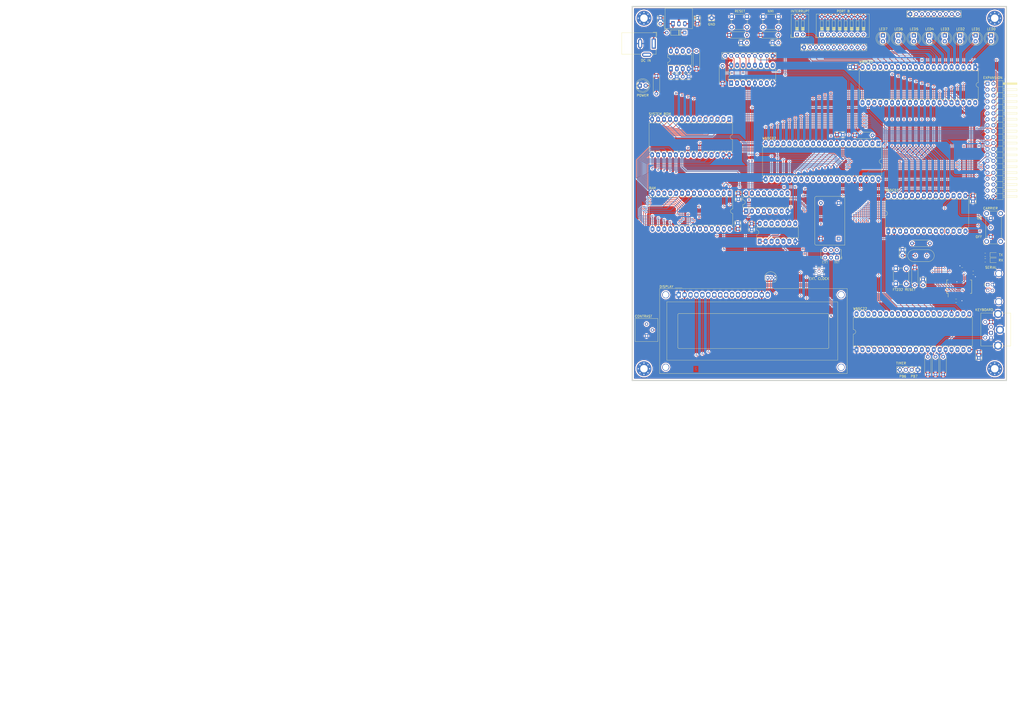
<source format=kicad_pcb>
(kicad_pcb (version 20171130) (host pcbnew "(5.1.4)-1")
  (title_block (title Mainboard) (date 2019-10-08) (rev 1.0) (company https://www.kampis-elektroecke.de) (comment 1 "Author: Daniel Kampert"))
  (layers (0 F.Cu signal) (31 B.Cu signal) (34 B.Paste user) (35 F.Paste user) (36 B.SilkS user) (37 F.SilkS user) (38 B.Mask user) (39 F.Mask user) (44 Edge.Cuts user))
  (net 0 "")
  (net 1 GND)
  (net 2 +5V)
  (net 3 +VDC)
  (net 4 "Net-(C8-Pad1)")
  (net 5 "Net-(C12-Pad1)")
  (net 6 "Net-(D1-Pad1)")
  (net 7 /IO/PA0)
  (net 8 /IO/PA1)
  (net 9 /IO/PA2)
  (net 10 /IO/PA3)
  (net 11 /IO/PA4)
  (net 12 /IO/PA5)
  (net 13 /IO/PA6)
  (net 14 /IO/PA7)
  (net 15 "Net-(D10-Pad2)")
  (net 16 "Net-(IC1-Pad3)")
  (net 17 /IO/CB1)
  (net 18 /IO/PB7)
  (net 19 /IO/PB6)
  (net 20 /IO/PB5)
  (net 21 /IO/PB4)
  (net 22 /IO/PB3)
  (net 23 /IO/PB2)
  (net 24 /IO/PB1)
  (net 25 /IO/PB0)
  (net 26 /Processor/~CS_VIA_1)
  (net 27 /USB/RxD)
  (net 28 /Processor/RxD)
  (net 29 /Processor/~CS_ACIA)
  (net 30 /USB/D-)
  (net 31 /USB/D+)
  (net 32 "Net-(C11-Pad1)")
  (net 33 "Net-(C13-Pad1)")
  (net 34 "Net-(C14-Pad2)")
  (net 35 "Net-(D11-Pad1)")
  (net 36 "Net-(D12-Pad1)")
  (net 37 "Net-(IC1-Pad8)")
  (net 38 "Net-(IC1-Pad6)")
  (net 39 "Net-(IC7-Pad7)")
  (net 40 "Net-(D0-Pad1)")
  (net 41 "Net-(D2-Pad1)")
  (net 42 "Net-(D3-Pad1)")
  (net 43 "Net-(D4-Pad1)")
  (net 44 "Net-(D5-Pad1)")
  (net 45 "Net-(D6-Pad1)")
  (net 46 "Net-(D7-Pad1)")
  (net 47 "Net-(D13-Pad2)")
  (net 48 "Net-(IC9-Pad23)")
  (net 49 "Net-(IC9-Pad22)")
  (net 50 /Processor/~CS_VIA_2)
  (net 51 /IO/R~W)
  (net 52 /IO/D0)
  (net 53 /IO/A1)
  (net 54 /IO/D1)
  (net 55 /IO/A2)
  (net 56 /IO/D2)
  (net 57 /IO/A3)
  (net 58 /IO/D3)
  (net 59 /IO/A4)
  (net 60 /IO/D4)
  (net 61 /IO/A5)
  (net 62 /IO/D5)
  (net 63 /IO/A6)
  (net 64 /IO/D6)
  (net 65 /IO/A7)
  (net 66 /IO/D7)
  (net 67 /IO/A8)
  (net 68 /IO/A9)
  (net 69 /IO/A10)
  (net 70 /IO/A11)
  (net 71 /IO/A12)
  (net 72 /IO/A13)
  (net 73 /IO/A14)
  (net 74 /IO/A15)
  (net 75 /IO/A0)
  (net 76 /IO/~IRQ)
  (net 77 /IO/Clock)
  (net 78 "/LCD / PS2/PS21")
  (net 79 "/LCD / PS2/PS20")
  (net 80 "/LCD / PS2/LCD2")
  (net 81 "/LCD / PS2/LCD1")
  (net 82 "/LCD / PS2/LCD0")
  (net 83 "/LCD / PS2/LCD10")
  (net 84 "/LCD / PS2/LCD9")
  (net 85 "/LCD / PS2/LCD8")
  (net 86 "/LCD / PS2/LCD7")
  (net 87 "/LCD / PS2/LCD6")
  (net 88 "/LCD / PS2/LCD5")
  (net 89 "/LCD / PS2/LCD4")
  (net 90 "/LCD / PS2/LCD3")
  (net 91 "Net-(DS1-Pad3)")
  (net 92 /IO/~Reset)
  (net 93 "Net-(IC11-Pad2)")
  (net 94 "Net-(IC11-Pad1)")
  (net 95 /IRQ/~IRQ_CPU)
  (net 96 /IRQ/~IRQ_ACIA)
  (net 97 /IRQ/~IRQ_VIA_2)
  (net 98 /IRQ/~IRQ_VIA_1)
  (net 99 "Net-(IC11-Pad13)")
  (net 100 "Net-(IC11-Pad11)")
  (net 101 /IRQ/~NMI)
  (net 102 /IO/CB0)
  (net 103 /IO/RDY)
  (net 104 /IO/Sync)
  (net 105 /IO/~VP)
  (net 106 /USB/~DSR)
  (net 107 /Processor/~CTS)
  (net 108 /USB/~CTS)
  (net 109 /Processor/~DSR)
  (net 110 /IO/~DCD)
  (net 111 /Supply/~Reset_FT232)
  (net 112 /Processor/CLOCK_EXT)
  (net 113 /Processor/CLOCK_INT)
  (net 114 "Net-(DS1-Pad16)")
  (net 115 "/LCD / PS2/LCD11")
  (net 116 "/LCD / PS2/Timer0")
  (net 117 "/LCD / PS2/Timer1")
  (module Resistor_THT:R_Axial_DIN0207_L6.3mm_D2.5mm_P7.62mm_Horizontal (layer F.Cu) (at 271.018 208.788 90)
    (fp_text reference R12 hide)
    (fp_text value 10k hide)
    (pad 2 thru_hole oval (at 7.62 0 90) (size 1.6 1.6) (drill 0.8) (layers *.Cu *.Mask) (net 78 "/LCD / PS2/PS21"))
    (pad 1 thru_hole circle (at 0 0 90) (size 1.6 1.6) (drill 0.8) (layers *.Cu *.Mask) (net 2 +5V))
  )
  (module Resistor_THT:R_Axial_DIN0207_L6.3mm_D2.5mm_P7.62mm_Horizontal (layer F.Cu) (at 267.716 208.788 90)
    (fp_text reference R10 hide)
    (fp_text value 10k hide)
    (pad 2 thru_hole oval (at 7.62 0 90) (size 1.6 1.6) (drill 0.8) (layers *.Cu *.Mask) (net 79 "/LCD / PS2/PS20"))
    (pad 1 thru_hole circle (at 0 0 90) (size 1.6 1.6) (drill 0.8) (layers *.Cu *.Mask) (net 2 +5V))
  )
  (module Package_DIP:DIP-16_W7.62mm_LongPads (layer F.Cu) (at 180.34 84.074 90)
    (fp_text reference IC11 hide)
    (fp_text value 74HC148 hide)
    (pad 16 thru_hole oval (at 7.62 0 90) (size 2.4 1.6) (drill 0.8) (layers *.Cu *.Mask) (net 2 +5V))
    (pad 8 thru_hole oval (at 0 17.78 90) (size 2.4 1.6) (drill 0.8) (layers *.Cu *.Mask) (net 1 GND))
    (pad 15 thru_hole oval (at 7.62 2.54 90) (size 2.4 1.6) (drill 0.8) (layers *.Cu *.Mask))
    (pad 7 thru_hole oval (at 0 15.24 90) (size 2.4 1.6) (drill 0.8) (layers *.Cu *.Mask))
    (pad 14 thru_hole oval (at 7.62 5.08 90) (size 2.4 1.6) (drill 0.8) (layers *.Cu *.Mask) (net 95 /IRQ/~IRQ_CPU))
    (pad 6 thru_hole oval (at 0 12.7 90) (size 2.4 1.6) (drill 0.8) (layers *.Cu *.Mask))
    (pad 13 thru_hole oval (at 7.62 7.62 90) (size 2.4 1.6) (drill 0.8) (layers *.Cu *.Mask) (net 99 "Net-(IC11-Pad13)"))
    (pad 5 thru_hole oval (at 0 10.16 90) (size 2.4 1.6) (drill 0.8) (layers *.Cu *.Mask) (net 1 GND))
    (pad 12 thru_hole oval (at 7.62 10.16 90) (size 2.4 1.6) (drill 0.8) (layers *.Cu *.Mask) (net 76 /IO/~IRQ))
    (pad 4 thru_hole oval (at 0 7.62 90) (size 2.4 1.6) (drill 0.8) (layers *.Cu *.Mask) (net 96 /IRQ/~IRQ_ACIA))
    (pad 11 thru_hole oval (at 7.62 12.7 90) (size 2.4 1.6) (drill 0.8) (layers *.Cu *.Mask) (net 100 "Net-(IC11-Pad11)"))
    (pad 3 thru_hole oval (at 0 5.08 90) (size 2.4 1.6) (drill 0.8) (layers *.Cu *.Mask) (net 97 /IRQ/~IRQ_VIA_2))
    (pad 10 thru_hole oval (at 7.62 15.24 90) (size 2.4 1.6) (drill 0.8) (layers *.Cu *.Mask) (net 98 /IRQ/~IRQ_VIA_1))
    (pad 2 thru_hole oval (at 0 2.54 90) (size 2.4 1.6) (drill 0.8) (layers *.Cu *.Mask) (net 93 "Net-(IC11-Pad2)"))
    (pad 9 thru_hole oval (at 7.62 17.78 90) (size 2.4 1.6) (drill 0.8) (layers *.Cu *.Mask))
    (pad 1 thru_hole rect (at 0 0 90) (size 2.4 1.6) (drill 0.8) (layers *.Cu *.Mask) (net 94 "Net-(IC11-Pad1)"))
  )
  (module Resistor_THT:R_Axial_DIN0207_L6.3mm_D2.5mm_P7.62mm_Horizontal (layer F.Cu) (at 176.657 84.328 90)
    (fp_text reference R1 hide)
    (fp_text value 10k hide)
    (pad 2 thru_hole oval (at 7.62 0 90) (size 1.6 1.6) (drill 0.8) (layers *.Cu *.Mask) (net 95 /IRQ/~IRQ_CPU))
    (pad 1 thru_hole circle (at 0 0 90) (size 1.6 1.6) (drill 0.8) (layers *.Cu *.Mask) (net 2 +5V))
  )
  (module Resistor_THT:R_Array_SIP9 (layer F.Cu) (at 198.12 72.39 180)
    (fp_text reference RN3 hide)
    (fp_text value 4k7 hide)
    (pad 9 thru_hole oval (at 20.32 0 180) (size 1.6 1.6) (drill 0.8) (layers *.Cu *.Mask) (net 94 "Net-(IC11-Pad1)"))
    (pad 8 thru_hole oval (at 17.78 0 180) (size 1.6 1.6) (drill 0.8) (layers *.Cu *.Mask) (net 93 "Net-(IC11-Pad2)"))
    (pad 7 thru_hole oval (at 15.24 0 180) (size 1.6 1.6) (drill 0.8) (layers *.Cu *.Mask) (net 97 /IRQ/~IRQ_VIA_2))
    (pad 6 thru_hole oval (at 12.7 0 180) (size 1.6 1.6) (drill 0.8) (layers *.Cu *.Mask) (net 96 /IRQ/~IRQ_ACIA))
    (pad 5 thru_hole oval (at 10.16 0 180) (size 1.6 1.6) (drill 0.8) (layers *.Cu *.Mask) (net 99 "Net-(IC11-Pad13)"))
    (pad 4 thru_hole oval (at 7.62 0 180) (size 1.6 1.6) (drill 0.8) (layers *.Cu *.Mask) (net 76 /IO/~IRQ))
    (pad 3 thru_hole oval (at 5.08 0 180) (size 1.6 1.6) (drill 0.8) (layers *.Cu *.Mask) (net 100 "Net-(IC11-Pad11)"))
    (pad 2 thru_hole oval (at 2.54 0 180) (size 1.6 1.6) (drill 0.8) (layers *.Cu *.Mask) (net 98 /IRQ/~IRQ_VIA_1))
    (pad 1 thru_hole rect (at 0 0 180) (size 1.6 1.6) (drill 0.8) (layers *.Cu *.Mask) (net 2 +5V))
  )
  (module "" (layer F.Cu) (at -19.558 144.78)
    (fp_text reference "" (at 251.968 205.994) (layer F.SilkS) (effects (font (size 1.27 1.27))))
    (fp_text value "" (at 251.968 205.994) (layer F.SilkS) (effects (font (size 1.27 1.27))))
    (fp_text user PB6 (at 273.304 64.77 180) (layer F.SilkS))
  )
  (module Connector_PinHeader_2.54mm:PinHeader_1x04_P2.54mm_Vertical (layer F.Cu) (at 260.096 206.756 270)
    (fp_text reference X7 hide)
    (fp_text value TIMER (at -2.794 7.112 180) (layer F.SilkS))
    (pad 4 thru_hole oval (at 0 7.62 270) (size 1.7 1.7) (drill 1) (layers *.Cu *.Mask) (net 1 GND))
    (pad 3 thru_hole oval (at 0 5.08 270) (size 1.7 1.7) (drill 1) (layers *.Cu *.Mask) (net 117 "/LCD / PS2/Timer1"))
    (pad 2 thru_hole oval (at 0 2.54 270) (size 1.7 1.7) (drill 1) (layers *.Cu *.Mask) (net 116 "/LCD / PS2/Timer0"))
    (pad 1 thru_hole rect (at 0 0 270) (size 1.7 1.7) (drill 1) (layers *.Cu *.Mask) (net 1 GND))
  )
  (module "" (layer F.Cu) (at -132.08 48.768)
    (fp_text reference "" (at 259.588 206.756) (layer F.SilkS) (effects (font (size 1.27 1.27))))
    (fp_text value "" (at 259.588 206.756) (layer F.SilkS) (effects (font (size 1.27 1.27))))
    (fp_text user PB7 (at 390.652 160.782 180) (layer F.SilkS))
  )
  (module Package_DIP:DIP-28_W15.24mm_LongPads (layer F.Cu) (at 247.523 147.447 90)
    (fp_text reference IC7 hide)
    (fp_text value W65C51 (at 17.526 1.524) (layer F.SilkS))
    (pad 28 thru_hole oval (at 15.24 0 90) (size 2.4 1.6) (drill 0.8) (layers *.Cu *.Mask) (net 51 /IO/R~W))
    (pad 14 thru_hole oval (at 0 33.02 90) (size 2.4 1.6) (drill 0.8) (layers *.Cu *.Mask) (net 53 /IO/A1))
    (pad 27 thru_hole oval (at 15.24 2.54 90) (size 2.4 1.6) (drill 0.8) (layers *.Cu *.Mask) (net 77 /IO/Clock))
    (pad 13 thru_hole oval (at 0 30.48 90) (size 2.4 1.6) (drill 0.8) (layers *.Cu *.Mask) (net 75 /IO/A0))
    (pad 26 thru_hole oval (at 15.24 5.08 90) (size 2.4 1.6) (drill 0.8) (layers *.Cu *.Mask) (net 96 /IRQ/~IRQ_ACIA))
    (pad 12 thru_hole oval (at 0 27.94 90) (size 2.4 1.6) (drill 0.8) (layers *.Cu *.Mask) (net 28 /Processor/RxD))
    (pad 25 thru_hole oval (at 15.24 7.62 90) (size 2.4 1.6) (drill 0.8) (layers *.Cu *.Mask) (net 66 /IO/D7))
    (pad 11 thru_hole oval (at 0 25.4 90) (size 2.4 1.6) (drill 0.8) (layers *.Cu *.Mask) (net 106 /USB/~DSR))
    (pad 24 thru_hole oval (at 15.24 10.16 90) (size 2.4 1.6) (drill 0.8) (layers *.Cu *.Mask) (net 64 /IO/D6))
    (pad 10 thru_hole oval (at 0 22.86 90) (size 2.4 1.6) (drill 0.8) (layers *.Cu *.Mask) (net 27 /USB/RxD))
    (pad 23 thru_hole oval (at 15.24 12.7 90) (size 2.4 1.6) (drill 0.8) (layers *.Cu *.Mask) (net 62 /IO/D5))
    (pad 9 thru_hole oval (at 0 20.32 90) (size 2.4 1.6) (drill 0.8) (layers *.Cu *.Mask) (net 107 /Processor/~CTS))
    (pad 22 thru_hole oval (at 15.24 15.24 90) (size 2.4 1.6) (drill 0.8) (layers *.Cu *.Mask) (net 60 /IO/D4))
    (pad 8 thru_hole oval (at 0 17.78 90) (size 2.4 1.6) (drill 0.8) (layers *.Cu *.Mask) (net 108 /USB/~CTS))
    (pad 21 thru_hole oval (at 15.24 17.78 90) (size 2.4 1.6) (drill 0.8) (layers *.Cu *.Mask) (net 58 /IO/D3))
    (pad 7 thru_hole oval (at 0 15.24 90) (size 2.4 1.6) (drill 0.8) (layers *.Cu *.Mask) (net 39 "Net-(IC7-Pad7)"))
    (pad 20 thru_hole oval (at 15.24 20.32 90) (size 2.4 1.6) (drill 0.8) (layers *.Cu *.Mask) (net 56 /IO/D2))
    (pad 6 thru_hole oval (at 0 12.7 90) (size 2.4 1.6) (drill 0.8) (layers *.Cu *.Mask) (net 4 "Net-(C8-Pad1)"))
    (pad 19 thru_hole oval (at 15.24 22.86 90) (size 2.4 1.6) (drill 0.8) (layers *.Cu *.Mask) (net 54 /IO/D1))
    (pad 5 thru_hole oval (at 0 10.16 90) (size 2.4 1.6) (drill 0.8) (layers *.Cu *.Mask))
    (pad 18 thru_hole oval (at 15.24 25.4 90) (size 2.4 1.6) (drill 0.8) (layers *.Cu *.Mask) (net 52 /IO/D0))
    (pad 4 thru_hole oval (at 0 7.62 90) (size 2.4 1.6) (drill 0.8) (layers *.Cu *.Mask) (net 92 /IO/~Reset))
    (pad 17 thru_hole oval (at 15.24 27.94 90) (size 2.4 1.6) (drill 0.8) (layers *.Cu *.Mask) (net 109 /Processor/~DSR))
    (pad 3 thru_hole oval (at 0 5.08 90) (size 2.4 1.6) (drill 0.8) (layers *.Cu *.Mask) (net 29 /Processor/~CS_ACIA))
    (pad 16 thru_hole oval (at 15.24 30.48 90) (size 2.4 1.6) (drill 0.8) (layers *.Cu *.Mask) (net 110 /IO/~DCD))
    (pad 2 thru_hole oval (at 0 2.54 90) (size 2.4 1.6) (drill 0.8) (layers *.Cu *.Mask) (net 2 +5V))
    (pad 15 thru_hole oval (at 15.24 33.02 90) (size 2.4 1.6) (drill 0.8) (layers *.Cu *.Mask) (net 2 +5V))
    (pad 1 thru_hole rect (at 0 0 90) (size 2.4 1.6) (drill 0.8) (layers *.Cu *.Mask) (net 1 GND))
  )
  (module Package_TO_SOT_THT:TO-92_Inline (layer F.Cu) (at 195.961 167.386)
    (fp_text reference T1 hide)
    (fp_text value BC546 hide)
    (pad 1 thru_hole rect (at 0 0) (size 1.05 1.5) (drill 0.75) (layers *.Cu *.Mask) (net 114 "Net-(DS1-Pad16)"))
    (pad 3 thru_hole oval (at 2.54 0) (size 1.05 1.5) (drill 0.75) (layers *.Cu *.Mask) (net 1 GND))
    (pad 2 thru_hole oval (at 1.27 0) (size 1.05 1.5) (drill 0.75) (layers *.Cu *.Mask) (net 115 "/LCD / PS2/LCD11"))
  )
  (module Resistor_THT:R_Axial_DIN0207_L6.3mm_D2.5mm_P7.62mm_Horizontal (layer F.Cu) (at 264.414 208.788 90)
    (fp_text reference R13 hide)
    (fp_text value 4,7k hide)
    (pad 2 thru_hole oval (at 7.62 0 90) (size 1.6 1.6) (drill 0.8) (layers *.Cu *.Mask) (net 115 "/LCD / PS2/LCD11"))
    (pad 1 thru_hole circle (at 0 0 90) (size 1.6 1.6) (drill 0.8) (layers *.Cu *.Mask) (net 2 +5V))
  )
  (module Connector_Coaxial:MMCX_Molex_73415-1471_Vertical (layer F.Cu) (at 217.932 164.592)
    (fp_text reference X6 hide)
    (fp_text value "EXT. CLOCK" (at 0 3.2) (layer F.SilkS))
    (pad 2 thru_hole circle (at -1.27 1.27) (size 1.24 1.24) (drill 0.84) (layers *.Cu *.Mask) (net 1 GND))
    (pad 2 thru_hole circle (at 1.27 -1.27) (size 1.24 1.24) (drill 0.84) (layers *.Cu *.Mask) (net 1 GND))
    (pad 2 thru_hole circle (at 1.27 1.27) (size 1.24 1.24) (drill 0.84) (layers *.Cu *.Mask) (net 1 GND))
    (pad 2 thru_hole circle (at -1.27 -1.27) (size 1.24 1.24) (drill 0.84) (layers *.Cu *.Mask) (net 1 GND))
    (pad 1 thru_hole circle (at 0 0) (size 1.24 1.24) (drill 0.84) (layers *.Cu *.Mask) (net 112 /Processor/CLOCK_EXT))
  )
  (module Package_DIP:DIP-28_W15.24mm_LongPads (layer F.Cu) (at 179.578 99.548 270)
    (fp_text reference IC4 hide)
    (fp_text value "SYSTEM ROM" (at -2.266 29.718 180) (layer F.SilkS))
    (pad 28 thru_hole oval (at 15.24 0 270) (size 2.4 1.6) (drill 0.8) (layers *.Cu *.Mask) (net 2 +5V))
    (pad 14 thru_hole oval (at 0 33.02 270) (size 2.4 1.6) (drill 0.8) (layers *.Cu *.Mask) (net 1 GND))
    (pad 27 thru_hole oval (at 15.24 2.54 270) (size 2.4 1.6) (drill 0.8) (layers *.Cu *.Mask) (net 2 +5V))
    (pad 13 thru_hole oval (at 0 30.48 270) (size 2.4 1.6) (drill 0.8) (layers *.Cu *.Mask) (net 56 /IO/D2))
    (pad 26 thru_hole oval (at 15.24 5.08 270) (size 2.4 1.6) (drill 0.8) (layers *.Cu *.Mask) (net 72 /IO/A13))
    (pad 12 thru_hole oval (at 0 27.94 270) (size 2.4 1.6) (drill 0.8) (layers *.Cu *.Mask) (net 54 /IO/D1))
    (pad 25 thru_hole oval (at 15.24 7.62 270) (size 2.4 1.6) (drill 0.8) (layers *.Cu *.Mask) (net 67 /IO/A8))
    (pad 11 thru_hole oval (at 0 25.4 270) (size 2.4 1.6) (drill 0.8) (layers *.Cu *.Mask) (net 52 /IO/D0))
    (pad 24 thru_hole oval (at 15.24 10.16 270) (size 2.4 1.6) (drill 0.8) (layers *.Cu *.Mask) (net 68 /IO/A9))
    (pad 10 thru_hole oval (at 0 22.86 270) (size 2.4 1.6) (drill 0.8) (layers *.Cu *.Mask) (net 75 /IO/A0))
    (pad 23 thru_hole oval (at 15.24 12.7 270) (size 2.4 1.6) (drill 0.8) (layers *.Cu *.Mask) (net 70 /IO/A11))
    (pad 9 thru_hole oval (at 0 20.32 270) (size 2.4 1.6) (drill 0.8) (layers *.Cu *.Mask) (net 53 /IO/A1))
    (pad 22 thru_hole oval (at 15.24 15.24 270) (size 2.4 1.6) (drill 0.8) (layers *.Cu *.Mask) (net 1 GND))
    (pad 8 thru_hole oval (at 0 17.78 270) (size 2.4 1.6) (drill 0.8) (layers *.Cu *.Mask) (net 55 /IO/A2))
    (pad 21 thru_hole oval (at 15.24 17.78 270) (size 2.4 1.6) (drill 0.8) (layers *.Cu *.Mask) (net 69 /IO/A10))
    (pad 7 thru_hole oval (at 0 15.24 270) (size 2.4 1.6) (drill 0.8) (layers *.Cu *.Mask) (net 57 /IO/A3))
    (pad 20 thru_hole oval (at 15.24 20.32 270) (size 2.4 1.6) (drill 0.8) (layers *.Cu *.Mask) (net 37 "Net-(IC1-Pad8)"))
    (pad 6 thru_hole oval (at 0 12.7 270) (size 2.4 1.6) (drill 0.8) (layers *.Cu *.Mask) (net 59 /IO/A4))
    (pad 19 thru_hole oval (at 15.24 22.86 270) (size 2.4 1.6) (drill 0.8) (layers *.Cu *.Mask) (net 66 /IO/D7))
    (pad 5 thru_hole oval (at 0 10.16 270) (size 2.4 1.6) (drill 0.8) (layers *.Cu *.Mask) (net 61 /IO/A5))
    (pad 18 thru_hole oval (at 15.24 25.4 270) (size 2.4 1.6) (drill 0.8) (layers *.Cu *.Mask) (net 64 /IO/D6))
    (pad 4 thru_hole oval (at 0 7.62 270) (size 2.4 1.6) (drill 0.8) (layers *.Cu *.Mask) (net 63 /IO/A6))
    (pad 17 thru_hole oval (at 15.24 27.94 270) (size 2.4 1.6) (drill 0.8) (layers *.Cu *.Mask) (net 62 /IO/D5))
    (pad 3 thru_hole oval (at 0 5.08 270) (size 2.4 1.6) (drill 0.8) (layers *.Cu *.Mask) (net 65 /IO/A7))
    (pad 16 thru_hole oval (at 15.24 30.48 270) (size 2.4 1.6) (drill 0.8) (layers *.Cu *.Mask) (net 60 /IO/D4))
    (pad 2 thru_hole oval (at 0 2.54 270) (size 2.4 1.6) (drill 0.8) (layers *.Cu *.Mask) (net 71 /IO/A12))
    (pad 15 thru_hole oval (at 15.24 33.02 270) (size 2.4 1.6) (drill 0.8) (layers *.Cu *.Mask) (net 58 /IO/D3))
    (pad 1 thru_hole rect (at 0 0 270) (size 2.4 1.6) (drill 0.8) (layers *.Cu *.Mask) (net 73 /IO/A14))
  )
  (module Connector_PinHeader_2.54mm:PinHeader_1x01_P2.54mm_Vertical (layer F.Cu) (at 171.958 56.134)
    (fp_text reference X5 hide)
    (fp_text value GND (at 0 2.794) (layer F.SilkS))
    (pad 1 thru_hole rect (at 0 0) (size 1.7 1.7) (drill 1) (layers *.Cu *.Mask) (net 1 GND))
  )
  (module Button_Switch_THT:SW_PUSH_6mm_H4.3mm (layer F.Cu) (at 250.7361 169.96678 90)
    (fp_text reference SW8 hide)
    (fp_text value "FT232 RESET" (at -2.49922 3.5179) (layer F.SilkS))
    (pad 1 thru_hole circle (at 6.5 0 180) (size 2 2) (drill 1.1) (layers *.Cu *.Mask) (net 1 GND))
    (pad 2 thru_hole circle (at 6.5 4.5 180) (size 2 2) (drill 1.1) (layers *.Cu *.Mask) (net 111 /Supply/~Reset_FT232))
    (pad 1 thru_hole circle (at 0 0 180) (size 2 2) (drill 1.1) (layers *.Cu *.Mask) (net 1 GND))
    (pad 2 thru_hole circle (at 0 4.5 180) (size 2 2) (drill 1.1) (layers *.Cu *.Mask) (net 111 /Supply/~Reset_FT232))
  )
  (module Resistor_THT:R_Axial_DIN0207_L6.3mm_D2.5mm_P7.62mm_Horizontal (layer F.Cu) (at 258.8641 162.95878 270)
    (fp_text reference R11 hide)
    (fp_text value 10k hide)
    (pad 2 thru_hole oval (at 7.62 0 270) (size 1.6 1.6) (drill 0.8) (layers *.Cu *.Mask) (net 111 /Supply/~Reset_FT232))
    (pad 1 thru_hole circle (at 0 0 270) (size 1.6 1.6) (drill 0.8) (layers *.Cu *.Mask) (net 2 +5V))
  )
  (module Capacitor_THT:C_Rect_L4.0mm_W2.5mm_P2.50mm (layer F.Cu) (at 262.4201 170.57878 90)
    (fp_text reference C20 hide)
    (fp_text value 100nF hide)
    (pad 2 thru_hole circle (at 2.5 0 90) (size 1.6 1.6) (drill 0.8) (layers *.Cu *.Mask) (net 1 GND))
    (pad 1 thru_hole circle (at 0 0 90) (size 1.6 1.6) (drill 0.8) (layers *.Cu *.Mask) (net 111 /Supply/~Reset_FT232))
  )
  (module Button_Switch_THT:SW_E-Switch_EG1224_SPDT_Angled (layer F.Cu) (at 291.338 149.86 90)
    (fp_text reference SW5 hide)
    (fp_text value CARRIER (at 12.192 -0.127 180) (layer F.SilkS))
    (pad 3 thru_hole circle (at 8 0 90) (size 1.7 1.7) (drill 0.9) (layers *.Cu *.Mask) (net 1 GND))
    (pad 2 thru_hole circle (at 4 0 90) (size 1.7 1.7) (drill 0.9) (layers *.Cu *.Mask) (net 110 /IO/~DCD))
    (pad 1 thru_hole circle (at 0 0 90) (size 1.7 1.7) (drill 0.9) (layers *.Cu *.Mask) (net 2 +5V))
    (pad "" thru_hole circle (at -2 4.25 90) (size 2 2) (drill 1.2) (layers *.Cu *.Mask))
    (pad "" thru_hole circle (at 10 4.25 90) (size 2 2) (drill 1.2) (layers *.Cu *.Mask))
    (pad "" thru_hole circle (at 10 -1.75 90) (size 2 2) (drill 1.2) (layers *.Cu *.Mask))
    (pad "" thru_hole circle (at -2 -1.75 90) (size 2 2) (drill 1.2) (layers *.Cu *.Mask))
  )
  (module Package_DIP:DIP-40_W15.24mm_LongPads (layer F.Cu) (at 243.332 109.982 270)
    (fp_text reference IC2 hide)
    (fp_text value W65C02 (at -2.286 46.736 180) (layer F.SilkS))
    (pad 40 thru_hole oval (at 15.24 0 270) (size 2.4 1.6) (drill 0.8) (layers *.Cu *.Mask) (net 92 /IO/~Reset))
    (pad 20 thru_hole oval (at 0 48.26 270) (size 2.4 1.6) (drill 0.8) (layers *.Cu *.Mask) (net 70 /IO/A11))
    (pad 39 thru_hole oval (at 15.24 2.54 270) (size 2.4 1.6) (drill 0.8) (layers *.Cu *.Mask))
    (pad 19 thru_hole oval (at 0 45.72 270) (size 2.4 1.6) (drill 0.8) (layers *.Cu *.Mask) (net 69 /IO/A10))
    (pad 38 thru_hole oval (at 15.24 5.08 270) (size 2.4 1.6) (drill 0.8) (layers *.Cu *.Mask) (net 2 +5V))
    (pad 18 thru_hole oval (at 0 43.18 270) (size 2.4 1.6) (drill 0.8) (layers *.Cu *.Mask) (net 68 /IO/A9))
    (pad 37 thru_hole oval (at 15.24 7.62 270) (size 2.4 1.6) (drill 0.8) (layers *.Cu *.Mask) (net 77 /IO/Clock))
    (pad 17 thru_hole oval (at 0 40.64 270) (size 2.4 1.6) (drill 0.8) (layers *.Cu *.Mask) (net 67 /IO/A8))
    (pad 36 thru_hole oval (at 15.24 10.16 270) (size 2.4 1.6) (drill 0.8) (layers *.Cu *.Mask) (net 2 +5V))
    (pad 16 thru_hole oval (at 0 38.1 270) (size 2.4 1.6) (drill 0.8) (layers *.Cu *.Mask) (net 65 /IO/A7))
    (pad 35 thru_hole oval (at 15.24 12.7 270) (size 2.4 1.6) (drill 0.8) (layers *.Cu *.Mask))
    (pad 15 thru_hole oval (at 0 35.56 270) (size 2.4 1.6) (drill 0.8) (layers *.Cu *.Mask) (net 63 /IO/A6))
    (pad 34 thru_hole oval (at 15.24 15.24 270) (size 2.4 1.6) (drill 0.8) (layers *.Cu *.Mask) (net 51 /IO/R~W))
    (pad 14 thru_hole oval (at 0 33.02 270) (size 2.4 1.6) (drill 0.8) (layers *.Cu *.Mask) (net 61 /IO/A5))
    (pad 33 thru_hole oval (at 15.24 17.78 270) (size 2.4 1.6) (drill 0.8) (layers *.Cu *.Mask) (net 52 /IO/D0))
    (pad 13 thru_hole oval (at 0 30.48 270) (size 2.4 1.6) (drill 0.8) (layers *.Cu *.Mask) (net 59 /IO/A4))
    (pad 32 thru_hole oval (at 15.24 20.32 270) (size 2.4 1.6) (drill 0.8) (layers *.Cu *.Mask) (net 54 /IO/D1))
    (pad 12 thru_hole oval (at 0 27.94 270) (size 2.4 1.6) (drill 0.8) (layers *.Cu *.Mask) (net 57 /IO/A3))
    (pad 31 thru_hole oval (at 15.24 22.86 270) (size 2.4 1.6) (drill 0.8) (layers *.Cu *.Mask) (net 56 /IO/D2))
    (pad 11 thru_hole oval (at 0 25.4 270) (size 2.4 1.6) (drill 0.8) (layers *.Cu *.Mask) (net 55 /IO/A2))
    (pad 30 thru_hole oval (at 15.24 25.4 270) (size 2.4 1.6) (drill 0.8) (layers *.Cu *.Mask) (net 58 /IO/D3))
    (pad 10 thru_hole oval (at 0 22.86 270) (size 2.4 1.6) (drill 0.8) (layers *.Cu *.Mask) (net 53 /IO/A1))
    (pad 29 thru_hole oval (at 15.24 27.94 270) (size 2.4 1.6) (drill 0.8) (layers *.Cu *.Mask) (net 60 /IO/D4))
    (pad 9 thru_hole oval (at 0 20.32 270) (size 2.4 1.6) (drill 0.8) (layers *.Cu *.Mask) (net 75 /IO/A0))
    (pad 28 thru_hole oval (at 15.24 30.48 270) (size 2.4 1.6) (drill 0.8) (layers *.Cu *.Mask) (net 62 /IO/D5))
    (pad 8 thru_hole oval (at 0 17.78 270) (size 2.4 1.6) (drill 0.8) (layers *.Cu *.Mask) (net 2 +5V))
    (pad 27 thru_hole oval (at 15.24 33.02 270) (size 2.4 1.6) (drill 0.8) (layers *.Cu *.Mask) (net 64 /IO/D6))
    (pad 7 thru_hole oval (at 0 15.24 270) (size 2.4 1.6) (drill 0.8) (layers *.Cu *.Mask) (net 104 /IO/Sync))
    (pad 26 thru_hole oval (at 15.24 35.56 270) (size 2.4 1.6) (drill 0.8) (layers *.Cu *.Mask) (net 66 /IO/D7))
    (pad 6 thru_hole oval (at 0 12.7 270) (size 2.4 1.6) (drill 0.8) (layers *.Cu *.Mask) (net 101 /IRQ/~NMI))
    (pad 25 thru_hole oval (at 15.24 38.1 270) (size 2.4 1.6) (drill 0.8) (layers *.Cu *.Mask) (net 74 /IO/A15))
    (pad 5 thru_hole oval (at 0 10.16 270) (size 2.4 1.6) (drill 0.8) (layers *.Cu *.Mask))
    (pad 24 thru_hole oval (at 15.24 40.64 270) (size 2.4 1.6) (drill 0.8) (layers *.Cu *.Mask) (net 73 /IO/A14))
    (pad 4 thru_hole oval (at 0 7.62 270) (size 2.4 1.6) (drill 0.8) (layers *.Cu *.Mask) (net 95 /IRQ/~IRQ_CPU))
    (pad 23 thru_hole oval (at 15.24 43.18 270) (size 2.4 1.6) (drill 0.8) (layers *.Cu *.Mask) (net 72 /IO/A13))
    (pad 3 thru_hole oval (at 0 5.08 270) (size 2.4 1.6) (drill 0.8) (layers *.Cu *.Mask))
    (pad 22 thru_hole oval (at 15.24 45.72 270) (size 2.4 1.6) (drill 0.8) (layers *.Cu *.Mask) (net 71 /IO/A12))
    (pad 2 thru_hole oval (at 0 2.54 270) (size 2.4 1.6) (drill 0.8) (layers *.Cu *.Mask) (net 103 /IO/RDY))
    (pad 21 thru_hole oval (at 15.24 48.26 270) (size 2.4 1.6) (drill 0.8) (layers *.Cu *.Mask) (net 1 GND))
    (pad 1 thru_hole rect (at 0 0 270) (size 2.4 1.6) (drill 0.8) (layers *.Cu *.Mask) (net 105 /IO/~VP))
  )
  (module Button_Switch_THT:SW_PUSH_6mm_H4.3mm (layer F.Cu) (at 194.033 55.626)
    (fp_text reference SW4 hide)
    (fp_text value NMI (at 3.198 -2.286) (layer F.SilkS))
    (pad 1 thru_hole circle (at 6.5 0 90) (size 2 2) (drill 1.1) (layers *.Cu *.Mask) (net 1 GND))
    (pad 2 thru_hole circle (at 6.5 4.5 90) (size 2 2) (drill 1.1) (layers *.Cu *.Mask) (net 101 /IRQ/~NMI))
    (pad 1 thru_hole circle (at 0 0 90) (size 2 2) (drill 1.1) (layers *.Cu *.Mask) (net 1 GND))
    (pad 2 thru_hole circle (at 0 4.5 90) (size 2 2) (drill 1.1) (layers *.Cu *.Mask) (net 101 /IRQ/~NMI))
  )
  (module Resistor_THT:R_Axial_DIN0207_L6.3mm_D2.5mm_P7.62mm_Horizontal (layer F.Cu) (at 192.913 63.48)
    (fp_text reference R9 hide)
    (fp_text value 10k hide)
    (pad 2 thru_hole oval (at 7.62 0) (size 1.6 1.6) (drill 0.8) (layers *.Cu *.Mask) (net 101 /IRQ/~NMI))
    (pad 1 thru_hole circle (at 0 0) (size 1.6 1.6) (drill 0.8) (layers *.Cu *.Mask) (net 2 +5V))
  )
  (module Capacitor_THT:C_Rect_L4.0mm_W2.5mm_P2.50mm (layer F.Cu) (at 200.533 66.782 180)
    (fp_text reference C17 hide)
    (fp_text value 100nF hide)
    (pad 2 thru_hole circle (at 2.5 0 180) (size 1.6 1.6) (drill 0.8) (layers *.Cu *.Mask) (net 1 GND))
    (pad 1 thru_hole circle (at 0 0 180) (size 1.6 1.6) (drill 0.8) (layers *.Cu *.Mask) (net 101 /IRQ/~NMI))
  )
  (module Capacitor_THT:C_Rect_L4.0mm_W2.5mm_P2.50mm (layer F.Cu) (at 154.559 81.26)
    (fp_text reference C13 hide)
    (fp_text value 100nF hide)
    (pad 2 thru_hole circle (at 2.5 0) (size 1.6 1.6) (drill 0.8) (layers *.Cu *.Mask) (net 1 GND))
    (pad 1 thru_hole circle (at 0 0) (size 1.6 1.6) (drill 0.8) (layers *.Cu *.Mask) (net 33 "Net-(C13-Pad1)"))
  )
  (module Package_DIP:DIP-8_W7.62mm_LongPads (layer F.Cu) (at 154.559 77.958 90)
    (fp_text reference IC8 hide)
    (fp_text value TL7702A hide)
    (pad 8 thru_hole oval (at 7.62 0 90) (size 2.4 1.6) (drill 0.8) (layers *.Cu *.Mask) (net 3 +VDC))
    (pad 4 thru_hole oval (at 0 7.62 90) (size 2.4 1.6) (drill 0.8) (layers *.Cu *.Mask) (net 1 GND))
    (pad 7 thru_hole oval (at 7.62 2.54 90) (size 2.4 1.6) (drill 0.8) (layers *.Cu *.Mask) (net 32 "Net-(C11-Pad1)"))
    (pad 3 thru_hole oval (at 0 5.08 90) (size 2.4 1.6) (drill 0.8) (layers *.Cu *.Mask) (net 5 "Net-(C12-Pad1)"))
    (pad 6 thru_hole oval (at 7.62 5.08 90) (size 2.4 1.6) (drill 0.8) (layers *.Cu *.Mask))
    (pad 2 thru_hole oval (at 0 2.54 90) (size 2.4 1.6) (drill 0.8) (layers *.Cu *.Mask) (net 32 "Net-(C11-Pad1)"))
    (pad 5 thru_hole oval (at 7.62 7.62 90) (size 2.4 1.6) (drill 0.8) (layers *.Cu *.Mask) (net 92 /IO/~Reset))
    (pad 1 thru_hole rect (at 0 0 90) (size 2.4 1.6) (drill 0.8) (layers *.Cu *.Mask) (net 33 "Net-(C13-Pad1)"))
  )
  (module Capacitor_THT:C_Rect_L4.0mm_W2.5mm_P2.50mm (layer F.Cu) (at 159.639 81.26)
    (fp_text reference C12 hide)
    (fp_text value 100nF hide)
    (pad 2 thru_hole circle (at 2.5 0) (size 1.6 1.6) (drill 0.8) (layers *.Cu *.Mask) (net 1 GND))
    (pad 1 thru_hole circle (at 0 0) (size 1.6 1.6) (drill 0.8) (layers *.Cu *.Mask) (net 5 "Net-(C12-Pad1)"))
  )
  (module Package_DIP:DIP-28_W15.24mm_LongPads (layer F.Cu) (at 179.705 131.242 270)
    (fp_text reference IC5 hide)
    (fp_text value RAM (at -2.21 33.02 180) (layer F.SilkS))
    (pad 28 thru_hole oval (at 15.24 0 270) (size 2.4 1.6) (drill 0.8) (layers *.Cu *.Mask) (net 2 +5V))
    (pad 14 thru_hole oval (at 0 33.02 270) (size 2.4 1.6) (drill 0.8) (layers *.Cu *.Mask) (net 1 GND))
    (pad 27 thru_hole oval (at 15.24 2.54 270) (size 2.4 1.6) (drill 0.8) (layers *.Cu *.Mask) (net 51 /IO/R~W))
    (pad 13 thru_hole oval (at 0 30.48 270) (size 2.4 1.6) (drill 0.8) (layers *.Cu *.Mask) (net 56 /IO/D2))
    (pad 26 thru_hole oval (at 15.24 5.08 270) (size 2.4 1.6) (drill 0.8) (layers *.Cu *.Mask) (net 72 /IO/A13))
    (pad 12 thru_hole oval (at 0 27.94 270) (size 2.4 1.6) (drill 0.8) (layers *.Cu *.Mask) (net 54 /IO/D1))
    (pad 25 thru_hole oval (at 15.24 7.62 270) (size 2.4 1.6) (drill 0.8) (layers *.Cu *.Mask) (net 67 /IO/A8))
    (pad 11 thru_hole oval (at 0 25.4 270) (size 2.4 1.6) (drill 0.8) (layers *.Cu *.Mask) (net 52 /IO/D0))
    (pad 24 thru_hole oval (at 15.24 10.16 270) (size 2.4 1.6) (drill 0.8) (layers *.Cu *.Mask) (net 68 /IO/A9))
    (pad 10 thru_hole oval (at 0 22.86 270) (size 2.4 1.6) (drill 0.8) (layers *.Cu *.Mask) (net 75 /IO/A0))
    (pad 23 thru_hole oval (at 15.24 12.7 270) (size 2.4 1.6) (drill 0.8) (layers *.Cu *.Mask) (net 70 /IO/A11))
    (pad 9 thru_hole oval (at 0 20.32 270) (size 2.4 1.6) (drill 0.8) (layers *.Cu *.Mask) (net 53 /IO/A1))
    (pad 22 thru_hole oval (at 15.24 15.24 270) (size 2.4 1.6) (drill 0.8) (layers *.Cu *.Mask) (net 1 GND))
    (pad 8 thru_hole oval (at 0 17.78 270) (size 2.4 1.6) (drill 0.8) (layers *.Cu *.Mask) (net 55 /IO/A2))
    (pad 21 thru_hole oval (at 15.24 17.78 270) (size 2.4 1.6) (drill 0.8) (layers *.Cu *.Mask) (net 69 /IO/A10))
    (pad 7 thru_hole oval (at 0 15.24 270) (size 2.4 1.6) (drill 0.8) (layers *.Cu *.Mask) (net 57 /IO/A3))
    (pad 20 thru_hole oval (at 15.24 20.32 270) (size 2.4 1.6) (drill 0.8) (layers *.Cu *.Mask) (net 38 "Net-(IC1-Pad6)"))
    (pad 6 thru_hole oval (at 0 12.7 270) (size 2.4 1.6) (drill 0.8) (layers *.Cu *.Mask) (net 59 /IO/A4))
    (pad 19 thru_hole oval (at 15.24 22.86 270) (size 2.4 1.6) (drill 0.8) (layers *.Cu *.Mask) (net 66 /IO/D7))
    (pad 5 thru_hole oval (at 0 10.16 270) (size 2.4 1.6) (drill 0.8) (layers *.Cu *.Mask) (net 61 /IO/A5))
    (pad 18 thru_hole oval (at 15.24 25.4 270) (size 2.4 1.6) (drill 0.8) (layers *.Cu *.Mask) (net 64 /IO/D6))
    (pad 4 thru_hole oval (at 0 7.62 270) (size 2.4 1.6) (drill 0.8) (layers *.Cu *.Mask) (net 63 /IO/A6))
    (pad 17 thru_hole oval (at 15.24 27.94 270) (size 2.4 1.6) (drill 0.8) (layers *.Cu *.Mask) (net 62 /IO/D5))
    (pad 3 thru_hole oval (at 0 5.08 270) (size 2.4 1.6) (drill 0.8) (layers *.Cu *.Mask) (net 65 /IO/A7))
    (pad 16 thru_hole oval (at 15.24 30.48 270) (size 2.4 1.6) (drill 0.8) (layers *.Cu *.Mask) (net 60 /IO/D4))
    (pad 2 thru_hole oval (at 0 2.54 270) (size 2.4 1.6) (drill 0.8) (layers *.Cu *.Mask) (net 71 /IO/A12))
    (pad 15 thru_hole oval (at 15.24 33.02 270) (size 2.4 1.6) (drill 0.8) (layers *.Cu *.Mask) (net 58 /IO/D3))
    (pad 1 thru_hole rect (at 0 0 270) (size 2.4 1.6) (drill 0.8) (layers *.Cu *.Mask) (net 73 /IO/A14))
  )
  (module Package_DIP:DIP-40_W15.24mm_LongPads (layer F.Cu) (at 284.734 77.216 270)
    (fp_text reference IC6 hide)
    (fp_text value W65C22 (at -2.286 46.736) (layer F.SilkS))
    (pad 40 thru_hole oval (at 15.24 0 270) (size 2.4 1.6) (drill 0.8) (layers *.Cu *.Mask))
    (pad 20 thru_hole oval (at 0 48.26 270) (size 2.4 1.6) (drill 0.8) (layers *.Cu *.Mask) (net 2 +5V))
    (pad 39 thru_hole oval (at 15.24 2.54 270) (size 2.4 1.6) (drill 0.8) (layers *.Cu *.Mask))
    (pad 19 thru_hole oval (at 0 45.72 270) (size 2.4 1.6) (drill 0.8) (layers *.Cu *.Mask) (net 17 /IO/CB1))
    (pad 38 thru_hole oval (at 15.24 5.08 270) (size 2.4 1.6) (drill 0.8) (layers *.Cu *.Mask) (net 75 /IO/A0))
    (pad 18 thru_hole oval (at 0 43.18 270) (size 2.4 1.6) (drill 0.8) (layers *.Cu *.Mask) (net 102 /IO/CB0))
    (pad 37 thru_hole oval (at 15.24 7.62 270) (size 2.4 1.6) (drill 0.8) (layers *.Cu *.Mask) (net 53 /IO/A1))
    (pad 17 thru_hole oval (at 0 40.64 270) (size 2.4 1.6) (drill 0.8) (layers *.Cu *.Mask) (net 18 /IO/PB7))
    (pad 36 thru_hole oval (at 15.24 10.16 270) (size 2.4 1.6) (drill 0.8) (layers *.Cu *.Mask) (net 55 /IO/A2))
    (pad 16 thru_hole oval (at 0 38.1 270) (size 2.4 1.6) (drill 0.8) (layers *.Cu *.Mask) (net 19 /IO/PB6))
    (pad 35 thru_hole oval (at 15.24 12.7 270) (size 2.4 1.6) (drill 0.8) (layers *.Cu *.Mask) (net 57 /IO/A3))
    (pad 15 thru_hole oval (at 0 35.56 270) (size 2.4 1.6) (drill 0.8) (layers *.Cu *.Mask) (net 20 /IO/PB5))
    (pad 34 thru_hole oval (at 15.24 15.24 270) (size 2.4 1.6) (drill 0.8) (layers *.Cu *.Mask) (net 92 /IO/~Reset))
    (pad 14 thru_hole oval (at 0 33.02 270) (size 2.4 1.6) (drill 0.8) (layers *.Cu *.Mask) (net 21 /IO/PB4))
    (pad 33 thru_hole oval (at 15.24 17.78 270) (size 2.4 1.6) (drill 0.8) (layers *.Cu *.Mask) (net 52 /IO/D0))
    (pad 13 thru_hole oval (at 0 30.48 270) (size 2.4 1.6) (drill 0.8) (layers *.Cu *.Mask) (net 22 /IO/PB3))
    (pad 32 thru_hole oval (at 15.24 20.32 270) (size 2.4 1.6) (drill 0.8) (layers *.Cu *.Mask) (net 54 /IO/D1))
    (pad 12 thru_hole oval (at 0 27.94 270) (size 2.4 1.6) (drill 0.8) (layers *.Cu *.Mask) (net 23 /IO/PB2))
    (pad 31 thru_hole oval (at 15.24 22.86 270) (size 2.4 1.6) (drill 0.8) (layers *.Cu *.Mask) (net 56 /IO/D2))
    (pad 11 thru_hole oval (at 0 25.4 270) (size 2.4 1.6) (drill 0.8) (layers *.Cu *.Mask) (net 24 /IO/PB1))
    (pad 30 thru_hole oval (at 15.24 25.4 270) (size 2.4 1.6) (drill 0.8) (layers *.Cu *.Mask) (net 58 /IO/D3))
    (pad 10 thru_hole oval (at 0 22.86 270) (size 2.4 1.6) (drill 0.8) (layers *.Cu *.Mask) (net 25 /IO/PB0))
    (pad 29 thru_hole oval (at 15.24 27.94 270) (size 2.4 1.6) (drill 0.8) (layers *.Cu *.Mask) (net 60 /IO/D4))
    (pad 9 thru_hole oval (at 0 20.32 270) (size 2.4 1.6) (drill 0.8) (layers *.Cu *.Mask) (net 14 /IO/PA7))
    (pad 28 thru_hole oval (at 15.24 30.48 270) (size 2.4 1.6) (drill 0.8) (layers *.Cu *.Mask) (net 62 /IO/D5))
    (pad 8 thru_hole oval (at 0 17.78 270) (size 2.4 1.6) (drill 0.8) (layers *.Cu *.Mask) (net 13 /IO/PA6))
    (pad 27 thru_hole oval (at 15.24 33.02 270) (size 2.4 1.6) (drill 0.8) (layers *.Cu *.Mask) (net 64 /IO/D6))
    (pad 7 thru_hole oval (at 0 15.24 270) (size 2.4 1.6) (drill 0.8) (layers *.Cu *.Mask) (net 12 /IO/PA5))
    (pad 26 thru_hole oval (at 15.24 35.56 270) (size 2.4 1.6) (drill 0.8) (layers *.Cu *.Mask) (net 66 /IO/D7))
    (pad 6 thru_hole oval (at 0 12.7 270) (size 2.4 1.6) (drill 0.8) (layers *.Cu *.Mask) (net 11 /IO/PA4))
    (pad 25 thru_hole oval (at 15.24 38.1 270) (size 2.4 1.6) (drill 0.8) (layers *.Cu *.Mask) (net 77 /IO/Clock))
    (pad 5 thru_hole oval (at 0 10.16 270) (size 2.4 1.6) (drill 0.8) (layers *.Cu *.Mask) (net 10 /IO/PA3))
    (pad 24 thru_hole oval (at 15.24 40.64 270) (size 2.4 1.6) (drill 0.8) (layers *.Cu *.Mask) (net 2 +5V))
    (pad 4 thru_hole oval (at 0 7.62 270) (size 2.4 1.6) (drill 0.8) (layers *.Cu *.Mask) (net 9 /IO/PA2))
    (pad 23 thru_hole oval (at 15.24 43.18 270) (size 2.4 1.6) (drill 0.8) (layers *.Cu *.Mask) (net 26 /Processor/~CS_VIA_1))
    (pad 3 thru_hole oval (at 0 5.08 270) (size 2.4 1.6) (drill 0.8) (layers *.Cu *.Mask) (net 8 /IO/PA1))
    (pad 22 thru_hole oval (at 15.24 45.72 270) (size 2.4 1.6) (drill 0.8) (layers *.Cu *.Mask) (net 51 /IO/R~W))
    (pad 2 thru_hole oval (at 0 2.54 270) (size 2.4 1.6) (drill 0.8) (layers *.Cu *.Mask) (net 7 /IO/PA0))
    (pad 21 thru_hole oval (at 15.24 48.26 270) (size 2.4 1.6) (drill 0.8) (layers *.Cu *.Mask) (net 98 /IRQ/~IRQ_VIA_1))
    (pad 1 thru_hole rect (at 0 0 270) (size 2.4 1.6) (drill 0.8) (layers *.Cu *.Mask) (net 1 GND))
  )
  (module Package_DIP:DIP-40_W15.24mm_LongPads (layer F.Cu) (at 233.934 198.12 90)
    (fp_text reference IC10 hide)
    (fp_text value W65C22 (at 17.526 1.524 180) (layer F.SilkS))
    (pad 40 thru_hole oval (at 15.24 0 90) (size 2.4 1.6) (drill 0.8) (layers *.Cu *.Mask))
    (pad 20 thru_hole oval (at 0 48.26 90) (size 2.4 1.6) (drill 0.8) (layers *.Cu *.Mask) (net 2 +5V))
    (pad 39 thru_hole oval (at 15.24 2.54 90) (size 2.4 1.6) (drill 0.8) (layers *.Cu *.Mask))
    (pad 19 thru_hole oval (at 0 45.72 90) (size 2.4 1.6) (drill 0.8) (layers *.Cu *.Mask))
    (pad 38 thru_hole oval (at 15.24 5.08 90) (size 2.4 1.6) (drill 0.8) (layers *.Cu *.Mask) (net 75 /IO/A0))
    (pad 18 thru_hole oval (at 0 43.18 90) (size 2.4 1.6) (drill 0.8) (layers *.Cu *.Mask))
    (pad 37 thru_hole oval (at 15.24 7.62 90) (size 2.4 1.6) (drill 0.8) (layers *.Cu *.Mask) (net 53 /IO/A1))
    (pad 17 thru_hole oval (at 0 40.64 90) (size 2.4 1.6) (drill 0.8) (layers *.Cu *.Mask) (net 116 "/LCD / PS2/Timer0"))
    (pad 36 thru_hole oval (at 15.24 10.16 90) (size 2.4 1.6) (drill 0.8) (layers *.Cu *.Mask) (net 55 /IO/A2))
    (pad 16 thru_hole oval (at 0 38.1 90) (size 2.4 1.6) (drill 0.8) (layers *.Cu *.Mask) (net 117 "/LCD / PS2/Timer1"))
    (pad 35 thru_hole oval (at 15.24 12.7 90) (size 2.4 1.6) (drill 0.8) (layers *.Cu *.Mask) (net 57 /IO/A3))
    (pad 15 thru_hole oval (at 0 35.56 90) (size 2.4 1.6) (drill 0.8) (layers *.Cu *.Mask) (net 78 "/LCD / PS2/PS21"))
    (pad 34 thru_hole oval (at 15.24 15.24 90) (size 2.4 1.6) (drill 0.8) (layers *.Cu *.Mask) (net 92 /IO/~Reset))
    (pad 14 thru_hole oval (at 0 33.02 90) (size 2.4 1.6) (drill 0.8) (layers *.Cu *.Mask) (net 79 "/LCD / PS2/PS20"))
    (pad 33 thru_hole oval (at 15.24 17.78 90) (size 2.4 1.6) (drill 0.8) (layers *.Cu *.Mask) (net 52 /IO/D0))
    (pad 13 thru_hole oval (at 0 30.48 90) (size 2.4 1.6) (drill 0.8) (layers *.Cu *.Mask) (net 115 "/LCD / PS2/LCD11"))
    (pad 32 thru_hole oval (at 15.24 20.32 90) (size 2.4 1.6) (drill 0.8) (layers *.Cu *.Mask) (net 54 /IO/D1))
    (pad 12 thru_hole oval (at 0 27.94 90) (size 2.4 1.6) (drill 0.8) (layers *.Cu *.Mask) (net 80 "/LCD / PS2/LCD2"))
    (pad 31 thru_hole oval (at 15.24 22.86 90) (size 2.4 1.6) (drill 0.8) (layers *.Cu *.Mask) (net 56 /IO/D2))
    (pad 11 thru_hole oval (at 0 25.4 90) (size 2.4 1.6) (drill 0.8) (layers *.Cu *.Mask) (net 81 "/LCD / PS2/LCD1"))
    (pad 30 thru_hole oval (at 15.24 25.4 90) (size 2.4 1.6) (drill 0.8) (layers *.Cu *.Mask) (net 58 /IO/D3))
    (pad 10 thru_hole oval (at 0 22.86 90) (size 2.4 1.6) (drill 0.8) (layers *.Cu *.Mask) (net 82 "/LCD / PS2/LCD0"))
    (pad 29 thru_hole oval (at 15.24 27.94 90) (size 2.4 1.6) (drill 0.8) (layers *.Cu *.Mask) (net 60 /IO/D4))
    (pad 9 thru_hole oval (at 0 20.32 90) (size 2.4 1.6) (drill 0.8) (layers *.Cu *.Mask) (net 83 "/LCD / PS2/LCD10"))
    (pad 28 thru_hole oval (at 15.24 30.48 90) (size 2.4 1.6) (drill 0.8) (layers *.Cu *.Mask) (net 62 /IO/D5))
    (pad 8 thru_hole oval (at 0 17.78 90) (size 2.4 1.6) (drill 0.8) (layers *.Cu *.Mask) (net 84 "/LCD / PS2/LCD9"))
    (pad 27 thru_hole oval (at 15.24 33.02 90) (size 2.4 1.6) (drill 0.8) (layers *.Cu *.Mask) (net 64 /IO/D6))
    (pad 7 thru_hole oval (at 0 15.24 90) (size 2.4 1.6) (drill 0.8) (layers *.Cu *.Mask) (net 85 "/LCD / PS2/LCD8"))
    (pad 26 thru_hole oval (at 15.24 35.56 90) (size 2.4 1.6) (drill 0.8) (layers *.Cu *.Mask) (net 66 /IO/D7))
    (pad 6 thru_hole oval (at 0 12.7 90) (size 2.4 1.6) (drill 0.8) (layers *.Cu *.Mask) (net 86 "/LCD / PS2/LCD7"))
    (pad 25 thru_hole oval (at 15.24 38.1 90) (size 2.4 1.6) (drill 0.8) (layers *.Cu *.Mask) (net 77 /IO/Clock))
    (pad 5 thru_hole oval (at 0 10.16 90) (size 2.4 1.6) (drill 0.8) (layers *.Cu *.Mask) (net 87 "/LCD / PS2/LCD6"))
    (pad 24 thru_hole oval (at 15.24 40.64 90) (size 2.4 1.6) (drill 0.8) (layers *.Cu *.Mask) (net 2 +5V))
    (pad 4 thru_hole oval (at 0 7.62 90) (size 2.4 1.6) (drill 0.8) (layers *.Cu *.Mask) (net 88 "/LCD / PS2/LCD5"))
    (pad 23 thru_hole oval (at 15.24 43.18 90) (size 2.4 1.6) (drill 0.8) (layers *.Cu *.Mask) (net 50 /Processor/~CS_VIA_2))
    (pad 3 thru_hole oval (at 0 5.08 90) (size 2.4 1.6) (drill 0.8) (layers *.Cu *.Mask) (net 89 "/LCD / PS2/LCD4"))
    (pad 22 thru_hole oval (at 15.24 45.72 90) (size 2.4 1.6) (drill 0.8) (layers *.Cu *.Mask) (net 51 /IO/R~W))
    (pad 2 thru_hole oval (at 0 2.54 90) (size 2.4 1.6) (drill 0.8) (layers *.Cu *.Mask) (net 90 "/LCD / PS2/LCD3"))
    (pad 21 thru_hole oval (at 15.24 48.26 90) (size 2.4 1.6) (drill 0.8) (layers *.Cu *.Mask) (net 97 /IRQ/~IRQ_VIA_2))
    (pad 1 thru_hole rect (at 0 0 90) (size 2.4 1.6) (drill 0.8) (layers *.Cu *.Mask) (net 1 GND))
  )
  (module Switches:SW_E-Switch_EG1271_DPDT (layer F.Cu) (at 225.552 158.75 180)
    (fp_text reference SW7 hide)
    (fp_text value "CLOCK INPUT" hide)
    (pad 6 thru_hole circle (at 5 3.2 180) (size 1.6 1.6) (drill 0.8) (layers *.Cu *.Mask))
    (pad 5 thru_hole circle (at 2.5 3.2 180) (size 1.6 1.6) (drill 0.8) (layers *.Cu *.Mask))
    (pad 4 thru_hole circle (at 0 3.2 180) (size 1.6 1.6) (drill 0.8) (layers *.Cu *.Mask))
    (pad 3 thru_hole circle (at 5 0 180) (size 1.6 1.6) (drill 0.8) (layers *.Cu *.Mask) (net 112 /Processor/CLOCK_EXT))
    (pad 2 thru_hole circle (at 2.5 0 180) (size 1.6 1.6) (drill 0.8) (layers *.Cu *.Mask) (net 77 /IO/Clock))
    (pad 1 thru_hole rect (at 0 0 180) (size 1.6 1.6) (drill 0.8) (layers *.Cu *.Mask) (net 113 /Processor/CLOCK_INT))
  )
  (module Resistor_THT:R_Axial_DIN0207_L6.3mm_D2.5mm_P7.62mm_Horizontal (layer F.Cu) (at 165.481 77.958 90)
    (fp_text reference R2 hide)
    (fp_text value 10k hide)
    (pad 2 thru_hole oval (at 7.62 0 90) (size 1.6 1.6) (drill 0.8) (layers *.Cu *.Mask) (net 92 /IO/~Reset))
    (pad 1 thru_hole circle (at 0 0 90) (size 1.6 1.6) (drill 0.8) (layers *.Cu *.Mask) (net 2 +5V))
  )
  (module Potentiometer:Bourns_3386T_Vertical (layer F.Cu) (at 144.145 192.278)
    (fp_text reference RV1)
    (fp_text value 10k hide)
    (fp_text user CONTRAST (at -1.27 -8.382 180) (layer F.SilkS))
    (pad 3 thru_hole circle (at 0 -5.08) (size 1.44 1.44) (drill 0.8) (layers *.Cu *.Mask))
    (pad 2 thru_hole circle (at 2.54 -2.54) (size 1.44 1.44) (drill 0.8) (layers *.Cu *.Mask) (net 91 "Net-(DS1-Pad3)"))
    (pad 1 thru_hole circle (at 0 0) (size 1.44 1.44) (drill 0.8) (layers *.Cu *.Mask) (net 1 GND))
  )
  (module Display:WC1602A (layer F.Cu) (at 157.861 174.676)
    (fp_text reference DS1)
    (fp_text value DISPLAY (at -5.207 -3.48) (layer F.SilkS))
    (pad "" thru_hole circle (at 69.5 0) (size 3 3) (drill 2.5) (layers *.Cu *.Mask))
    (pad "" thru_hole circle (at 69.49948 31.0007) (size 3 3) (drill 2.5) (layers *.Cu *.Mask))
    (pad "" thru_hole circle (at -5.4991 31.0007) (size 3 3) (drill 2.5) (layers *.Cu *.Mask))
    (pad "" thru_hole circle (at -5.4991 0) (size 3 3) (drill 2.5) (layers *.Cu *.Mask))
    (pad 16 thru_hole oval (at 38.1 0) (size 1.8 2.6) (drill 1.2) (layers *.Cu *.Mask) (net 114 "Net-(DS1-Pad16)"))
    (pad 15 thru_hole oval (at 35.56 0) (size 1.8 2.6) (drill 1.2) (layers *.Cu *.Mask) (net 2 +5V))
    (pad 14 thru_hole oval (at 33.02 0) (size 1.8 2.6) (drill 1.2) (layers *.Cu *.Mask) (net 83 "/LCD / PS2/LCD10"))
    (pad 13 thru_hole oval (at 30.48 0) (size 1.8 2.6) (drill 1.2) (layers *.Cu *.Mask) (net 84 "/LCD / PS2/LCD9"))
    (pad 12 thru_hole oval (at 27.94 0) (size 1.8 2.6) (drill 1.2) (layers *.Cu *.Mask) (net 85 "/LCD / PS2/LCD8"))
    (pad 11 thru_hole oval (at 25.4 0) (size 1.8 2.6) (drill 1.2) (layers *.Cu *.Mask) (net 86 "/LCD / PS2/LCD7"))
    (pad 10 thru_hole oval (at 22.86 0) (size 1.8 2.6) (drill 1.2) (layers *.Cu *.Mask) (net 87 "/LCD / PS2/LCD6"))
    (pad 9 thru_hole oval (at 20.32 0) (size 1.8 2.6) (drill 1.2) (layers *.Cu *.Mask) (net 88 "/LCD / PS2/LCD5"))
    (pad 8 thru_hole oval (at 17.78 0) (size 1.8 2.6) (drill 1.2) (layers *.Cu *.Mask) (net 89 "/LCD / PS2/LCD4"))
    (pad 7 thru_hole oval (at 15.24 0) (size 1.8 2.6) (drill 1.2) (layers *.Cu *.Mask) (net 90 "/LCD / PS2/LCD3"))
    (pad 6 thru_hole oval (at 12.7 0) (size 1.8 2.6) (drill 1.2) (layers *.Cu *.Mask) (net 82 "/LCD / PS2/LCD0"))
    (pad 5 thru_hole oval (at 10.16 0) (size 1.8 2.6) (drill 1.2) (layers *.Cu *.Mask) (net 81 "/LCD / PS2/LCD1"))
    (pad 4 thru_hole oval (at 7.62 0) (size 1.8 2.6) (drill 1.2) (layers *.Cu *.Mask) (net 80 "/LCD / PS2/LCD2"))
    (pad 3 thru_hole oval (at 5.08 0) (size 1.8 2.6) (drill 1.2) (layers *.Cu *.Mask) (net 91 "Net-(DS1-Pad3)"))
    (pad 2 thru_hole oval (at 2.54 0) (size 1.8 2.6) (drill 1.2) (layers *.Cu *.Mask) (net 2 +5V))
    (pad 1 thru_hole rect (at 0 0) (size 1.8 2.6) (drill 1.2) (layers *.Cu *.Mask) (net 1 GND))
  )
  (module Connector_Custom:Mini-DIN_TE_Female_6Pin_2rows (layer F.Cu) (at 299.975 189.64 270)
    (fp_text reference X4 hide)
    (fp_text value KEYBOARD (at -8.538 11.431 180) (layer F.SilkS))
    (pad 7 thru_hole circle (at 0 4.7 270) (size 3.5 3.5) (drill 2.29) (layers *.Cu *.Mask) (net 1 GND))
    (pad 6 thru_hole circle (at -3.35 11 270) (size 1.6 1.6) (drill 1) (layers *.Cu *.Mask))
    (pad 5 thru_hole circle (at 3.35 11 270) (size 1.6 1.6) (drill 1) (layers *.Cu *.Mask) (net 79 "/LCD / PS2/PS20"))
    (pad 4 thru_hole circle (at -3.35 8.51 270) (size 1.6 1.6) (drill 1) (layers *.Cu *.Mask) (net 2 +5V))
    (pad 3 thru_hole circle (at 3.35 8.51 270) (size 1.6 1.6) (drill 1) (layers *.Cu *.Mask) (net 1 GND))
    (pad 2 thru_hole circle (at -1.3 8.51 270) (size 1.6 1.6) (drill 1) (layers *.Cu *.Mask))
    (pad 1 thru_hole rect (at 1.3 8.51 270) (size 1.6 1.6) (drill 1) (layers *.Cu *.Mask) (net 78 "/LCD / PS2/PS21"))
    (pad 7 thru_hole circle (at -6.76 5.51 270) (size 3.5 3.5) (drill 2.29) (layers *.Cu *.Mask) (net 1 GND))
    (pad 7 thru_hole circle (at 6.76 5.51 270) (size 3.5 3.5) (drill 2.29) (layers *.Cu *.Mask) (net 1 GND))
  )
  (module Connector_Custom:USB-B_TE_2923042_Horizontal (layer F.Cu) (at 290.0426 170.3326 90)
    (fp_text reference X2 hide)
    (fp_text value SERIAL (at 7.3406 1.4224 180) (layer F.SilkS))
    (pad 2 thru_hole circle (at -2.5 0 90) (size 1.4 1.4) (drill 0.92) (layers *.Cu *.Mask) (net 30 /USB/D-))
    (pad 5 thru_hole circle (at -7.27 4.71 90) (size 3 3) (drill 2.3) (layers *.Cu *.Mask) (net 1 GND))
    (pad 1 thru_hole rect (at 0 0 90) (size 1.4 1.4) (drill 0.92) (layers *.Cu *.Mask))
    (pad 3 thru_hole circle (at -2.5 2 90) (size 1.4 1.4) (drill 0.92) (layers *.Cu *.Mask) (net 31 /USB/D+))
    (pad 4 thru_hole circle (at 0 2 90) (size 1.4 1.4) (drill 0.92) (layers *.Cu *.Mask) (net 1 GND))
    (pad 5 thru_hole circle (at 4.77 4.71 90) (size 3 3) (drill 2.3) (layers *.Cu *.Mask) (net 1 GND))
  )
  (module Connector_Custom:BarrelJack_Wuerth_6941xx301002 (layer F.Cu) (at 147.2184 67.1578 270)
    (fp_text reference X1 hide)
    (fp_text value "DC IN" (at 7.2642 3.3274 180) (layer F.SilkS))
    (pad 1 thru_hole rect (at 0 0 270) (size 4.4 1.8) (drill oval 3.4 0.8) (layers *.Cu *.Mask) (net 15 "Net-(D10-Pad2)"))
    (pad 2 thru_hole oval (at 0 5.8 270) (size 4 1.8) (drill oval 3 0.8) (layers *.Cu *.Mask) (net 1 GND))
    (pad 3 thru_hole oval (at 4.8 3) (size 4 1.8) (drill oval 3 0.8) (layers *.Cu *.Mask))
  )
  (module Package_DIP:DIP-16_W7.62mm_LongPads (layer F.Cu) (at 186.69 138.862 90)
    (fp_text reference IC3 hide)
    (fp_text value 74HC138 hide)
    (pad 16 thru_hole oval (at 7.62 0 90) (size 2.4 1.6) (drill 0.8) (layers *.Cu *.Mask) (net 2 +5V))
    (pad 8 thru_hole oval (at 0 17.78 90) (size 2.4 1.6) (drill 0.8) (layers *.Cu *.Mask) (net 1 GND))
    (pad 15 thru_hole oval (at 7.62 2.54 90) (size 2.4 1.6) (drill 0.8) (layers *.Cu *.Mask) (net 26 /Processor/~CS_VIA_1))
    (pad 7 thru_hole oval (at 0 15.24 90) (size 2.4 1.6) (drill 0.8) (layers *.Cu *.Mask))
    (pad 14 thru_hole oval (at 7.62 5.08 90) (size 2.4 1.6) (drill 0.8) (layers *.Cu *.Mask) (net 50 /Processor/~CS_VIA_2))
    (pad 6 thru_hole oval (at 0 12.7 90) (size 2.4 1.6) (drill 0.8) (layers *.Cu *.Mask) (net 74 /IO/A15))
    (pad 13 thru_hole oval (at 7.62 7.62 90) (size 2.4 1.6) (drill 0.8) (layers *.Cu *.Mask) (net 29 /Processor/~CS_ACIA))
    (pad 5 thru_hole oval (at 0 10.16 90) (size 2.4 1.6) (drill 0.8) (layers *.Cu *.Mask) (net 73 /IO/A14))
    (pad 12 thru_hole oval (at 7.62 10.16 90) (size 2.4 1.6) (drill 0.8) (layers *.Cu *.Mask))
    (pad 4 thru_hole oval (at 0 7.62 90) (size 2.4 1.6) (drill 0.8) (layers *.Cu *.Mask) (net 72 /IO/A13))
    (pad 11 thru_hole oval (at 7.62 12.7 90) (size 2.4 1.6) (drill 0.8) (layers *.Cu *.Mask))
    (pad 3 thru_hole oval (at 0 5.08 90) (size 2.4 1.6) (drill 0.8) (layers *.Cu *.Mask) (net 71 /IO/A12))
    (pad 10 thru_hole oval (at 7.62 15.24 90) (size 2.4 1.6) (drill 0.8) (layers *.Cu *.Mask))
    (pad 2 thru_hole oval (at 0 2.54 90) (size 2.4 1.6) (drill 0.8) (layers *.Cu *.Mask) (net 70 /IO/A11))
    (pad 9 thru_hole oval (at 7.62 17.78 90) (size 2.4 1.6) (drill 0.8) (layers *.Cu *.Mask))
    (pad 1 thru_hole rect (at 0 0 90) (size 2.4 1.6) (drill 0.8) (layers *.Cu *.Mask) (net 69 /IO/A10))
  )
  (module MountingHole:MountingHole_3.2mm_M3_Pad_Via (layer F.Cu) (at 293.049 56.308)
    (fp_text reference REF** hide)
    (fp_text value MountingHole_3.2mm_M3_Pad_Via hide)
    (pad 1 thru_hole circle (at 1.697056 -1.697056) (size 0.8 0.8) (drill 0.5) (layers *.Cu *.Mask))
    (pad 1 thru_hole circle (at 0 -2.4) (size 0.8 0.8) (drill 0.5) (layers *.Cu *.Mask))
    (pad 1 thru_hole circle (at -1.697056 -1.697056) (size 0.8 0.8) (drill 0.5) (layers *.Cu *.Mask))
    (pad 1 thru_hole circle (at -2.4 0) (size 0.8 0.8) (drill 0.5) (layers *.Cu *.Mask))
    (pad 1 thru_hole circle (at -1.697056 1.697056) (size 0.8 0.8) (drill 0.5) (layers *.Cu *.Mask))
    (pad 1 thru_hole circle (at 0 2.4) (size 0.8 0.8) (drill 0.5) (layers *.Cu *.Mask))
    (pad 1 thru_hole circle (at 1.697056 1.697056) (size 0.8 0.8) (drill 0.5) (layers *.Cu *.Mask))
    (pad 1 thru_hole circle (at 2.4 0) (size 0.8 0.8) (drill 0.5) (layers *.Cu *.Mask))
    (pad 1 thru_hole circle (at 0 0) (size 6.4 6.4) (drill 3.2) (layers *.Cu *.Mask))
  )
  (module Connector_PinHeader_2.54mm:PinHeader_2x20_P2.54mm_Horizontal (layer F.Cu) (at 289.941 84.328)
    (fp_text reference X3 hide)
    (fp_text value EXPANSION (at 2.286 -2.54) (layer F.SilkS))
    (pad 40 thru_hole oval (at 2.54 48.26) (size 1.7 1.7) (drill 1) (layers *.Cu *.Mask) (net 2 +5V))
    (pad 39 thru_hole oval (at 0 48.26) (size 1.7 1.7) (drill 1) (layers *.Cu *.Mask) (net 1 GND))
    (pad 38 thru_hole oval (at 2.54 45.72) (size 1.7 1.7) (drill 1) (layers *.Cu *.Mask))
    (pad 37 thru_hole oval (at 0 45.72) (size 1.7 1.7) (drill 1) (layers *.Cu *.Mask))
    (pad 36 thru_hole oval (at 2.54 43.18) (size 1.7 1.7) (drill 1) (layers *.Cu *.Mask))
    (pad 35 thru_hole oval (at 0 43.18) (size 1.7 1.7) (drill 1) (layers *.Cu *.Mask))
    (pad 34 thru_hole oval (at 2.54 40.64) (size 1.7 1.7) (drill 1) (layers *.Cu *.Mask))
    (pad 33 thru_hole oval (at 0 40.64) (size 1.7 1.7) (drill 1) (layers *.Cu *.Mask))
    (pad 32 thru_hole oval (at 2.54 38.1) (size 1.7 1.7) (drill 1) (layers *.Cu *.Mask) (net 105 /IO/~VP))
    (pad 31 thru_hole oval (at 0 38.1) (size 1.7 1.7) (drill 1) (layers *.Cu *.Mask) (net 74 /IO/A15))
    (pad 30 thru_hole oval (at 2.54 35.56) (size 1.7 1.7) (drill 1) (layers *.Cu *.Mask))
    (pad 29 thru_hole oval (at 0 35.56) (size 1.7 1.7) (drill 1) (layers *.Cu *.Mask) (net 73 /IO/A14))
    (pad 28 thru_hole oval (at 2.54 33.02) (size 1.7 1.7) (drill 1) (layers *.Cu *.Mask) (net 104 /IO/Sync))
    (pad 27 thru_hole oval (at 0 33.02) (size 1.7 1.7) (drill 1) (layers *.Cu *.Mask) (net 72 /IO/A13))
    (pad 26 thru_hole oval (at 2.54 30.48) (size 1.7 1.7) (drill 1) (layers *.Cu *.Mask) (net 103 /IO/RDY))
    (pad 25 thru_hole oval (at 0 30.48) (size 1.7 1.7) (drill 1) (layers *.Cu *.Mask) (net 71 /IO/A12))
    (pad 24 thru_hole oval (at 2.54 27.94) (size 1.7 1.7) (drill 1) (layers *.Cu *.Mask) (net 76 /IO/~IRQ))
    (pad 23 thru_hole oval (at 0 27.94) (size 1.7 1.7) (drill 1) (layers *.Cu *.Mask) (net 70 /IO/A11))
    (pad 22 thru_hole oval (at 2.54 25.4) (size 1.7 1.7) (drill 1) (layers *.Cu *.Mask) (net 92 /IO/~Reset))
    (pad 21 thru_hole oval (at 0 25.4) (size 1.7 1.7) (drill 1) (layers *.Cu *.Mask) (net 69 /IO/A10))
    (pad 20 thru_hole oval (at 2.54 22.86) (size 1.7 1.7) (drill 1) (layers *.Cu *.Mask) (net 77 /IO/Clock))
    (pad 19 thru_hole oval (at 0 22.86) (size 1.7 1.7) (drill 1) (layers *.Cu *.Mask) (net 68 /IO/A9))
    (pad 18 thru_hole oval (at 2.54 20.32) (size 1.7 1.7) (drill 1) (layers *.Cu *.Mask) (net 51 /IO/R~W))
    (pad 17 thru_hole oval (at 0 20.32) (size 1.7 1.7) (drill 1) (layers *.Cu *.Mask) (net 67 /IO/A8))
    (pad 16 thru_hole oval (at 2.54 17.78) (size 1.7 1.7) (drill 1) (layers *.Cu *.Mask) (net 66 /IO/D7))
    (pad 15 thru_hole oval (at 0 17.78) (size 1.7 1.7) (drill 1) (layers *.Cu *.Mask) (net 65 /IO/A7))
    (pad 14 thru_hole oval (at 2.54 15.24) (size 1.7 1.7) (drill 1) (layers *.Cu *.Mask) (net 64 /IO/D6))
    (pad 13 thru_hole oval (at 0 15.24) (size 1.7 1.7) (drill 1) (layers *.Cu *.Mask) (net 63 /IO/A6))
    (pad 12 thru_hole oval (at 2.54 12.7) (size 1.7 1.7) (drill 1) (layers *.Cu *.Mask) (net 62 /IO/D5))
    (pad 11 thru_hole oval (at 0 12.7) (size 1.7 1.7) (drill 1) (layers *.Cu *.Mask) (net 61 /IO/A5))
    (pad 10 thru_hole oval (at 2.54 10.16) (size 1.7 1.7) (drill 1) (layers *.Cu *.Mask) (net 60 /IO/D4))
    (pad 9 thru_hole oval (at 0 10.16) (size 1.7 1.7) (drill 1) (layers *.Cu *.Mask) (net 59 /IO/A4))
    (pad 8 thru_hole oval (at 2.54 7.62) (size 1.7 1.7) (drill 1) (layers *.Cu *.Mask) (net 58 /IO/D3))
    (pad 7 thru_hole oval (at 0 7.62) (size 1.7 1.7) (drill 1) (layers *.Cu *.Mask) (net 57 /IO/A3))
    (pad 6 thru_hole oval (at 2.54 5.08) (size 1.7 1.7) (drill 1) (layers *.Cu *.Mask) (net 56 /IO/D2))
    (pad 5 thru_hole oval (at 0 5.08) (size 1.7 1.7) (drill 1) (layers *.Cu *.Mask) (net 55 /IO/A2))
    (pad 4 thru_hole oval (at 2.54 2.54) (size 1.7 1.7) (drill 1) (layers *.Cu *.Mask) (net 54 /IO/D1))
    (pad 3 thru_hole oval (at 0 2.54) (size 1.7 1.7) (drill 1) (layers *.Cu *.Mask) (net 53 /IO/A1))
    (pad 2 thru_hole oval (at 2.54 0) (size 1.7 1.7) (drill 1) (layers *.Cu *.Mask) (net 52 /IO/D0))
    (pad 1 thru_hole rect (at 0 0) (size 1.7 1.7) (drill 1) (layers *.Cu *.Mask) (net 75 /IO/A0))
  )
  (module Package_SO:SSOP-28_5.3x10.2mm_P0.65mm (layer F.Cu) (at 277.8594 171.1718 90)
    (fp_text reference IC9 hide)
    (fp_text value FT232RL hide)
    (pad 28 smd rect (at 3.6 -4.225 90) (size 1.75 0.45) (layers F.Cu F.Paste F.Mask))
    (pad 27 smd rect (at 3.6 -3.575 90) (size 1.75 0.45) (layers F.Cu F.Paste F.Mask))
    (pad 26 smd rect (at 3.6 -2.925 90) (size 1.75 0.45) (layers F.Cu F.Paste F.Mask))
    (pad 25 smd rect (at 3.6 -2.275 90) (size 1.75 0.45) (layers F.Cu F.Paste F.Mask) (net 1 GND))
    (pad 24 smd rect (at 3.6 -1.625 90) (size 1.75 0.45) (layers F.Cu F.Paste F.Mask))
    (pad 23 smd rect (at 3.6 -0.975 90) (size 1.75 0.45) (layers F.Cu F.Paste F.Mask) (net 48 "Net-(IC9-Pad23)"))
    (pad 22 smd rect (at 3.6 -0.325 90) (size 1.75 0.45) (layers F.Cu F.Paste F.Mask) (net 49 "Net-(IC9-Pad22)"))
    (pad 21 smd rect (at 3.6 0.325 90) (size 1.75 0.45) (layers F.Cu F.Paste F.Mask) (net 1 GND))
    (pad 20 smd rect (at 3.6 0.975 90) (size 1.75 0.45) (layers F.Cu F.Paste F.Mask) (net 2 +5V))
    (pad 19 smd rect (at 3.6 1.625 90) (size 1.75 0.45) (layers F.Cu F.Paste F.Mask) (net 111 /Supply/~Reset_FT232))
    (pad 18 smd rect (at 3.6 2.275 90) (size 1.75 0.45) (layers F.Cu F.Paste F.Mask) (net 1 GND))
    (pad 17 smd rect (at 3.6 2.925 90) (size 1.75 0.45) (layers F.Cu F.Paste F.Mask) (net 34 "Net-(C14-Pad2)"))
    (pad 16 smd rect (at 3.6 3.575 90) (size 1.75 0.45) (layers F.Cu F.Paste F.Mask) (net 30 /USB/D-))
    (pad 15 smd rect (at 3.6 4.225 90) (size 1.75 0.45) (layers F.Cu F.Paste F.Mask) (net 31 /USB/D+))
    (pad 14 smd rect (at -3.6 4.225 90) (size 1.75 0.45) (layers F.Cu F.Paste F.Mask))
    (pad 13 smd rect (at -3.6 3.575 90) (size 1.75 0.45) (layers F.Cu F.Paste F.Mask))
    (pad 12 smd rect (at -3.6 2.925 90) (size 1.75 0.45) (layers F.Cu F.Paste F.Mask))
    (pad 11 smd rect (at -3.6 2.275 90) (size 1.75 0.45) (layers F.Cu F.Paste F.Mask) (net 108 /USB/~CTS))
    (pad 10 smd rect (at -3.6 1.625 90) (size 1.75 0.45) (layers F.Cu F.Paste F.Mask))
    (pad 9 smd rect (at -3.6 0.975 90) (size 1.75 0.45) (layers F.Cu F.Paste F.Mask) (net 106 /USB/~DSR))
    (pad 8 smd rect (at -3.6 0.325 90) (size 1.75 0.45) (layers F.Cu F.Paste F.Mask))
    (pad 7 smd rect (at -3.6 -0.325 90) (size 1.75 0.45) (layers F.Cu F.Paste F.Mask) (net 1 GND))
    (pad 6 smd rect (at -3.6 -0.975 90) (size 1.75 0.45) (layers F.Cu F.Paste F.Mask))
    (pad 5 smd rect (at -3.6 -1.625 90) (size 1.75 0.45) (layers F.Cu F.Paste F.Mask) (net 27 /USB/RxD))
    (pad 4 smd rect (at -3.6 -2.275 90) (size 1.75 0.45) (layers F.Cu F.Paste F.Mask) (net 2 +5V))
    (pad 3 smd rect (at -3.6 -2.925 90) (size 1.75 0.45) (layers F.Cu F.Paste F.Mask) (net 107 /Processor/~CTS))
    (pad 2 smd rect (at -3.6 -3.575 90) (size 1.75 0.45) (layers F.Cu F.Paste F.Mask) (net 109 /Processor/~DSR))
    (pad 1 smd rect (at -3.6 -4.225 90) (size 1.75 0.45) (layers F.Cu F.Paste F.Mask) (net 28 /Processor/RxD))
  )
  (module Capacitor_SMD:C_0805_2012Metric (layer F.Cu) (at 276.51828 177.217)
    (fp_text reference C16 hide)
    (fp_text value 100nF hide)
    (pad 2 smd roundrect (at 0.9375 0) (size 0.975 1.4) (layers F.Cu F.Paste F.Mask) (net 1 GND))
    (pad 1 smd roundrect (at -0.9375 0) (size 0.975 1.4) (layers F.Cu F.Paste F.Mask) (net 2 +5V))
  )
  (module Capacitor_SMD:C_0805_2012Metric (layer F.Cu) (at 279.121 163.752 180)
    (fp_text reference C15 hide)
    (fp_text value 100nF hide)
    (pad 2 smd roundrect (at 0.9375 0 180) (size 0.975 1.4) (layers F.Cu F.Paste F.Mask) (net 1 GND))
    (pad 1 smd roundrect (at -0.9375 0 180) (size 0.975 1.4) (layers F.Cu F.Paste F.Mask) (net 2 +5V))
  )
  (module Capacitor_THT:C_Rect_L4.0mm_W2.5mm_P2.50mm (layer F.Cu) (at 286.218 199.176 270)
    (fp_text reference C18 hide)
    (fp_text value 100nF hide)
    (pad 2 thru_hole circle (at 2.5 0 270) (size 1.6 1.6) (drill 0.8) (layers *.Cu *.Mask) (net 1 GND))
    (pad 1 thru_hole circle (at 0 0 270) (size 1.6 1.6) (drill 0.8) (layers *.Cu *.Mask) (net 2 +5V))
  )
  (module Capacitor_THT:C_Rect_L4.0mm_W2.5mm_P2.50mm (layer F.Cu) (at 187.071 66.782 180)
    (fp_text reference C11 hide)
    (fp_text value 100nF hide)
    (pad 2 thru_hole circle (at 2.5 0 180) (size 1.6 1.6) (drill 0.8) (layers *.Cu *.Mask) (net 1 GND))
    (pad 1 thru_hole circle (at 0 0 180) (size 1.6 1.6) (drill 0.8) (layers *.Cu *.Mask) (net 32 "Net-(C11-Pad1)"))
  )
  (module Capacitor_THT:C_Rect_L4.0mm_W2.5mm_P2.50mm (layer F.Cu) (at 165.862 58.674 90)
    (fp_text reference C10 hide)
    (fp_text value 100nF hide)
    (pad 2 thru_hole circle (at 2.5 0 90) (size 1.6 1.6) (drill 0.8) (layers *.Cu *.Mask) (net 1 GND))
    (pad 1 thru_hole circle (at 0 0 90) (size 1.6 1.6) (drill 0.8) (layers *.Cu *.Mask) (net 2 +5V))
  )
  (module Capacitor_THT:C_Rect_L4.0mm_W2.5mm_P2.50mm (layer F.Cu) (at 253.619 157.912 90)
    (fp_text reference C8 hide)
    (fp_text value 30pF hide)
    (pad 2 thru_hole circle (at 2.5 0 90) (size 1.6 1.6) (drill 0.8) (layers *.Cu *.Mask) (net 1 GND))
    (pad 1 thru_hole circle (at 0 0 90) (size 1.6 1.6) (drill 0.8) (layers *.Cu *.Mask) (net 4 "Net-(C8-Pad1)"))
  )
  (module Capacitor_THT:C_Rect_L4.0mm_W2.5mm_P2.50mm (layer F.Cu) (at 233.68 77.216 180)
    (fp_text reference C7 hide)
    (fp_text value 100nF hide)
    (pad 2 thru_hole circle (at 2.5 0 180) (size 1.6 1.6) (drill 0.8) (layers *.Cu *.Mask) (net 1 GND))
    (pad 1 thru_hole circle (at 0 0 180) (size 1.6 1.6) (drill 0.8) (layers *.Cu *.Mask) (net 2 +5V))
  )
  (module Capacitor_THT:C_Rect_L4.0mm_W2.5mm_P2.50mm (layer F.Cu) (at 283.718 132.207 270)
    (fp_text reference C6 hide)
    (fp_text value 100nF hide)
    (pad 2 thru_hole circle (at 2.5 0 270) (size 1.6 1.6) (drill 0.8) (layers *.Cu *.Mask) (net 1 GND))
    (pad 1 thru_hole circle (at 0 0 270) (size 1.6 1.6) (drill 0.8) (layers *.Cu *.Mask) (net 2 +5V))
  )
  (module Capacitor_THT:C_Rect_L4.0mm_W2.5mm_P2.50mm (layer F.Cu) (at 183.1594 146.482 90)
    (fp_text reference C5 hide)
    (fp_text value 100nF hide)
    (pad 2 thru_hole circle (at 2.5 0 90) (size 1.6 1.6) (drill 0.8) (layers *.Cu *.Mask) (net 1 GND))
    (pad 1 thru_hole circle (at 0 0 90) (size 1.6 1.6) (drill 0.8) (layers *.Cu *.Mask) (net 2 +5V))
  )
  (module Capacitor_THT:C_Rect_L4.0mm_W2.5mm_P2.50mm (layer F.Cu) (at 183.4134 131.242 270)
    (fp_text reference C3 hide)
    (fp_text value 100nF hide)
    (pad 2 thru_hole circle (at 2.5 0 270) (size 1.6 1.6) (drill 0.8) (layers *.Cu *.Mask) (net 1 GND))
    (pad 1 thru_hole circle (at 0 0 270) (size 1.6 1.6) (drill 0.8) (layers *.Cu *.Mask) (net 2 +5V))
  )
  (module Capacitor_THT:C_Rect_L4.0mm_W2.5mm_P2.50mm (layer F.Cu) (at 225.552 106.172)
    (fp_text reference C2 hide)
    (fp_text value 100nF hide)
    (pad 2 thru_hole circle (at 2.5 0) (size 1.6 1.6) (drill 0.8) (layers *.Cu *.Mask) (net 1 GND))
    (pad 1 thru_hole circle (at 0 0) (size 1.6 1.6) (drill 0.8) (layers *.Cu *.Mask) (net 2 +5V))
  )
  (module Capacitor_THT:C_Rect_L4.0mm_W2.5mm_P2.50mm (layer F.Cu) (at 189.103 144.196 270)
    (fp_text reference C1 hide)
    (fp_text value 100nF hide)
    (pad 2 thru_hole circle (at 2.5 0 270) (size 1.6 1.6) (drill 0.8) (layers *.Cu *.Mask) (net 1 GND))
    (pad 1 thru_hole circle (at 0 0 270) (size 1.6 1.6) (drill 0.8) (layers *.Cu *.Mask) (net 2 +5V))
  )
  (module MountingHole:MountingHole_3.2mm_M3_Pad_Via (layer F.Cu) (at 293.049 206.308)
    (fp_text reference REF** hide)
    (fp_text value MountingHole_3.2mm_M3_Pad_Via hide)
    (pad 1 thru_hole circle (at 1.697056 -1.697056) (size 0.8 0.8) (drill 0.5) (layers *.Cu *.Mask))
    (pad 1 thru_hole circle (at 0 -2.4) (size 0.8 0.8) (drill 0.5) (layers *.Cu *.Mask))
    (pad 1 thru_hole circle (at -1.697056 -1.697056) (size 0.8 0.8) (drill 0.5) (layers *.Cu *.Mask))
    (pad 1 thru_hole circle (at -2.4 0) (size 0.8 0.8) (drill 0.5) (layers *.Cu *.Mask))
    (pad 1 thru_hole circle (at -1.697056 1.697056) (size 0.8 0.8) (drill 0.5) (layers *.Cu *.Mask))
    (pad 1 thru_hole circle (at 0 2.4) (size 0.8 0.8) (drill 0.5) (layers *.Cu *.Mask))
    (pad 1 thru_hole circle (at 1.697056 1.697056) (size 0.8 0.8) (drill 0.5) (layers *.Cu *.Mask))
    (pad 1 thru_hole circle (at 2.4 0) (size 0.8 0.8) (drill 0.5) (layers *.Cu *.Mask))
    (pad 1 thru_hole circle (at 0 0) (size 6.4 6.4) (drill 3.2) (layers *.Cu *.Mask))
  )
  (module MountingHole:MountingHole_3.2mm_M3_Pad_Via (layer F.Cu) (at 143.049 56.308)
    (fp_text reference REF** hide)
    (fp_text value MountingHole_3.2mm_M3_Pad_Via hide)
    (pad 1 thru_hole circle (at 1.697056 -1.697056) (size 0.8 0.8) (drill 0.5) (layers *.Cu *.Mask))
    (pad 1 thru_hole circle (at 0 -2.4) (size 0.8 0.8) (drill 0.5) (layers *.Cu *.Mask))
    (pad 1 thru_hole circle (at -1.697056 -1.697056) (size 0.8 0.8) (drill 0.5) (layers *.Cu *.Mask))
    (pad 1 thru_hole circle (at -2.4 0) (size 0.8 0.8) (drill 0.5) (layers *.Cu *.Mask))
    (pad 1 thru_hole circle (at -1.697056 1.697056) (size 0.8 0.8) (drill 0.5) (layers *.Cu *.Mask))
    (pad 1 thru_hole circle (at 0 2.4) (size 0.8 0.8) (drill 0.5) (layers *.Cu *.Mask))
    (pad 1 thru_hole circle (at 1.697056 1.697056) (size 0.8 0.8) (drill 0.5) (layers *.Cu *.Mask))
    (pad 1 thru_hole circle (at 2.4 0) (size 0.8 0.8) (drill 0.5) (layers *.Cu *.Mask))
    (pad 1 thru_hole circle (at 0 0) (size 6.4 6.4) (drill 3.2) (layers *.Cu *.Mask))
  )
  (module MountingHole:MountingHole_3.2mm_M3_Pad_Via (layer F.Cu) (at 143.049 206.308)
    (fp_text reference REF** hide)
    (fp_text value MountingHole_3.2mm_M3_Pad_Via hide)
    (pad 1 thru_hole circle (at 1.697056 -1.697056) (size 0.8 0.8) (drill 0.5) (layers *.Cu *.Mask))
    (pad 1 thru_hole circle (at 0 -2.4) (size 0.8 0.8) (drill 0.5) (layers *.Cu *.Mask))
    (pad 1 thru_hole circle (at -1.697056 -1.697056) (size 0.8 0.8) (drill 0.5) (layers *.Cu *.Mask))
    (pad 1 thru_hole circle (at -2.4 0) (size 0.8 0.8) (drill 0.5) (layers *.Cu *.Mask))
    (pad 1 thru_hole circle (at -1.697056 1.697056) (size 0.8 0.8) (drill 0.5) (layers *.Cu *.Mask))
    (pad 1 thru_hole circle (at 0 2.4) (size 0.8 0.8) (drill 0.5) (layers *.Cu *.Mask))
    (pad 1 thru_hole circle (at 1.697056 1.697056) (size 0.8 0.8) (drill 0.5) (layers *.Cu *.Mask))
    (pad 1 thru_hole circle (at 2.4 0) (size 0.8 0.8) (drill 0.5) (layers *.Cu *.Mask))
    (pad 1 thru_hole circle (at 0 0) (size 6.4 6.4) (drill 3.2) (layers *.Cu *.Mask))
  )
  (module Resistor_THT:R_Axial_DIN0207_L6.3mm_D2.5mm_P7.62mm_Horizontal (layer F.Cu) (at 148.3614 81.0008 270)
    (fp_text reference R8 hide)
    (fp_text value 470 hide)
    (pad 2 thru_hole oval (at 7.62 0 270) (size 1.6 1.6) (drill 0.8) (layers *.Cu *.Mask) (net 47 "Net-(D13-Pad2)"))
    (pad 1 thru_hole circle (at 0 0 270) (size 1.6 1.6) (drill 0.8) (layers *.Cu *.Mask) (net 2 +5V))
  )
  (module LED_THT:LED_D5.0mm (layer F.Cu) (at 141.2494 85.1664)
    (fp_text reference D13 hide)
    (fp_text value POWER (at 1.27 4.1656) (layer F.SilkS))
    (pad 2 thru_hole circle (at 2.54 0) (size 1.8 1.8) (drill 0.9) (layers *.Cu *.Mask) (net 47 "Net-(D13-Pad2)"))
    (pad 1 thru_hole rect (at 0 0) (size 1.8 1.8) (drill 0.9) (layers *.Cu *.Mask) (net 1 GND))
  )
  (module Package_DIP:DIP-14_W7.62mm_LongPads (layer F.Cu) (at 192.532 151.816 90)
    (fp_text reference IC1 hide)
    (fp_text value 74HC00 hide)
    (pad 14 thru_hole oval (at 7.62 0 90) (size 2.4 1.6) (drill 0.8) (layers *.Cu *.Mask) (net 2 +5V))
    (pad 7 thru_hole oval (at 0 15.24 90) (size 2.4 1.6) (drill 0.8) (layers *.Cu *.Mask) (net 1 GND))
    (pad 13 thru_hole oval (at 7.62 2.54 90) (size 2.4 1.6) (drill 0.8) (layers *.Cu *.Mask))
    (pad 6 thru_hole oval (at 0 12.7 90) (size 2.4 1.6) (drill 0.8) (layers *.Cu *.Mask) (net 38 "Net-(IC1-Pad6)"))
    (pad 12 thru_hole oval (at 7.62 5.08 90) (size 2.4 1.6) (drill 0.8) (layers *.Cu *.Mask))
    (pad 5 thru_hole oval (at 0 10.16 90) (size 2.4 1.6) (drill 0.8) (layers *.Cu *.Mask) (net 16 "Net-(IC1-Pad3)"))
    (pad 11 thru_hole oval (at 7.62 7.62 90) (size 2.4 1.6) (drill 0.8) (layers *.Cu *.Mask))
    (pad 4 thru_hole oval (at 0 7.62 90) (size 2.4 1.6) (drill 0.8) (layers *.Cu *.Mask) (net 77 /IO/Clock))
    (pad 10 thru_hole oval (at 7.62 10.16 90) (size 2.4 1.6) (drill 0.8) (layers *.Cu *.Mask) (net 72 /IO/A13))
    (pad 3 thru_hole oval (at 0 5.08 90) (size 2.4 1.6) (drill 0.8) (layers *.Cu *.Mask) (net 16 "Net-(IC1-Pad3)"))
    (pad 9 thru_hole oval (at 7.62 12.7 90) (size 2.4 1.6) (drill 0.8) (layers *.Cu *.Mask) (net 74 /IO/A15))
    (pad 2 thru_hole oval (at 0 2.54 90) (size 2.4 1.6) (drill 0.8) (layers *.Cu *.Mask) (net 74 /IO/A15))
    (pad 8 thru_hole oval (at 7.62 15.24 90) (size 2.4 1.6) (drill 0.8) (layers *.Cu *.Mask) (net 37 "Net-(IC1-Pad8)"))
    (pad 1 thru_hole rect (at 0 0 90) (size 2.4 1.6) (drill 0.8) (layers *.Cu *.Mask) (net 74 /IO/A15))
  )
  (module Resistor_THT:R_Axial_DIN0207_L6.3mm_D2.5mm_P7.62mm_Horizontal (layer F.Cu) (at 265.303 152.67222 180)
    (fp_text reference R4 hide)
    (fp_text value 1M hide)
    (pad 2 thru_hole oval (at 7.62 0 180) (size 1.6 1.6) (drill 0.8) (layers *.Cu *.Mask) (net 4 "Net-(C8-Pad1)"))
    (pad 1 thru_hole circle (at 0 0 180) (size 1.6 1.6) (drill 0.8) (layers *.Cu *.Mask) (net 39 "Net-(IC7-Pad7)"))
  )
  (module Crystal:Crystal_HC49-U_Vertical (layer F.Cu) (at 259.08 157.912)
    (fp_text reference XTAL2 hide)
    (fp_text value 1.8432MHz hide)
    (pad 2 thru_hole circle (at 4.88 0) (size 1.5 1.5) (drill 0.8) (layers *.Cu *.Mask) (net 39 "Net-(IC7-Pad7)"))
    (pad 1 thru_hole circle (at 0 0) (size 1.5 1.5) (drill 0.8) (layers *.Cu *.Mask) (net 4 "Net-(C8-Pad1)"))
  )
  (module Resistor_THT:R_Array_SIP11 (layer F.Cu) (at 211.528 68.758)
    (fp_text reference RN1 hide)
    (fp_text value 10k hide)
    (pad 11 thru_hole oval (at 25.4 0) (size 1.6 1.6) (drill 0.8) (layers *.Cu *.Mask) (net 25 /IO/PB0))
    (pad 10 thru_hole oval (at 22.86 0) (size 1.6 1.6) (drill 0.8) (layers *.Cu *.Mask) (net 24 /IO/PB1))
    (pad 9 thru_hole oval (at 20.32 0) (size 1.6 1.6) (drill 0.8) (layers *.Cu *.Mask) (net 23 /IO/PB2))
    (pad 8 thru_hole oval (at 17.78 0) (size 1.6 1.6) (drill 0.8) (layers *.Cu *.Mask) (net 22 /IO/PB3))
    (pad 7 thru_hole oval (at 15.24 0) (size 1.6 1.6) (drill 0.8) (layers *.Cu *.Mask) (net 21 /IO/PB4))
    (pad 6 thru_hole oval (at 12.7 0) (size 1.6 1.6) (drill 0.8) (layers *.Cu *.Mask) (net 20 /IO/PB5))
    (pad 5 thru_hole oval (at 10.16 0) (size 1.6 1.6) (drill 0.8) (layers *.Cu *.Mask) (net 19 /IO/PB6))
    (pad 4 thru_hole oval (at 7.62 0) (size 1.6 1.6) (drill 0.8) (layers *.Cu *.Mask) (net 18 /IO/PB7))
    (pad 3 thru_hole oval (at 5.08 0) (size 1.6 1.6) (drill 0.8) (layers *.Cu *.Mask) (net 102 /IO/CB0))
    (pad 2 thru_hole oval (at 2.54 0) (size 1.6 1.6) (drill 0.8) (layers *.Cu *.Mask) (net 17 /IO/CB1))
    (pad 1 thru_hole rect (at 0 0) (size 1.6 1.6) (drill 0.8) (layers *.Cu *.Mask) (net 1 GND))
  )
  (module LED_THT:LED_D5.0mm (layer F.Cu) (at 258.445 63.678 270)
    (fp_text reference D5 hide)
    (fp_text value LED5 (at -2.718 -0.127 180) (layer F.SilkS))
    (pad 2 thru_hole circle (at 2.54 0 270) (size 1.8 1.8) (drill 0.9) (layers *.Cu *.Mask) (net 12 /IO/PA5))
    (pad 1 thru_hole rect (at 0 0 270) (size 1.8 1.8) (drill 0.9) (layers *.Cu *.Mask) (net 44 "Net-(D5-Pad1)"))
  )
  (module LED_THT:LED_D5.0mm (layer F.Cu) (at 245.237 63.678 270)
    (fp_text reference D7 hide)
    (fp_text value LED7 (at -2.718 -0.127 180) (layer F.SilkS))
    (pad 2 thru_hole circle (at 2.54 0 270) (size 1.8 1.8) (drill 0.9) (layers *.Cu *.Mask) (net 14 /IO/PA7))
    (pad 1 thru_hole rect (at 0 0 270) (size 1.8 1.8) (drill 0.9) (layers *.Cu *.Mask) (net 46 "Net-(D7-Pad1)"))
  )
  (module LED_THT:LED_D5.0mm (layer F.Cu) (at 284.861 63.678 270)
    (fp_text reference D1 hide)
    (fp_text value LED1 (at -2.718 -0.127 180) (layer F.SilkS))
    (pad 2 thru_hole circle (at 2.54 0 270) (size 1.8 1.8) (drill 0.9) (layers *.Cu *.Mask) (net 8 /IO/PA1))
    (pad 1 thru_hole rect (at 0 0 270) (size 1.8 1.8) (drill 0.9) (layers *.Cu *.Mask) (net 6 "Net-(D1-Pad1)"))
  )
  (module LED_THT:LED_D5.0mm (layer F.Cu) (at 278.257 63.678 270)
    (fp_text reference D2 hide)
    (fp_text value LED2 (at -2.718 -0.127 180) (layer F.SilkS))
    (pad 2 thru_hole circle (at 2.54 0 270) (size 1.8 1.8) (drill 0.9) (layers *.Cu *.Mask) (net 9 /IO/PA2))
    (pad 1 thru_hole rect (at 0 0 270) (size 1.8 1.8) (drill 0.9) (layers *.Cu *.Mask) (net 41 "Net-(D2-Pad1)"))
  )
  (module LED_THT:LED_D5.0mm (layer F.Cu) (at 271.653 63.678 270)
    (fp_text reference D3 hide)
    (fp_text value LED3 (at -2.718 -0.127 180) (layer F.SilkS))
    (pad 2 thru_hole circle (at 2.54 0 270) (size 1.8 1.8) (drill 0.9) (layers *.Cu *.Mask) (net 10 /IO/PA3))
    (pad 1 thru_hole rect (at 0 0 270) (size 1.8 1.8) (drill 0.9) (layers *.Cu *.Mask) (net 42 "Net-(D3-Pad1)"))
  )
  (module LED_THT:LED_D5.0mm (layer F.Cu) (at 251.841 63.678 270)
    (fp_text reference D6 hide)
    (fp_text value LED6 (at -2.718 -0.127 180) (layer F.SilkS))
    (pad 2 thru_hole circle (at 2.54 0 270) (size 1.8 1.8) (drill 0.9) (layers *.Cu *.Mask) (net 13 /IO/PA6))
    (pad 1 thru_hole rect (at 0 0 270) (size 1.8 1.8) (drill 0.9) (layers *.Cu *.Mask) (net 45 "Net-(D6-Pad1)"))
  )
  (module LED_THT:LED_D5.0mm (layer F.Cu) (at 265.049 63.678 270)
    (fp_text reference D4 hide)
    (fp_text value LED4 (at -2.718 -0.127 180) (layer F.SilkS))
    (pad 2 thru_hole circle (at 2.54 0 270) (size 1.8 1.8) (drill 0.9) (layers *.Cu *.Mask) (net 11 /IO/PA4))
    (pad 1 thru_hole rect (at 0 0 270) (size 1.8 1.8) (drill 0.9) (layers *.Cu *.Mask) (net 43 "Net-(D4-Pad1)"))
  )
  (module LED_THT:LED_D5.0mm (layer F.Cu) (at 291.465 63.678 270)
    (fp_text reference D0 hide)
    (fp_text value LED0 (at -2.718 -0.127 180) (layer F.SilkS))
    (pad 2 thru_hole circle (at 2.54 0 270) (size 1.8 1.8) (drill 0.9) (layers *.Cu *.Mask) (net 7 /IO/PA0))
    (pad 1 thru_hole rect (at 0 0 270) (size 1.8 1.8) (drill 0.9) (layers *.Cu *.Mask) (net 40 "Net-(D0-Pad1)"))
  )
  (module Button_Switch_THT:SW_DIP_SPSTx08_Slide_9.78x22.5mm_W7.62mm_P2.54mm (layer F.Cu) (at 219.151 63.284 90)
    (fp_text reference SW3 hide)
    (fp_text value "PORT B" (at 9.944 9.068 180) (layer F.SilkS))
    (pad 16 thru_hole oval (at 7.62 0 90) (size 1.6 1.6) (drill 0.8) (layers *.Cu *.Mask) (net 2 +5V))
    (pad 8 thru_hole oval (at 0 17.78 90) (size 1.6 1.6) (drill 0.8) (layers *.Cu *.Mask) (net 25 /IO/PB0))
    (pad 15 thru_hole oval (at 7.62 2.54 90) (size 1.6 1.6) (drill 0.8) (layers *.Cu *.Mask) (net 2 +5V))
    (pad 7 thru_hole oval (at 0 15.24 90) (size 1.6 1.6) (drill 0.8) (layers *.Cu *.Mask) (net 24 /IO/PB1))
    (pad 14 thru_hole oval (at 7.62 5.08 90) (size 1.6 1.6) (drill 0.8) (layers *.Cu *.Mask) (net 2 +5V))
    (pad 6 thru_hole oval (at 0 12.7 90) (size 1.6 1.6) (drill 0.8) (layers *.Cu *.Mask) (net 23 /IO/PB2))
    (pad 13 thru_hole oval (at 7.62 7.62 90) (size 1.6 1.6) (drill 0.8) (layers *.Cu *.Mask) (net 2 +5V))
    (pad 5 thru_hole oval (at 0 10.16 90) (size 1.6 1.6) (drill 0.8) (layers *.Cu *.Mask) (net 22 /IO/PB3))
    (pad 12 thru_hole oval (at 7.62 10.16 90) (size 1.6 1.6) (drill 0.8) (layers *.Cu *.Mask) (net 2 +5V))
    (pad 4 thru_hole oval (at 0 7.62 90) (size 1.6 1.6) (drill 0.8) (layers *.Cu *.Mask) (net 21 /IO/PB4))
    (pad 11 thru_hole oval (at 7.62 12.7 90) (size 1.6 1.6) (drill 0.8) (layers *.Cu *.Mask) (net 2 +5V))
    (pad 3 thru_hole oval (at 0 5.08 90) (size 1.6 1.6) (drill 0.8) (layers *.Cu *.Mask) (net 20 /IO/PB5))
    (pad 10 thru_hole oval (at 7.62 15.24 90) (size 1.6 1.6) (drill 0.8) (layers *.Cu *.Mask) (net 2 +5V))
    (pad 2 thru_hole oval (at 0 2.54 90) (size 1.6 1.6) (drill 0.8) (layers *.Cu *.Mask) (net 19 /IO/PB6))
    (pad 9 thru_hole oval (at 7.62 17.78 90) (size 1.6 1.6) (drill 0.8) (layers *.Cu *.Mask) (net 2 +5V))
    (pad 1 thru_hole rect (at 0 0 90) (size 1.6 1.6) (drill 0.8) (layers *.Cu *.Mask) (net 18 /IO/PB7))
  )
  (module Oscillator:Oscillator_DIP-14 (layer F.Cu) (at 226.314 150.622 90)
    (fp_text reference XTAL1 hide)
    (fp_text value 1MHz hide)
    (pad 7 thru_hole circle (at 15.24 0 90) (size 1.6 1.6) (drill 0.8) (layers *.Cu *.Mask) (net 1 GND))
    (pad 8 thru_hole circle (at 15.24 -7.62 90) (size 1.6 1.6) (drill 0.8) (layers *.Cu *.Mask) (net 113 /Processor/CLOCK_INT))
    (pad 14 thru_hole circle (at 0 -7.62 90) (size 1.6 1.6) (drill 0.8) (layers *.Cu *.Mask) (net 2 +5V))
    (pad 1 thru_hole rect (at 0 0 90) (size 1.6 1.6) (drill 0.8) (layers *.Cu *.Mask))
  )
  (module Button_Switch_THT:SW_PUSH_6mm_H4.3mm (layer F.Cu) (at 180.571 55.626)
    (fp_text reference SW1 hide)
    (fp_text value RESET (at 3.5052 -2.286) (layer F.SilkS))
    (pad 1 thru_hole circle (at 6.5 0 90) (size 2 2) (drill 1.1) (layers *.Cu *.Mask) (net 1 GND))
    (pad 2 thru_hole circle (at 6.5 4.5 90) (size 2 2) (drill 1.1) (layers *.Cu *.Mask) (net 32 "Net-(C11-Pad1)"))
    (pad 1 thru_hole circle (at 0 0 90) (size 2 2) (drill 1.1) (layers *.Cu *.Mask) (net 1 GND))
    (pad 2 thru_hole circle (at 0 4.5 90) (size 2 2) (drill 1.1) (layers *.Cu *.Mask) (net 32 "Net-(C11-Pad1)"))
  )
  (module Diode_THT:D_DO-35_SOD27_P7.62mm_Horizontal (layer F.Cu) (at 160.401 62.484 180)
    (fp_text reference D10 hide)
    (fp_text value 1N4148 hide)
    (pad 2 thru_hole oval (at 7.62 0 180) (size 1.6 1.6) (drill 0.8) (layers *.Cu *.Mask) (net 15 "Net-(D10-Pad2)"))
    (pad 1 thru_hole rect (at 0 0 180) (size 1.6 1.6) (drill 0.8) (layers *.Cu *.Mask) (net 3 +VDC))
  )
  (module Converter_DCDC:Converter_DCDC_RECOM_R-78E-0.5_THT (layer F.Cu) (at 155.448 58.674)
    (fp_text reference U1 (at 9.5885 -2.5146 90) (layer F.SilkS))
    (fp_text value R-785.0-1.0 hide)
    (pad 3 thru_hole oval (at 5.08 0) (size 1.5 2.3) (drill 1) (layers *.Cu *.Mask) (net 2 +5V))
    (pad 2 thru_hole oval (at 2.54 0) (size 1.5 2.3) (drill 1) (layers *.Cu *.Mask) (net 1 GND))
    (pad 1 thru_hole rect (at 0 0) (size 1.5 2.3) (drill 1) (layers *.Cu *.Mask) (net 3 +VDC))
  )
  (module Button_Switch_THT:SW_DIP_SPSTx02_Slide_9.78x7.26mm_W7.62mm_P2.54mm (layer F.Cu) (at 208.483 63.284 90)
    (fp_text reference SW2 hide)
    (fp_text value INTERRUPT (at 9.944 1.321 180) (layer F.SilkS))
    (pad 4 thru_hole oval (at 7.62 0 90) (size 1.6 1.6) (drill 0.8) (layers *.Cu *.Mask) (net 2 +5V))
    (pad 2 thru_hole oval (at 0 2.54 90) (size 1.6 1.6) (drill 0.8) (layers *.Cu *.Mask) (net 102 /IO/CB0))
    (pad 3 thru_hole oval (at 7.62 2.54 90) (size 1.6 1.6) (drill 0.8) (layers *.Cu *.Mask) (net 2 +5V))
    (pad 1 thru_hole rect (at 0 0 90) (size 1.6 1.6) (drill 0.8) (layers *.Cu *.Mask) (net 17 /IO/CB1))
  )
  (module Resistor_THT:R_Array_SIP9 (layer F.Cu) (at 256.921 54.534)
    (fp_text reference RN2 hide)
    (fp_text value 390 hide)
    (pad 9 thru_hole oval (at 20.32 0) (size 1.6 1.6) (drill 0.8) (layers *.Cu *.Mask) (net 40 "Net-(D0-Pad1)"))
    (pad 8 thru_hole oval (at 17.78 0) (size 1.6 1.6) (drill 0.8) (layers *.Cu *.Mask) (net 6 "Net-(D1-Pad1)"))
    (pad 7 thru_hole oval (at 15.24 0) (size 1.6 1.6) (drill 0.8) (layers *.Cu *.Mask) (net 41 "Net-(D2-Pad1)"))
    (pad 6 thru_hole oval (at 12.7 0) (size 1.6 1.6) (drill 0.8) (layers *.Cu *.Mask) (net 42 "Net-(D3-Pad1)"))
    (pad 5 thru_hole oval (at 10.16 0) (size 1.6 1.6) (drill 0.8) (layers *.Cu *.Mask) (net 43 "Net-(D4-Pad1)"))
    (pad 4 thru_hole oval (at 7.62 0) (size 1.6 1.6) (drill 0.8) (layers *.Cu *.Mask) (net 44 "Net-(D5-Pad1)"))
    (pad 3 thru_hole oval (at 5.08 0) (size 1.6 1.6) (drill 0.8) (layers *.Cu *.Mask) (net 45 "Net-(D6-Pad1)"))
    (pad 2 thru_hole oval (at 2.54 0) (size 1.6 1.6) (drill 0.8) (layers *.Cu *.Mask) (net 46 "Net-(D7-Pad1)"))
    (pad 1 thru_hole rect (at 0 0) (size 1.6 1.6) (drill 0.8) (layers *.Cu *.Mask) (net 1 GND))
  )
  (module Resistor_THT:R_Axial_DIN0207_L6.3mm_D2.5mm_P7.62mm_Horizontal (layer F.Cu) (at 179.451 63.48)
    (fp_text reference R5 hide)
    (fp_text value 10k hide)
    (pad 2 thru_hole oval (at 7.62 0) (size 1.6 1.6) (drill 0.8) (layers *.Cu *.Mask) (net 32 "Net-(C11-Pad1)"))
    (pad 1 thru_hole circle (at 0 0) (size 1.6 1.6) (drill 0.8) (layers *.Cu *.Mask) (net 2 +5V))
  )
  (module Resistor_SMD:R_0805_2012Metric (layer F.Cu) (at 288.99 159.906 180)
    (fp_text reference R7 hide)
    (fp_text value 1k hide)
    (pad 2 smd roundrect (at 0.9375 0 180) (size 0.975 1.4) (layers F.Cu F.Paste F.Mask) (net 49 "Net-(IC9-Pad22)"))
    (pad 1 smd roundrect (at -0.9375 0 180) (size 0.975 1.4) (layers F.Cu F.Paste F.Mask) (net 36 "Net-(D12-Pad1)"))
  )
  (module Resistor_THT:R_Axial_DIN0207_L6.3mm_D2.5mm_P7.62mm_Horizontal (layer F.Cu) (at 233.172 106.426)
    (fp_text reference R3 hide)
    (fp_text value 10k hide)
    (pad 2 thru_hole oval (at 7.62 0) (size 1.6 1.6) (drill 0.8) (layers *.Cu *.Mask) (net 103 /IO/RDY))
    (pad 1 thru_hole circle (at 0 0) (size 1.6 1.6) (drill 0.8) (layers *.Cu *.Mask) (net 2 +5V))
  )
  (module Resistor_SMD:R_0805_2012Metric (layer F.Cu) (at 288.972 157.601 180)
    (fp_text reference R6 hide)
    (fp_text value 1k hide)
    (pad 2 smd roundrect (at 0.9375 0 180) (size 0.975 1.4) (layers F.Cu F.Paste F.Mask) (net 48 "Net-(IC9-Pad23)"))
    (pad 1 smd roundrect (at -0.9375 0 180) (size 0.975 1.4) (layers F.Cu F.Paste F.Mask) (net 35 "Net-(D11-Pad1)"))
  )
  (module LED_SMD:LED_0805_2012Metric (layer F.Cu) (at 292.7515 159.906)
    (fp_text reference D12 hide)
    (fp_text value RX (at 2.9045 0.002 180) (layer F.SilkS))
    (pad 2 smd roundrect (at 0.9375 0) (size 0.975 1.4) (layers F.Cu F.Paste F.Mask) (net 2 +5V))
    (pad 1 smd roundrect (at -0.9375 0) (size 0.975 1.4) (layers F.Cu F.Paste F.Mask) (net 36 "Net-(D12-Pad1)"))
  )
  (module LED_SMD:LED_0805_2012Metric (layer F.Cu) (at 292.7335 157.601)
    (fp_text reference D11 hide)
    (fp_text value TX (at 2.9225 0 180) (layer F.SilkS))
    (pad 2 smd roundrect (at 0.9375 0) (size 0.975 1.4) (layers F.Cu F.Paste F.Mask) (net 2 +5V))
    (pad 1 smd roundrect (at -0.9375 0) (size 0.975 1.4) (layers F.Cu F.Paste F.Mask) (net 35 "Net-(D11-Pad1)"))
  )
  (module Capacitor_THT:C_Rect_L4.0mm_W2.5mm_P2.50mm (layer F.Cu) (at 150.114 58.674 90)
    (fp_text reference C9 hide)
    (fp_text value 330nF hide)
    (pad 2 thru_hole circle (at 2.5 0 90) (size 1.6 1.6) (drill 0.8) (layers *.Cu *.Mask) (net 1 GND))
    (pad 1 thru_hole circle (at 0 0 90) (size 1.6 1.6) (drill 0.8) (layers *.Cu *.Mask) (net 3 +VDC))
  )
  (module Capacitor_SMD:C_0805_2012Metric (layer F.Cu) (at 283.845 165.278 180)
    (fp_text reference C14 hide)
    (fp_text value 100nF hide)
    (pad 2 smd roundrect (at 0.9375 0 180) (size 0.975 1.4) (layers F.Cu F.Paste F.Mask) (net 34 "Net-(C14-Pad2)"))
    (pad 1 smd roundrect (at -0.9375 0 180) (size 0.975 1.4) (layers F.Cu F.Paste F.Mask) (net 1 GND))
  )
  (gr_text OFF (at 286.258 149.86) (layer F.SilkS) (effects (font (size 1 1))))
  (gr_text ON (at 286.512 141.86) (layer F.SilkS) (effects (font (size 1 1))))
  (gr_text EXT (at 220.472 160.782) (layer F.SilkS) (effects (font (size 1 1) (thickness 0.1))))
  (gr_text INT (at 225.552 160.782) (layer F.SilkS) (effects (font (size 1 1) (thickness 0.1))))
  (gr_text 2 (at 165.256 206.398) (layer B.Cu) (effects (font (size 1 1)) (justify mirror)))
  (gr_text 1 (at 162.756 206.398) (layer F.Cu) (effects (font (size 1 1))))
  (gr_text "Baseboard 1.0" (at 182.118 208.026) (layer F.Cu) (effects (font (size 1.5 1.5))))
  (gr_line (start 138.049 51.308) (end 298.049 51.308) (layer Edge.Cuts) (width 0.5))
  (gr_line (start 298.049 51.308) (end 298.049 211.308) (layer Edge.Cuts) (width 0.5))
  (gr_line (start 138.049 211.308) (end 298.049 211.308) (layer Edge.Cuts) (width 0.5))
  (gr_line (start 138.049 51.308) (end 138.049 211.308) (layer Edge.Cuts) (width 0.5))
  (segment (start 278.1835 163.752) (end 278.1835 162.3105) (width 0.5) (layer F.Cu) (net 1))
  (segment (start 278.1835 162.3105) (end 278.169 162.296) (width 0.5) (layer F.Cu) (net 1))
  (via (at 278.169 162.296) (size 0.8) (drill 0.4) (layers F.Cu B.Cu) (net 1))
  (via (at 279.028 177.217) (size 0.8) (drill 0.4) (layers F.Cu B.Cu) (net 1))
  (segment (start 277.45578 177.217) (end 279.028 177.217) (width 0.5) (layer F.Cu) (net 1))
  (segment (start 277.5344 176.6784) (end 277.45578 176.75702) (width 0.25) (layer F.Cu) (net 1))
  (segment (start 277.5344 174.7718) (end 277.5344 176.6784) (width 0.25) (layer F.Cu) (net 1))
  (segment (start 278.1835 167.5709) (end 278.1844 167.5718) (width 0.25) (layer F.Cu) (net 1))
  (segment (start 278.1835 163.752) (end 278.1835 167.5709) (width 0.25) (layer F.Cu) (net 1))
  (segment (start 275.5844 167.5718) (end 275.5844 168.6968) (width 0.25) (layer F.Cu) (net 1))
  (via (at 276.86 169.088) (size 0.8) (drill 0.4) (layers F.Cu B.Cu) (net 1))
  (via (at 279.2095 169.088) (size 0.8) (drill 0.4) (layers F.Cu B.Cu) (net 1))
  (segment (start 275.9756 169.088) (end 275.5844 168.6968) (width 0.25) (layer F.Cu) (net 1))
  (segment (start 276.86 169.088) (end 275.9756 169.088) (width 0.25) (layer F.Cu) (net 1))
  (segment (start 277.7932 169.088) (end 278.1844 168.6968) (width 0.25) (layer F.Cu) (net 1))
  (segment (start 276.86 169.088) (end 277.7932 169.088) (width 0.25) (layer F.Cu) (net 1))
  (segment (start 278.643815 169.088) (end 279.2095 169.088) (width 0.25) (layer F.Cu) (net 1))
  (segment (start 278.5756 169.088) (end 278.643815 169.088) (width 0.25) (layer F.Cu) (net 1))
  (segment (start 278.1844 168.6968) (end 278.5756 169.088) (width 0.25) (layer F.Cu) (net 1))
  (segment (start 278.1844 167.5718) (end 278.1844 168.6968) (width 0.25) (layer F.Cu) (net 1))
  (segment (start 280.1344 168.6968) (end 280.1344 167.5718) (width 0.25) (layer F.Cu) (net 1))
  (segment (start 280.1344 168.728785) (end 280.1344 168.6968) (width 0.25) (layer F.Cu) (net 1))
  (segment (start 279.775185 169.088) (end 280.1344 168.728785) (width 0.25) (layer F.Cu) (net 1))
  (segment (start 279.2095 169.088) (end 279.775185 169.088) (width 0.25) (layer F.Cu) (net 1))
  (segment (start 157.988 58.674) (end 157.988 57.024) (width 0.5) (layer F.Cu) (net 1))
  (segment (start 158.838 56.174) (end 165.862 56.174) (width 0.5) (layer F.Cu) (net 1))
  (segment (start 157.988 57.024) (end 158.838 56.174) (width 0.5) (layer F.Cu) (net 1))
  (segment (start 157.138 56.174) (end 150.114 56.174) (width 0.5) (layer F.Cu) (net 1))
  (segment (start 157.988 57.024) (end 157.138 56.174) (width 0.5) (layer F.Cu) (net 1))
  (via (at 284.7825 166.914054) (size 0.8) (drill 0.4) (layers F.Cu B.Cu) (net 1))
  (segment (start 284.7825 165.278) (end 284.7825 166.914054) (width 0.5) (layer F.Cu) (net 1))
  (segment (start 189.103 144.196) (end 192.405 144.196) (width 0.5) (layer F.Cu) (net 2))
  (segment (start 275.5844 174.7718) (end 275.5844 177.21338) (width 0.25) (layer F.Cu) (net 2))
  (segment (start 279.2632 164.748) (end 279.871 164.748) (width 0.25) (layer F.Cu) (net 2))
  (segment (start 275.5844 177.21338) (end 275.58078 177.217) (width 0.25) (layer F.Cu) (net 2))
  (segment (start 278.8344 165.1768) (end 279.2632 164.748) (width 0.25) (layer F.Cu) (net 2))
  (segment (start 279.871 164.748) (end 280.0585 164.5605) (width 0.25) (layer F.Cu) (net 2))
  (segment (start 280.0585 164.5605) (end 280.0585 163.752) (width 0.25) (layer F.Cu) (net 2))
  (segment (start 275.58078 174.77542) (end 275.5844 174.7718) (width 0.25) (layer F.Cu) (net 2))
  (segment (start 278.8344 167.5718) (end 278.8344 165.1768) (width 0.25) (layer F.Cu) (net 2))
  (segment (start 225.806 105.969) (end 225.79076 105.98424) (width 0.5) (layer B.Cu) (net 2))
  (segment (start 183.1594 146.482) (end 179.705 146.482) (width 0.5) (layer F.Cu) (net 2))
  (segment (start 225.806 105.969) (end 225.79076 105.98424) (width 0.5) (layer F.Cu) (net 2))
  (segment (start 160.528 58.674) (end 165.862 58.674) (width 0.5) (layer F.Cu) (net 2))
  (segment (start 236.474 77.216) (end 233.68 77.216) (width 0.5) (layer F.Cu) (net 2))
  (segment (start 183.4134 131.242) (end 186.69 131.242) (width 0.5) (layer F.Cu) (net 2))
  (segment (start 225.552 106.172) (end 225.552 109.982) (width 0.5) (layer F.Cu) (net 2))
  (segment (start 285.162 198.12) (end 286.218 199.176) (width 0.5) (layer F.Cu) (net 2))
  (segment (start 282.194 198.12) (end 285.162 198.12) (width 0.5) (layer F.Cu) (net 2))
  (segment (start 280.543 132.207) (end 283.718 132.207) (width 0.5) (layer F.Cu) (net 2))
  (segment (start 156.845 62.484) (end 160.401 62.484) (width 0.5) (layer F.Cu) (net 3))
  (segment (start 154.559 64.77) (end 156.845 62.484) (width 0.5) (layer F.Cu) (net 3))
  (segment (start 154.559 70.338) (end 154.559 64.77) (width 0.5) (layer F.Cu) (net 3))
  (segment (start 155.3591 58.674) (end 155.3845 58.6486) (width 0.5) (layer F.Cu) (net 3))
  (segment (start 155.448 61.087) (end 156.845 62.484) (width 0.5) (layer F.Cu) (net 3))
  (segment (start 155.448 58.674) (end 155.448 61.087) (width 0.5) (layer F.Cu) (net 3))
  (segment (start 150.114 58.674) (end 155.448 58.674) (width 0.5) (layer F.Cu) (net 3))
  (segment (start 259.08 157.912) (end 253.619 157.912) (width 0.5) (layer F.Cu) (net 4))
  (segment (start 259.08 156.21) (end 259.08 157.912) (width 0.25) (layer F.Cu) (net 4))
  (segment (start 257.683 152.67222) (end 257.683 154.813) (width 0.25) (layer F.Cu) (net 4))
  (segment (start 257.683 154.813) (end 259.08 156.21) (width 0.25) (layer F.Cu) (net 4))
  (segment (start 259.36678 152.67222) (end 257.683 152.67222) (width 0.25) (layer F.Cu) (net 4))
  (segment (start 260.223 147.447) (end 260.223 151.816) (width 0.25) (layer F.Cu) (net 4))
  (segment (start 260.223 151.816) (end 259.36678 152.67222) (width 0.25) (layer F.Cu) (net 4))
  (segment (start 159.639 77.958) (end 159.639 81.26) (width 0.5) (layer F.Cu) (net 5))
  (segment (start 283.845 63.678) (end 274.701 54.534) (width 0.25) (layer F.Cu) (net 6))
  (segment (start 284.861 63.678) (end 283.845 63.678) (width 0.25) (layer F.Cu) (net 6))
  (segment (start 282.194 75.489) (end 291.465 66.218) (width 0.25) (layer B.Cu) (net 7))
  (segment (start 282.194 77.216) (end 282.194 75.489) (width 0.25) (layer B.Cu) (net 7))
  (segment (start 279.781 71.298) (end 279.781 77.216) (width 0.25) (layer B.Cu) (net 8))
  (segment (start 284.861 66.218) (end 279.781 71.298) (width 0.25) (layer B.Cu) (net 8))
  (segment (start 277.114 67.361) (end 278.257 66.218) (width 0.25) (layer B.Cu) (net 9))
  (segment (start 277.114 77.216) (end 277.114 67.361) (width 0.25) (layer B.Cu) (net 9))
  (segment (start 274.574 69.139) (end 271.653 66.218) (width 0.25) (layer B.Cu) (net 10))
  (segment (start 274.574 77.216) (end 274.574 69.139) (width 0.25) (layer B.Cu) (net 10))
  (segment (start 272.034 77.216) (end 272.034 71.425) (width 0.25) (layer B.Cu) (net 11))
  (segment (start 269.621 69.012) (end 272.0085 71.3995) (width 0.25) (layer B.Cu) (net 11))
  (segment (start 265.049 66.218) (end 266.827 66.218) (width 0.25) (layer B.Cu) (net 11))
  (segment (start 266.827 66.218) (end 269.621 69.012) (width 0.25) (layer B.Cu) (net 11))
  (segment (start 269.494 72.517) (end 269.494 77.216) (width 0.25) (layer B.Cu) (net 12))
  (segment (start 265.811 68.834) (end 269.494 72.517) (width 0.25) (layer B.Cu) (net 12))
  (segment (start 258.445 66.218) (end 261.061 68.834) (width 0.25) (layer B.Cu) (net 12))
  (segment (start 261.061 68.834) (end 265.811 68.834) (width 0.25) (layer B.Cu) (net 12))
  (segment (start 256.108 70.485) (end 251.841 66.218) (width 0.25) (layer B.Cu) (net 13))
  (segment (start 265.176 70.485) (end 256.108 70.485) (width 0.25) (layer B.Cu) (net 13))
  (segment (start 266.954 77.216) (end 266.954 72.263) (width 0.25) (layer B.Cu) (net 13))
  (segment (start 266.954 72.263) (end 265.176 70.485) (width 0.25) (layer B.Cu) (net 13))
  (segment (start 264.414 73.533) (end 264.414 77.216) (width 0.25) (layer B.Cu) (net 14))
  (segment (start 263.017 72.136) (end 264.414 73.533) (width 0.25) (layer B.Cu) (net 14))
  (segment (start 245.237 66.218) (end 251.155 72.136) (width 0.25) (layer B.Cu) (net 14))
  (segment (start 251.155 72.136) (end 263.017 72.136) (width 0.25) (layer B.Cu) (net 14))
  (segment (start 147.2184 63.8556) (end 147.2184 67.1578) (width 0.5) (layer F.Cu) (net 15))
  (segment (start 152.781 62.484) (end 148.59 62.484) (width 0.5) (layer F.Cu) (net 15))
  (segment (start 148.59 62.484) (end 147.2184 63.8556) (width 0.5) (layer F.Cu) (net 15))
  (segment (start 197.485 151.816) (end 197.485 152.216) (width 0.25) (layer B.Cu) (net 16))
  (segment (start 200.99 150.114) (end 202.692 151.816) (width 0.25) (layer B.Cu) (net 16))
  (segment (start 197.612 151.816) (end 199.314 150.114) (width 0.25) (layer B.Cu) (net 16))
  (segment (start 199.314 150.114) (end 200.99 150.114) (width 0.25) (layer B.Cu) (net 16))
  (segment (start 214.068 73.657) (end 214.068 68.758) (width 0.25) (layer F.Cu) (net 17))
  (segment (start 215.033041 74.622041) (end 214.068 73.657) (width 0.25) (layer F.Cu) (net 17))
  (segment (start 239.014 77.216) (end 236.420041 74.622041) (width 0.25) (layer F.Cu) (net 17))
  (segment (start 236.420041 74.622041) (end 215.033041 74.622041) (width 0.25) (layer F.Cu) (net 17))
  (segment (start 214.068 66.748) (end 214.068 68.758) (width 0.25) (layer F.Cu) (net 17))
  (segment (start 213.36 66.04) (end 214.068 66.748) (width 0.25) (layer F.Cu) (net 17))
  (segment (start 209.55 66.04) (end 213.36 66.04) (width 0.25) (layer F.Cu) (net 17))
  (segment (start 208.483 63.297) (end 208.483 64.973) (width 0.25) (layer F.Cu) (net 17))
  (segment (start 208.483 64.973) (end 209.55 66.04) (width 0.25) (layer F.Cu) (net 17))
  (segment (start 219.148 63.287) (end 219.151 63.284) (width 0.25) (layer F.Cu) (net 18))
  (segment (start 219.148 68.758) (end 219.148 63.287) (width 0.25) (layer F.Cu) (net 18))
  (segment (start 240.60002 73.72202) (end 244.094 77.216) (width 0.25) (layer F.Cu) (net 18))
  (segment (start 220.22902 73.72202) (end 240.60002 73.72202) (width 0.25) (layer F.Cu) (net 18))
  (segment (start 219.148 68.758) (end 219.148 72.641) (width 0.25) (layer F.Cu) (net 18))
  (segment (start 219.148 72.641) (end 220.22902 73.72202) (width 0.25) (layer F.Cu) (net 18))
  (segment (start 221.688 63.287) (end 221.691 63.284) (width 0.25) (layer F.Cu) (net 19))
  (segment (start 221.688 68.758) (end 221.688 63.287) (width 0.25) (layer F.Cu) (net 19))
  (segment (start 242.69001 73.27201) (end 246.634 77.216) (width 0.25) (layer F.Cu) (net 19))
  (segment (start 222.57301 73.27201) (end 242.69001 73.27201) (width 0.25) (layer F.Cu) (net 19))
  (segment (start 221.688 68.758) (end 221.688 72.387) (width 0.25) (layer F.Cu) (net 19))
  (segment (start 221.688 72.387) (end 222.57301 73.27201) (width 0.25) (layer F.Cu) (net 19))
  (segment (start 224.228 63.287) (end 224.231 63.284) (width 0.25) (layer F.Cu) (net 20))
  (segment (start 224.228 68.758) (end 224.228 63.287) (width 0.25) (layer F.Cu) (net 20))
  (segment (start 244.78 72.822) (end 249.174 77.216) (width 0.25) (layer F.Cu) (net 20))
  (segment (start 225.171 72.822) (end 244.78 72.822) (width 0.25) (layer F.Cu) (net 20))
  (segment (start 224.228 68.758) (end 224.228 71.879) (width 0.25) (layer F.Cu) (net 20))
  (segment (start 224.228 71.879) (end 225.171 72.822) (width 0.25) (layer F.Cu) (net 20))
  (segment (start 226.768 63.287) (end 226.771 63.284) (width 0.25) (layer F.Cu) (net 21))
  (segment (start 226.768 68.758) (end 226.768 63.287) (width 0.25) (layer F.Cu) (net 21))
  (segment (start 226.768 68.758) (end 226.768 71.625) (width 0.25) (layer F.Cu) (net 21))
  (segment (start 226.768 71.625) (end 227.51499 72.37199) (width 0.25) (layer F.Cu) (net 21))
  (segment (start 246.869988 72.371988) (end 251.714 77.216) (width 0.25) (layer F.Cu) (net 21))
  (segment (start 227.51499 72.37199) (end 227.514992 72.371988) (width 0.25) (layer F.Cu) (net 21))
  (segment (start 227.514992 72.371988) (end 246.869988 72.371988) (width 0.25) (layer F.Cu) (net 21))
  (segment (start 229.308 63.287) (end 229.311 63.284) (width 0.25) (layer F.Cu) (net 22))
  (segment (start 229.308 68.758) (end 229.308 63.287) (width 0.25) (layer F.Cu) (net 22))
  (segment (start 229.308 68.758) (end 229.308 71.371) (width 0.25) (layer F.Cu) (net 22))
  (segment (start 229.308 71.371) (end 229.85898 71.92198) (width 0.25) (layer F.Cu) (net 22))
  (segment (start 248.959977 71.921977) (end 254.254 77.216) (width 0.25) (layer F.Cu) (net 22))
  (segment (start 229.85898 71.92198) (end 229.858983 71.921977) (width 0.25) (layer F.Cu) (net 22))
  (segment (start 229.858983 71.921977) (end 248.959977 71.921977) (width 0.25) (layer F.Cu) (net 22))
  (segment (start 231.848 63.287) (end 231.851 63.284) (width 0.25) (layer F.Cu) (net 23))
  (segment (start 231.848 68.758) (end 231.848 63.287) (width 0.25) (layer F.Cu) (net 23))
  (segment (start 231.848 70.609) (end 231.848 68.758) (width 0.25) (layer F.Cu) (net 23))
  (segment (start 232.710967 71.471967) (end 231.848 70.609) (width 0.25) (layer F.Cu) (net 23))
  (segment (start 256.794 77.216) (end 251.049967 71.471967) (width 0.25) (layer F.Cu) (net 23))
  (segment (start 251.049967 71.471967) (end 232.710967 71.471967) (width 0.25) (layer F.Cu) (net 23))
  (segment (start 234.388 63.287) (end 234.391 63.284) (width 0.25) (layer F.Cu) (net 24))
  (segment (start 234.388 68.758) (end 234.388 63.287) (width 0.25) (layer F.Cu) (net 24))
  (segment (start 253.139956 71.021956) (end 259.334 77.216) (width 0.25) (layer F.Cu) (net 24))
  (segment (start 235.054956 71.021956) (end 253.139956 71.021956) (width 0.25) (layer F.Cu) (net 24))
  (segment (start 234.388 68.758) (end 234.388 70.355) (width 0.25) (layer F.Cu) (net 24))
  (segment (start 234.388 70.355) (end 235.054956 71.021956) (width 0.25) (layer F.Cu) (net 24))
  (segment (start 236.931 68.755) (end 236.928 68.758) (width 0.25) (layer F.Cu) (net 25))
  (segment (start 236.928 63.287) (end 236.931 63.284) (width 0.25) (layer F.Cu) (net 25))
  (segment (start 236.928 68.758) (end 236.928 63.287) (width 0.25) (layer F.Cu) (net 25))
  (segment (start 236.928 69.847) (end 236.928 68.758) (width 0.25) (layer F.Cu) (net 25))
  (segment (start 237.617 70.536) (end 236.928 69.847) (width 0.25) (layer F.Cu) (net 25))
  (segment (start 261.874 77.216) (end 255.194 70.536) (width 0.25) (layer F.Cu) (net 25))
  (segment (start 255.194 70.536) (end 237.617 70.536) (width 0.25) (layer F.Cu) (net 25))
  (via (at 189.23 94.488) (size 0.8) (drill 0.4) (layers F.Cu B.Cu) (net 26))
  (segment (start 239.522 94.488) (end 189.23 94.488) (width 0.25) (layer F.Cu) (net 26))
  (segment (start 241.554 92.456) (end 239.522 94.488) (width 0.25) (layer F.Cu) (net 26))
  (segment (start 189.23 94.488) (end 189.23 117.348) (width 0.25) (layer B.Cu) (net 26))
  (segment (start 189.23 131.242) (end 189.23 117.348) (width 0.25) (layer F.Cu) (net 26))
  (via (at 189.23 117.348) (size 0.8) (drill 0.4) (layers F.Cu B.Cu) (net 26))
  (segment (start 276.2344 174.1406) (end 276.2344 174.7718) (width 0.25) (layer F.Cu) (net 27))
  (segment (start 270.383 167.767) (end 270.383 147.447) (width 0.25) (layer F.Cu) (net 27))
  (segment (start 276.2344 174.7718) (end 276.2344 173.6184) (width 0.25) (layer F.Cu) (net 27))
  (segment (start 276.2344 173.6184) (end 270.383 167.767) (width 0.25) (layer F.Cu) (net 27))
  (segment (start 266.466132 168.422132) (end 266.466132 164.592) (width 0.25) (layer F.Cu) (net 28))
  (segment (start 273.6344 174.7718) (end 272.8158 174.7718) (width 0.25) (layer F.Cu) (net 28))
  (segment (start 272.8158 174.7718) (end 266.466132 168.422132) (width 0.25) (layer F.Cu) (net 28))
  (via (at 266.466132 164.592) (size 0.8) (drill 0.4) (layers F.Cu B.Cu) (net 28))
  (via (at 273.812 164.592) (size 0.8) (drill 0.4) (layers F.Cu B.Cu) (net 28))
  (segment (start 266.466132 164.592) (end 273.812 164.592) (width 0.25) (layer B.Cu) (net 28))
  (segment (start 273.812 149.098) (end 273.812 164.592) (width 0.25) (layer F.Cu) (net 28))
  (segment (start 275.463 147.447) (end 273.812 149.098) (width 0.25) (layer F.Cu) (net 28))
  (segment (start 252.603 141.605) (end 252.603 147.574) (width 0.25) (layer F.Cu) (net 29))
  (segment (start 252.202 141.204) (end 252.603 141.605) (width 0.25) (layer F.Cu) (net 29))
  (segment (start 216.662006 141.204) (end 252.202 141.204) (width 0.25) (layer F.Cu) (net 29))
  (segment (start 208.554006 133.096) (end 216.662006 141.204) (width 0.25) (layer F.Cu) (net 29))
  (segment (start 194.31 131.242) (end 196.164 133.096) (width 0.25) (layer F.Cu) (net 29))
  (segment (start 196.164 133.096) (end 208.554006 133.096) (width 0.25) (layer F.Cu) (net 29))
  (segment (start 286.502243 172.143521) (end 289.353521 172.143521) (width 0.2) (layer F.Cu) (net 30))
  (segment (start 286.438834 172.165709) (end 286.502243 172.143521) (width 0.2) (layer F.Cu) (net 30))
  (segment (start 286.381953 172.20145) (end 286.438834 172.165709) (width 0.2) (layer F.Cu) (net 30))
  (segment (start 286.269 172.436) (end 286.276521 172.369243) (width 0.2) (layer F.Cu) (net 30))
  (segment (start 286.269 172.817848) (end 286.269 172.436) (width 0.2) (layer F.Cu) (net 30))
  (segment (start 286.298709 172.305834) (end 286.33445 172.248953) (width 0.2) (layer F.Cu) (net 30))
  (segment (start 286.261478 172.884604) (end 286.269 172.817848) (width 0.2) (layer F.Cu) (net 30))
  (segment (start 286.23929 172.948013) (end 286.261478 172.884604) (width 0.2) (layer F.Cu) (net 30))
  (segment (start 286.156046 173.052397) (end 286.203549 173.004894) (width 0.2) (layer F.Cu) (net 30))
  (segment (start 286.035756 173.110326) (end 286.099165 173.088138) (width 0.2) (layer F.Cu) (net 30))
  (segment (start 285.969 173.117848) (end 286.035756 173.110326) (width 0.2) (layer F.Cu) (net 30))
  (segment (start 285.902243 173.110326) (end 285.969 173.117848) (width 0.2) (layer F.Cu) (net 30))
  (segment (start 289.353521 172.143521) (end 290.0426 172.8326) (width 0.2) (layer F.Cu) (net 30))
  (segment (start 285.781953 173.052397) (end 285.838834 173.088138) (width 0.2) (layer F.Cu) (net 30))
  (segment (start 286.276521 172.369243) (end 286.298709 172.305834) (width 0.2) (layer F.Cu) (net 30))
  (segment (start 285.73445 173.004894) (end 285.781953 173.052397) (width 0.2) (layer F.Cu) (net 30))
  (segment (start 286.203549 173.004894) (end 286.23929 172.948013) (width 0.2) (layer F.Cu) (net 30))
  (segment (start 285.369 172.136) (end 285.435756 172.143521) (width 0.2) (layer F.Cu) (net 30))
  (segment (start 285.556046 172.20145) (end 285.603549 172.248953) (width 0.2) (layer F.Cu) (net 30))
  (segment (start 282.5108 172.136) (end 285.369 172.136) (width 0.2) (layer F.Cu) (net 30))
  (segment (start 281.5344 171.1596) (end 282.5108 172.136) (width 0.2) (layer F.Cu) (net 30))
  (segment (start 281.5344 168.984301) (end 281.5344 171.1596) (width 0.2) (layer F.Cu) (net 30))
  (segment (start 281.4344 167.5718) (end 281.4344 168.884301) (width 0.2) (layer F.Cu) (net 30))
  (segment (start 286.099165 173.088138) (end 286.156046 173.052397) (width 0.2) (layer F.Cu) (net 30))
  (segment (start 281.4344 168.884301) (end 281.5344 168.984301) (width 0.2) (layer F.Cu) (net 30))
  (segment (start 285.499165 172.165709) (end 285.556046 172.20145) (width 0.2) (layer F.Cu) (net 30))
  (segment (start 285.669 172.817848) (end 285.676521 172.884604) (width 0.2) (layer F.Cu) (net 30))
  (segment (start 285.435756 172.143521) (end 285.499165 172.165709) (width 0.2) (layer F.Cu) (net 30))
  (segment (start 285.838834 173.088138) (end 285.902243 173.110326) (width 0.2) (layer F.Cu) (net 30))
  (segment (start 285.603549 172.248953) (end 285.63929 172.305834) (width 0.2) (layer F.Cu) (net 30))
  (segment (start 286.33445 172.248953) (end 286.381953 172.20145) (width 0.2) (layer F.Cu) (net 30))
  (segment (start 285.63929 172.305834) (end 285.661478 172.369243) (width 0.2) (layer F.Cu) (net 30))
  (segment (start 285.661478 172.369243) (end 285.669 172.436) (width 0.2) (layer F.Cu) (net 30))
  (segment (start 285.669 172.436) (end 285.669 172.817848) (width 0.2) (layer F.Cu) (net 30))
  (segment (start 285.676521 172.884604) (end 285.698709 172.948013) (width 0.2) (layer F.Cu) (net 30))
  (segment (start 285.698709 172.948013) (end 285.73445 173.004894) (width 0.2) (layer F.Cu) (net 30))
  (segment (start 282.0844 168.884301) (end 282.0844 167.5718) (width 0.2) (layer F.Cu) (net 31))
  (segment (start 281.9844 168.984301) (end 282.0844 168.884301) (width 0.2) (layer F.Cu) (net 31))
  (segment (start 281.9844 170.9732) (end 281.9844 168.984301) (width 0.2) (layer F.Cu) (net 31))
  (segment (start 282.747189 171.735989) (end 281.9844 170.9732) (width 0.2) (layer F.Cu) (net 31))
  (segment (start 292.0426 172.8326) (end 290.945989 171.735989) (width 0.2) (layer F.Cu) (net 31))
  (segment (start 290.945989 171.735989) (end 282.747189 171.735989) (width 0.2) (layer F.Cu) (net 31))
  (segment (start 187.071 60.126) (end 180.571 60.126) (width 0.25) (layer F.Cu) (net 32))
  (segment (start 157.099 70.338) (end 157.099 77.958) (width 0.25) (layer F.Cu) (net 32))
  (segment (start 187.071 60.178) (end 187.071 63.48) (width 0.25) (layer F.Cu) (net 32))
  (segment (start 187.071 63.48) (end 187.071 66.782) (width 0.25) (layer F.Cu) (net 32))
  (segment (start 173.554 60.126) (end 180.571 60.126) (width 0.25) (layer F.Cu) (net 32))
  (segment (start 157.099 70.338) (end 157.099 67.437) (width 0.25) (layer F.Cu) (net 32))
  (segment (start 157.988 66.548) (end 172.212 66.548) (width 0.25) (layer F.Cu) (net 32))
  (segment (start 157.099 67.437) (end 157.988 66.548) (width 0.25) (layer F.Cu) (net 32))
  (segment (start 172.212 66.548) (end 172.974 65.786) (width 0.25) (layer F.Cu) (net 32))
  (segment (start 172.974 65.786) (end 172.974 60.706) (width 0.25) (layer F.Cu) (net 32))
  (segment (start 172.974 60.706) (end 173.554 60.126) (width 0.25) (layer F.Cu) (net 32))
  (segment (start 154.559 77.958) (end 154.559 81.26) (width 0.5) (layer F.Cu) (net 33))
  (segment (start 281.9532 165.278) (end 280.7844 166.4468) (width 0.25) (layer F.Cu) (net 34))
  (segment (start 282.9075 165.278) (end 281.9532 165.278) (width 0.25) (layer F.Cu) (net 34))
  (segment (start 280.7844 166.4468) (end 280.7844 167.5718) (width 0.25) (layer F.Cu) (net 34))
  (segment (start 289.9095 157.601) (end 291.796 157.601) (width 0.25) (layer F.Cu) (net 35))
  (segment (start 289.9275 159.906) (end 291.814 159.906) (width 0.25) (layer F.Cu) (net 36))
  (segment (start 207.772 144.196) (end 207.772 128.524) (width 0.25) (layer B.Cu) (net 37))
  (via (at 207.772 128.524) (size 0.8) (drill 0.4) (layers F.Cu B.Cu) (net 37))
  (via (at 183.896 128.524) (size 0.8) (drill 0.4) (layers F.Cu B.Cu) (net 37))
  (segment (start 182.88 121.92) (end 183.896 122.936) (width 0.25) (layer F.Cu) (net 37))
  (segment (start 161.29 121.92) (end 182.88 121.92) (width 0.25) (layer F.Cu) (net 37))
  (segment (start 159.258 119.888) (end 161.29 121.92) (width 0.25) (layer F.Cu) (net 37))
  (segment (start 159.258 114.788) (end 159.258 119.888) (width 0.25) (layer F.Cu) (net 37))
  (segment (start 183.896 122.936) (end 183.896 128.524) (width 0.25) (layer F.Cu) (net 37))
  (via (at 202.946 128.524) (size 0.8) (drill 0.4) (layers F.Cu B.Cu) (net 37))
  (segment (start 207.772 128.524) (end 202.946 128.524) (width 0.25) (layer F.Cu) (net 37))
  (segment (start 183.896 128.524) (end 202.946 128.524) (width 0.25) (layer B.Cu) (net 37))
  (via (at 174.244 149.352) (size 0.8) (drill 0.4) (layers F.Cu B.Cu) (net 38))
  (segment (start 202.768 149.352) (end 174.244 149.352) (width 0.25) (layer B.Cu) (net 38))
  (segment (start 205.232 151.816) (end 202.768 149.352) (width 0.25) (layer B.Cu) (net 38))
  (segment (start 162.255 149.352) (end 174.244 149.352) (width 0.25) (layer F.Cu) (net 38))
  (segment (start 159.385 146.482) (end 162.255 149.352) (width 0.25) (layer F.Cu) (net 38))
  (segment (start 263.96 156.156) (end 263.96 157.912) (width 0.25) (layer F.Cu) (net 39))
  (segment (start 265.303 152.67222) (end 265.303 154.813) (width 0.25) (layer F.Cu) (net 39))
  (segment (start 265.303 154.813) (end 263.96 156.156) (width 0.25) (layer F.Cu) (net 39))
  (segment (start 263.61922 152.67222) (end 265.303 152.67222) (width 0.25) (layer F.Cu) (net 39))
  (segment (start 262.763 147.447) (end 262.763 151.816) (width 0.25) (layer F.Cu) (net 39))
  (segment (start 262.763 151.816) (end 263.61922 152.67222) (width 0.25) (layer F.Cu) (net 39))
  (segment (start 280.848 54.534) (end 277.241 54.534) (width 0.25) (layer F.Cu) (net 40))
  (segment (start 291.465 63.678) (end 289.992 63.678) (width 0.25) (layer F.Cu) (net 40))
  (segment (start 289.992 63.678) (end 280.848 54.534) (width 0.25) (layer F.Cu) (net 40))
  (segment (start 272.161 57.582) (end 272.161 54.534) (width 0.25) (layer F.Cu) (net 41))
  (segment (start 278.257 63.678) (end 272.161 57.582) (width 0.25) (layer F.Cu) (net 41))
  (segment (start 269.621 59.055) (end 269.621 54.534) (width 0.25) (layer F.Cu) (net 42))
  (segment (start 271.653 63.678) (end 271.653 61.087) (width 0.25) (layer F.Cu) (net 42))
  (segment (start 271.653 61.087) (end 269.621 59.055) (width 0.25) (layer F.Cu) (net 42))
  (segment (start 267.081 59.0805) (end 267.081 54.534) (width 0.25) (layer F.Cu) (net 43))
  (segment (start 265.049 63.678) (end 265.049 61.1125) (width 0.25) (layer F.Cu) (net 43))
  (segment (start 265.049 61.1125) (end 267.081 59.0805) (width 0.25) (layer F.Cu) (net 43))
  (segment (start 264.541 55.753) (end 264.541 54.534) (width 0.25) (layer F.Cu) (net 44))
  (segment (start 258.445 63.678) (end 258.445 61.849) (width 0.25) (layer F.Cu) (net 44))
  (segment (start 258.445 61.849) (end 264.541 55.753) (width 0.25) (layer F.Cu) (net 44))
  (segment (start 262.001 55.245) (end 262.001 54.534) (width 0.25) (layer F.Cu) (net 45))
  (segment (start 258.064 59.182) (end 262.001 55.245) (width 0.25) (layer F.Cu) (net 45))
  (segment (start 253.238 59.182) (end 258.064 59.182) (width 0.25) (layer F.Cu) (net 45))
  (segment (start 251.841 63.678) (end 251.841 60.579) (width 0.25) (layer F.Cu) (net 45))
  (segment (start 251.841 60.579) (end 253.238 59.182) (width 0.25) (layer F.Cu) (net 45))
  (segment (start 259.41 54.534) (end 259.461 54.534) (width 0.25) (layer F.Cu) (net 46))
  (segment (start 256.794 57.15) (end 259.41 54.534) (width 0.25) (layer F.Cu) (net 46))
  (segment (start 248.209 57.15) (end 256.794 57.15) (width 0.25) (layer F.Cu) (net 46))
  (segment (start 245.237 63.678) (end 245.237 60.122) (width 0.25) (layer F.Cu) (net 46))
  (segment (start 245.237 60.122) (end 248.209 57.15) (width 0.25) (layer F.Cu) (net 46))
  (segment (start 148.3614 86.5888) (end 148.3614 88.6208) (width 0.5) (layer F.Cu) (net 47))
  (segment (start 143.7894 85.1664) (end 146.939 85.1664) (width 0.5) (layer F.Cu) (net 47))
  (segment (start 146.939 85.1664) (end 148.3614 86.5888) (width 0.5) (layer F.Cu) (net 47))
  (segment (start 276.92098 166.86802) (end 276.8844 166.9046) (width 0.25) (layer F.Cu) (net 48))
  (segment (start 276.8844 166.9046) (end 276.8844 167.5718) (width 0.25) (layer F.Cu) (net 48))
  (segment (start 287.447 157.601) (end 288.0345 157.601) (width 0.25) (layer F.Cu) (net 48))
  (segment (start 286.5645 158.4835) (end 287.447 157.601) (width 0.25) (layer F.Cu) (net 48))
  (segment (start 278.7015 158.4835) (end 286.5645 158.4835) (width 0.25) (layer F.Cu) (net 48))
  (segment (start 276.8844 167.5718) (end 276.8844 160.3006) (width 0.25) (layer F.Cu) (net 48))
  (segment (start 276.8844 160.3006) (end 278.7015 158.4835) (width 0.25) (layer F.Cu) (net 48))
  (segment (start 277.5344 165.87725) (end 277.37099 165.71384) (width 0.25) (layer F.Cu) (net 49))
  (segment (start 277.5344 167.5718) (end 277.5344 165.87725) (width 0.25) (layer F.Cu) (net 49))
  (segment (start 277.37099 165.71384) (end 277.37099 160.57601) (width 0.25) (layer F.Cu) (net 49))
  (segment (start 287.465 159.906) (end 288.0525 159.906) (width 0.25) (layer F.Cu) (net 49))
  (segment (start 277.37099 160.57601) (end 278.9555 158.9915) (width 0.25) (layer F.Cu) (net 49))
  (segment (start 278.9555 158.9915) (end 286.5505 158.9915) (width 0.25) (layer F.Cu) (net 49))
  (segment (start 286.5505 158.9915) (end 287.465 159.906) (width 0.25) (layer F.Cu) (net 49))
  (segment (start 277.114 182.88) (end 274.32 185.674) (width 0.25) (layer F.Cu) (net 50))
  (segment (start 212.598 183.388) (end 212.598 176.022) (width 0.25) (layer F.Cu) (net 50))
  (segment (start 274.32 185.674) (end 214.884 185.674) (width 0.25) (layer F.Cu) (net 50))
  (segment (start 214.884 185.674) (end 212.598 183.388) (width 0.25) (layer F.Cu) (net 50))
  (via (at 212.598 176.022) (size 0.8) (drill 0.4) (layers F.Cu B.Cu) (net 50))
  (segment (start 212.598 176.022) (end 212.598 167.132) (width 0.25) (layer B.Cu) (net 50))
  (via (at 212.598 167.132) (size 0.8) (drill 0.4) (layers F.Cu B.Cu) (net 50))
  (segment (start 212.598 166.566315) (end 212.598 167.132) (width 0.25) (layer F.Cu) (net 50))
  (segment (start 212.598 137.79641) (end 212.598 166.566315) (width 0.25) (layer F.Cu) (net 50))
  (segment (start 208.40559 133.604) (end 212.598 137.79641) (width 0.25) (layer F.Cu) (net 50))
  (segment (start 191.77 131.242) (end 194.132 133.604) (width 0.25) (layer F.Cu) (net 50))
  (segment (start 194.132 133.604) (end 208.40559 133.604) (width 0.25) (layer F.Cu) (net 50))
  (segment (start 228.473 124.9495) (end 228.34 125.0825) (width 0.25) (layer B.Cu) (net 51))
  (segment (start 228.34 125.0825) (end 228.34 124.6825) (width 0.25) (layer F.Cu) (net 51))
  (segment (start 239.141 92.634) (end 239.141 93.396) (width 0.25) (layer F.Cu) (net 51))
  (via (at 285.48993 103.37193) (size 0.8) (drill 0.4) (layers F.Cu B.Cu) (net 51))
  (segment (start 291.20493 103.37193) (end 285.48993 103.37193) (width 0.25) (layer F.Cu) (net 51))
  (segment (start 292.481 104.648) (end 291.20493 103.37193) (width 0.25) (layer F.Cu) (net 51))
  (segment (start 239.014 92.456) (end 239.014 95.758) (width 0.25) (layer B.Cu) (net 51))
  (segment (start 285.483864 103.377996) (end 285.48993 103.37193) (width 0.25) (layer B.Cu) (net 51))
  (segment (start 246.634 103.377996) (end 285.483864 103.377996) (width 0.25) (layer B.Cu) (net 51))
  (segment (start 239.014 95.758) (end 246.633996 103.377996) (width 0.25) (layer B.Cu) (net 51))
  (via (at 246.634 103.377996) (size 0.8) (drill 0.4) (layers F.Cu B.Cu) (net 51))
  (segment (start 246.633996 103.377996) (end 246.634 103.377996) (width 0.25) (layer B.Cu) (net 51))
  (segment (start 279.654 182.48) (end 279.654 182.88) (width 0.25) (layer B.Cu) (net 51))
  (segment (start 245.618 172.974) (end 245.618 173.228) (width 0.25) (layer B.Cu) (net 51))
  (segment (start 276.098 179.324) (end 279.654 182.88) (width 0.25) (layer B.Cu) (net 51))
  (segment (start 251.206 179.324) (end 276.098 179.324) (width 0.25) (layer B.Cu) (net 51))
  (segment (start 245.618 172.974) (end 245.618 173.736) (width 0.25) (layer B.Cu) (net 51))
  (segment (start 245.618 173.736) (end 251.206 179.324) (width 0.25) (layer B.Cu) (net 51))
  (segment (start 245.618 134.112) (end 245.618 172.974) (width 0.25) (layer B.Cu) (net 51))
  (segment (start 247.523 132.207) (end 245.618 134.112) (width 0.25) (layer B.Cu) (net 51))
  (segment (start 246.634 110.236) (end 246.634 131.318) (width 0.25) (layer B.Cu) (net 51))
  (segment (start 228.092 125.222) (end 228.092 132.207) (width 0.25) (layer B.Cu) (net 51))
  (segment (start 247.523 132.207) (end 228.092 132.207) (width 0.25) (layer F.Cu) (net 51))
  (via (at 228.092 132.207) (size 0.8) (drill 0.4) (layers F.Cu B.Cu) (net 51))
  (segment (start 228.092 132.207) (end 211.074 132.207) (width 0.25) (layer F.Cu) (net 51))
  (via (at 211.074 132.207) (size 0.8) (drill 0.4) (layers F.Cu B.Cu) (net 51))
  (segment (start 246.634 131.318) (end 247.523 132.207) (width 0.25) (layer B.Cu) (net 51))
  (segment (start 246.634 103.377996) (end 246.634 110.236) (width 0.25) (layer F.Cu) (net 51))
  (via (at 246.634 110.236) (size 0.8) (drill 0.4) (layers F.Cu B.Cu) (net 51))
  (segment (start 211.073987 137.667987) (end 211.073987 132.207) (width 0.25) (layer B.Cu) (net 51))
  (via (at 211.073987 137.667987) (size 0.8) (drill 0.4) (layers F.Cu B.Cu) (net 51))
  (segment (start 177.165 146.482) (end 177.165 155.174) (width 0.25) (layer F.Cu) (net 51))
  (via (at 177.165 155.174) (size 0.8) (drill 0.4) (layers F.Cu B.Cu) (net 51))
  (segment (start 211.074014 155.194) (end 211.074014 137.668014) (width 0.25) (layer F.Cu) (net 51))
  (segment (start 177.165 155.174) (end 211.054014 155.174) (width 0.25) (layer B.Cu) (net 51))
  (segment (start 211.054014 155.174) (end 211.074014 155.194) (width 0.25) (layer B.Cu) (net 51))
  (via (at 211.074014 155.194) (size 0.8) (drill 0.4) (layers F.Cu B.Cu) (net 51))
  (via (at 232.791 140.442006) (size 0.8) (drill 0.4) (layers F.Cu B.Cu) (net 52))
  (segment (start 232.791 140.442006) (end 232.791 141.986) (width 0.25) (layer B.Cu) (net 52))
  (via (at 232.791 141.986) (size 0.8) (drill 0.4) (layers F.Cu B.Cu) (net 52))
  (segment (start 266.954 92.456) (end 266.954 99.568) (width 0.25) (layer B.Cu) (net 52))
  (via (at 266.954 99.568) (size 0.8) (drill 0.4) (layers F.Cu B.Cu) (net 52))
  (segment (start 266.954 110.998) (end 266.954 99.568) (width 0.25) (layer F.Cu) (net 52))
  (via (at 266.954 110.998) (size 0.8) (drill 0.4) (layers F.Cu B.Cu) (net 52))
  (via (at 225.552 119.634) (size 0.8) (drill 0.4) (layers F.Cu B.Cu) (net 52))
  (segment (start 264.815 140.442) (end 232.791006 140.442) (width 0.25) (layer F.Cu) (net 52))
  (segment (start 272.923 132.334) (end 264.815 140.442) (width 0.25) (layer F.Cu) (net 52))
  (via (at 266.954 85.598) (size 0.8) (drill 0.4) (layers F.Cu B.Cu) (net 52))
  (segment (start 225.552 119.634) (end 225.552 125.222) (width 0.25) (layer F.Cu) (net 52))
  (segment (start 161.159478 106.529478) (end 183.63848 106.529478) (width 0.25) (layer B.Cu) (net 52))
  (segment (start 224.282 118.364) (end 225.552 119.634) (width 0.25) (layer B.Cu) (net 52))
  (segment (start 154.178 99.548) (end 161.159478 106.529478) (width 0.25) (layer B.Cu) (net 52))
  (segment (start 183.63848 106.529478) (end 186.69 109.580998) (width 0.25) (layer B.Cu) (net 52))
  (segment (start 186.69 109.580998) (end 186.69 117.201) (width 0.25) (layer B.Cu) (net 52))
  (segment (start 186.69 117.201) (end 187.853 118.364) (width 0.25) (layer B.Cu) (net 52))
  (segment (start 187.853 118.364) (end 224.282 118.364) (width 0.25) (layer B.Cu) (net 52))
  (segment (start 266.954 92.456) (end 266.954 85.598) (width 0.25) (layer B.Cu) (net 52))
  (segment (start 229.108 116.078) (end 225.552 119.634) (width 0.25) (layer F.Cu) (net 52))
  (segment (start 266.954 110.998) (end 261.874 116.078) (width 0.25) (layer F.Cu) (net 52))
  (segment (start 261.874 116.078) (end 229.108 116.078) (width 0.25) (layer F.Cu) (net 52))
  (segment (start 151.56611 102.15989) (end 154.178 99.548) (width 0.25) (layer F.Cu) (net 52))
  (segment (start 151.751099 128.688099) (end 145.183989 128.688099) (width 0.25) (layer F.Cu) (net 52))
  (segment (start 154.305 131.242) (end 151.751099 128.688099) (width 0.25) (layer F.Cu) (net 52))
  (segment (start 145.183989 128.688099) (end 140.72439 124.2285) (width 0.25) (layer F.Cu) (net 52))
  (segment (start 140.72439 124.2285) (end 140.72439 106.20332) (width 0.25) (layer F.Cu) (net 52))
  (segment (start 140.72439 106.20332) (end 144.76782 102.15989) (width 0.25) (layer F.Cu) (net 52))
  (segment (start 144.76782 102.15989) (end 151.56611 102.15989) (width 0.25) (layer F.Cu) (net 52))
  (segment (start 232.791 168.529) (end 232.791 141.986) (width 0.25) (layer F.Cu) (net 52))
  (segment (start 241.554 177.292) (end 232.791 168.529) (width 0.25) (layer F.Cu) (net 52))
  (segment (start 251.714 182.88) (end 246.126 177.292) (width 0.25) (layer F.Cu) (net 52))
  (segment (start 246.126 177.292) (end 241.554 177.292) (width 0.25) (layer F.Cu) (net 52))
  (segment (start 272.923 116.967) (end 266.954 110.998) (width 0.25) (layer B.Cu) (net 52))
  (segment (start 272.923 132.207) (end 272.923 116.967) (width 0.25) (layer B.Cu) (net 52))
  (segment (start 270.51 82.042) (end 266.954 85.598) (width 0.25) (layer F.Cu) (net 52))
  (segment (start 291.846 82.042) (end 270.51 82.042) (width 0.25) (layer F.Cu) (net 52))
  (segment (start 292.481 84.328) (end 292.481 82.677) (width 0.25) (layer F.Cu) (net 52))
  (segment (start 292.481 82.677) (end 291.846 82.042) (width 0.25) (layer F.Cu) (net 52))
  (segment (start 220.6625 109.652) (end 220.6625 109.8425) (width 0.25) (layer B.Cu) (net 53))
  (via (at 143.891 137.846) (size 0.8) (drill 0.4) (layers F.Cu B.Cu) (net 53))
  (via (at 159.258 89.154) (size 0.8) (drill 0.4) (layers F.Cu B.Cu) (net 53))
  (segment (start 159.258 89.154) (end 159.258 99.548) (width 0.25) (layer B.Cu) (net 53))
  (via (at 220.472 89.154) (size 0.8) (drill 0.4) (layers F.Cu B.Cu) (net 53))
  (segment (start 159.258 89.154) (end 220.472 89.154) (width 0.25) (layer F.Cu) (net 53))
  (via (at 277.114 85.090012) (size 0.8) (drill 0.4) (layers F.Cu B.Cu) (net 53))
  (segment (start 277.114 92.456) (end 277.114 85.090012) (width 0.25) (layer B.Cu) (net 53))
  (segment (start 288.163012 85.090012) (end 277.114 85.090012) (width 0.25) (layer F.Cu) (net 53))
  (segment (start 289.941 86.868) (end 288.163012 85.090012) (width 0.25) (layer F.Cu) (net 53))
  (segment (start 273.812 89.154) (end 220.472 89.154) (width 0.25) (layer F.Cu) (net 53))
  (segment (start 277.114 92.456) (end 273.812 89.154) (width 0.25) (layer F.Cu) (net 53))
  (segment (start 152.781 137.846) (end 143.891 137.846) (width 0.25) (layer B.Cu) (net 53))
  (segment (start 159.385 131.242) (end 152.781 137.846) (width 0.25) (layer B.Cu) (net 53))
  (segment (start 220.472 109.982) (end 220.472 89.154) (width 0.25) (layer B.Cu) (net 53))
  (segment (start 155.746088 103.059912) (end 159.258 99.548) (width 0.25) (layer F.Cu) (net 53))
  (segment (start 155.931077 127.788077) (end 145.556789 127.788077) (width 0.25) (layer F.Cu) (net 53))
  (segment (start 159.385 131.242) (end 155.931077 127.788077) (width 0.25) (layer F.Cu) (net 53))
  (segment (start 145.556789 127.788077) (end 141.624412 123.8557) (width 0.25) (layer F.Cu) (net 53))
  (segment (start 141.624412 123.8557) (end 141.624412 106.57612) (width 0.25) (layer F.Cu) (net 53))
  (segment (start 141.624412 106.57612) (end 145.14062 103.059912) (width 0.25) (layer F.Cu) (net 53))
  (segment (start 145.14062 103.059912) (end 155.746088 103.059912) (width 0.25) (layer F.Cu) (net 53))
  (segment (start 143.325315 137.846) (end 143.891 137.846) (width 0.25) (layer F.Cu) (net 53))
  (segment (start 239.268 180.594) (end 225.42641 180.594) (width 0.25) (layer F.Cu) (net 53))
  (segment (start 241.554 182.88) (end 239.268 180.594) (width 0.25) (layer F.Cu) (net 53))
  (segment (start 142.24 137.846) (end 143.325315 137.846) (width 0.25) (layer F.Cu) (net 53))
  (segment (start 141.986 138.1) (end 142.24 137.846) (width 0.25) (layer F.Cu) (net 53))
  (segment (start 225.42641 180.594) (end 215.5784 170.745989) (width 0.25) (layer F.Cu) (net 53))
  (segment (start 215.5784 170.745989) (end 144.458399 170.745989) (width 0.25) (layer F.Cu) (net 53))
  (segment (start 144.458399 170.745989) (end 141.986 168.27359) (width 0.25) (layer F.Cu) (net 53))
  (segment (start 141.986 168.27359) (end 141.986 138.1) (width 0.25) (layer F.Cu) (net 53))
  (segment (start 280.543 147.447) (end 286.766 147.447) (width 0.25) (layer B.Cu) (net 53))
  (via (at 286.766 147.447) (size 0.8) (drill 0.4) (layers F.Cu B.Cu) (net 53))
  (segment (start 283.21 98.552) (end 277.114 92.456) (width 0.25) (layer F.Cu) (net 53))
  (segment (start 283.21 127.254) (end 283.21 98.552) (width 0.25) (layer F.Cu) (net 53))
  (segment (start 286.766 147.447) (end 286.766 130.81) (width 0.25) (layer F.Cu) (net 53))
  (segment (start 286.766 130.81) (end 283.21 127.254) (width 0.25) (layer F.Cu) (net 53))
  (via (at 233.807 139.68) (size 0.8) (drill 0.4) (layers F.Cu B.Cu) (net 54))
  (segment (start 233.807 139.68) (end 233.807 143.002) (width 0.25) (layer B.Cu) (net 54))
  (via (at 233.807 143.002) (size 0.8) (drill 0.4) (layers F.Cu B.Cu) (net 54))
  (segment (start 264.414 92.456) (end 264.414 99.568) (width 0.25) (layer B.Cu) (net 54))
  (via (at 264.414 99.568) (size 0.8) (drill 0.4) (layers F.Cu B.Cu) (net 54))
  (segment (start 264.414 110.998) (end 264.414 99.568) (width 0.25) (layer F.Cu) (net 54))
  (via (at 264.414 110.998) (size 0.8) (drill 0.4) (layers F.Cu B.Cu) (net 54))
  (via (at 223.012 119.888) (size 0.8) (drill 0.4) (layers F.Cu B.Cu) (net 54))
  (segment (start 263.037 139.68) (end 270.383 132.334) (width 0.25) (layer F.Cu) (net 54))
  (segment (start 233.807 139.68) (end 263.037 139.68) (width 0.25) (layer F.Cu) (net 54))
  (via (at 264.414 84.836) (size 0.8) (drill 0.4) (layers F.Cu B.Cu) (net 54))
  (segment (start 223.012 119.888) (end 223.012 125.222) (width 0.25) (layer F.Cu) (net 54))
  (segment (start 187.7176 118.865011) (end 186.182 117.329411) (width 0.25) (layer B.Cu) (net 54))
  (segment (start 221.989011 118.865011) (end 187.7176 118.865011) (width 0.25) (layer B.Cu) (net 54))
  (segment (start 186.182 117.329411) (end 186.182 109.709409) (width 0.25) (layer B.Cu) (net 54))
  (segment (start 186.182 109.709409) (end 183.45208 106.979489) (width 0.25) (layer B.Cu) (net 54))
  (segment (start 159.069489 106.979489) (end 151.638 99.548) (width 0.25) (layer B.Cu) (net 54))
  (segment (start 223.012 119.888) (end 221.989011 118.865011) (width 0.25) (layer B.Cu) (net 54))
  (segment (start 183.45208 106.979489) (end 159.069489 106.979489) (width 0.25) (layer B.Cu) (net 54))
  (segment (start 264.414 92.456) (end 264.414 84.836) (width 0.25) (layer B.Cu) (net 54))
  (segment (start 227.33 115.57) (end 223.012 119.888) (width 0.25) (layer F.Cu) (net 54))
  (segment (start 264.414 110.998) (end 259.842 115.57) (width 0.25) (layer F.Cu) (net 54))
  (segment (start 259.842 115.57) (end 227.33 115.57) (width 0.25) (layer F.Cu) (net 54))
  (segment (start 149.476121 101.709879) (end 151.638 99.548) (width 0.25) (layer F.Cu) (net 54))
  (segment (start 149.66111 129.13811) (end 144.997589 129.13811) (width 0.25) (layer F.Cu) (net 54))
  (segment (start 151.765 131.242) (end 149.66111 129.13811) (width 0.25) (layer F.Cu) (net 54))
  (segment (start 144.997589 129.13811) (end 140.274379 124.4149) (width 0.25) (layer F.Cu) (net 54))
  (segment (start 140.274379 124.4149) (end 140.274379 106.01692) (width 0.25) (layer F.Cu) (net 54))
  (segment (start 140.274379 106.01692) (end 144.58142 101.709879) (width 0.25) (layer F.Cu) (net 54))
  (segment (start 144.58142 101.709879) (end 149.476121 101.709879) (width 0.25) (layer F.Cu) (net 54))
  (segment (start 233.807 143.567685) (end 233.807 143.002) (width 0.25) (layer F.Cu) (net 54))
  (segment (start 233.807 168.90859) (end 233.807 143.567685) (width 0.25) (layer F.Cu) (net 54))
  (segment (start 241.740399 176.841989) (end 233.807 168.90859) (width 0.25) (layer F.Cu) (net 54))
  (segment (start 254.254 182.88) (end 248.215989 176.841989) (width 0.25) (layer F.Cu) (net 54))
  (segment (start 248.215989 176.841989) (end 241.740399 176.841989) (width 0.25) (layer F.Cu) (net 54))
  (segment (start 270.383 116.967) (end 264.414 110.998) (width 0.25) (layer B.Cu) (net 54))
  (segment (start 270.383 132.207) (end 270.383 116.967) (width 0.25) (layer B.Cu) (net 54))
  (segment (start 292.481 86.868) (end 293.717934 85.631066) (width 0.25) (layer F.Cu) (net 54))
  (segment (start 266.954 84.836) (end 264.979685 84.836) (width 0.25) (layer F.Cu) (net 54))
  (segment (start 264.979685 84.836) (end 264.414 84.836) (width 0.25) (layer F.Cu) (net 54))
  (segment (start 270.198011 81.591989) (end 266.954 84.836) (width 0.25) (layer F.Cu) (net 54))
  (segment (start 292.149529 81.591989) (end 270.198011 81.591989) (width 0.25) (layer F.Cu) (net 54))
  (segment (start 293.717934 83.160394) (end 292.149529 81.591989) (width 0.25) (layer F.Cu) (net 54))
  (segment (start 293.717934 85.631066) (end 293.717934 83.160394) (width 0.25) (layer F.Cu) (net 54))
  (via (at 142.874992 138.60799) (size 0.8) (drill 0.4) (layers F.Cu B.Cu) (net 55))
  (segment (start 161.798 99.548) (end 161.798 89.916) (width 0.25) (layer B.Cu) (net 55))
  (via (at 161.798 89.916) (size 0.8) (drill 0.4) (layers F.Cu B.Cu) (net 55))
  (segment (start 161.798 89.916) (end 217.932 89.916) (width 0.25) (layer F.Cu) (net 55))
  (via (at 217.932 89.916) (size 0.8) (drill 0.4) (layers F.Cu B.Cu) (net 55))
  (via (at 274.574 85.852) (size 0.8) (drill 0.4) (layers F.Cu B.Cu) (net 55))
  (segment (start 274.574 92.456) (end 274.574 85.852) (width 0.25) (layer B.Cu) (net 55))
  (segment (start 286.385 85.852) (end 274.574 85.852) (width 0.25) (layer F.Cu) (net 55))
  (segment (start 289.941 89.408) (end 286.385 85.852) (width 0.25) (layer F.Cu) (net 55))
  (segment (start 272.034 89.916) (end 217.932 89.916) (width 0.25) (layer F.Cu) (net 55))
  (segment (start 274.574 92.456) (end 272.034 89.916) (width 0.25) (layer F.Cu) (net 55))
  (segment (start 154.55901 138.60799) (end 142.874992 138.60799) (width 0.25) (layer B.Cu) (net 55))
  (segment (start 161.925 131.242) (end 154.55901 138.60799) (width 0.25) (layer B.Cu) (net 55))
  (segment (start 217.932 109.982) (end 217.932 89.916) (width 0.25) (layer B.Cu) (net 55))
  (segment (start 157.836077 103.509923) (end 161.798 99.548) (width 0.25) (layer F.Cu) (net 55))
  (segment (start 158.021066 127.338066) (end 145.743189 127.338066) (width 0.25) (layer F.Cu) (net 55))
  (segment (start 161.925 131.242) (end 158.021066 127.338066) (width 0.25) (layer F.Cu) (net 55))
  (segment (start 145.743189 127.338066) (end 142.074423 123.6693) (width 0.25) (layer F.Cu) (net 55))
  (segment (start 142.074423 123.6693) (end 142.074423 106.76252) (width 0.25) (layer F.Cu) (net 55))
  (segment (start 142.074423 106.76252) (end 145.32702 103.509923) (width 0.25) (layer F.Cu) (net 55))
  (segment (start 145.32702 103.509923) (end 157.836077 103.509923) (width 0.25) (layer F.Cu) (net 55))
  (segment (start 142.874992 139.173675) (end 142.874992 138.60799) (width 0.25) (layer F.Cu) (net 55))
  (segment (start 241.357989 180.143989) (end 225.612809 180.143989) (width 0.25) (layer F.Cu) (net 55))
  (segment (start 244.094 182.88) (end 241.357989 180.143989) (width 0.25) (layer F.Cu) (net 55))
  (segment (start 225.612809 180.143989) (end 215.7648 170.295978) (width 0.25) (layer F.Cu) (net 55))
  (segment (start 215.7648 170.295978) (end 144.644798 170.295978) (width 0.25) (layer F.Cu) (net 55))
  (segment (start 144.644798 170.295978) (end 142.874992 168.526172) (width 0.25) (layer F.Cu) (net 55))
  (segment (start 142.874992 168.526172) (end 142.874992 139.173675) (width 0.25) (layer F.Cu) (net 55))
  (via (at 234.823 138.918) (size 0.8) (drill 0.4) (layers F.Cu B.Cu) (net 56))
  (segment (start 234.823 138.918) (end 234.823 141.966) (width 0.25) (layer B.Cu) (net 56))
  (via (at 234.823 141.966) (size 0.8) (drill 0.4) (layers F.Cu B.Cu) (net 56))
  (segment (start 261.874 92.456) (end 261.874 99.568) (width 0.25) (layer B.Cu) (net 56))
  (via (at 261.874 99.568) (size 0.8) (drill 0.4) (layers F.Cu B.Cu) (net 56))
  (segment (start 261.874 110.998) (end 261.874 99.568) (width 0.25) (layer F.Cu) (net 56))
  (via (at 261.874 110.998) (size 0.8) (drill 0.4) (layers F.Cu B.Cu) (net 56))
  (via (at 220.472 120.142) (size 0.8) (drill 0.4) (layers F.Cu B.Cu) (net 56))
  (segment (start 261.259 138.918) (end 267.843 132.334) (width 0.25) (layer F.Cu) (net 56))
  (segment (start 234.823 138.918) (end 261.259 138.918) (width 0.25) (layer F.Cu) (net 56))
  (segment (start 261.874 92.456) (end 261.874 84.074) (width 0.25) (layer B.Cu) (net 56))
  (via (at 261.874 84.074) (size 0.8) (drill 0.4) (layers F.Cu B.Cu) (net 56))
  (segment (start 220.472 120.142) (end 220.472 125.222) (width 0.25) (layer F.Cu) (net 56))
  (segment (start 156.9795 107.4295) (end 149.098 99.548) (width 0.25) (layer B.Cu) (net 56))
  (segment (start 220.472 120.142) (end 219.71 119.38) (width 0.25) (layer B.Cu) (net 56))
  (segment (start 219.71 119.38) (end 187.596178 119.38) (width 0.25) (layer B.Cu) (net 56))
  (segment (start 187.596178 119.38) (end 185.674 117.457822) (width 0.25) (layer B.Cu) (net 56))
  (segment (start 185.674 109.83782) (end 183.26568 107.4295) (width 0.25) (layer B.Cu) (net 56))
  (segment (start 185.674 117.457822) (end 185.674 109.83782) (width 0.25) (layer B.Cu) (net 56))
  (segment (start 183.26568 107.4295) (end 156.9795 107.4295) (width 0.25) (layer B.Cu) (net 56))
  (segment (start 234.823 142.531685) (end 234.823 141.966) (width 0.25) (layer F.Cu) (net 56))
  (segment (start 234.823 169.28818) (end 234.823 142.531685) (width 0.25) (layer F.Cu) (net 56))
  (segment (start 241.926798 176.391978) (end 234.823 169.28818) (width 0.25) (layer F.Cu) (net 56))
  (segment (start 256.794 182.88) (end 250.305978 176.391978) (width 0.25) (layer F.Cu) (net 56))
  (segment (start 250.305978 176.391978) (end 241.926798 176.391978) (width 0.25) (layer F.Cu) (net 56))
  (segment (start 144.811189 129.588121) (end 147.571121 129.588121) (width 0.25) (layer F.Cu) (net 56))
  (segment (start 139.824368 124.6013) (end 144.811189 129.588121) (width 0.25) (layer F.Cu) (net 56))
  (segment (start 139.824368 105.83052) (end 139.824368 124.6013) (width 0.25) (layer F.Cu) (net 56))
  (segment (start 144.39502 101.259868) (end 139.824368 105.83052) (width 0.25) (layer F.Cu) (net 56))
  (segment (start 149.098 99.548) (end 147.386132 101.259868) (width 0.25) (layer F.Cu) (net 56))
  (segment (start 147.386132 101.259868) (end 144.39502 101.259868) (width 0.25) (layer F.Cu) (net 56))
  (segment (start 147.571121 129.588121) (end 149.225 131.242) (width 0.25) (layer F.Cu) (net 56))
  (segment (start 267.843 116.967) (end 261.874 110.998) (width 0.25) (layer B.Cu) (net 56))
  (segment (start 267.843 132.207) (end 267.843 116.967) (width 0.25) (layer B.Cu) (net 56))
  (segment (start 292.481 89.408) (end 294.167945 87.721055) (width 0.25) (layer F.Cu) (net 56))
  (segment (start 294.167945 82.973995) (end 292.335928 81.141978) (width 0.25) (layer F.Cu) (net 56))
  (segment (start 269.886022 81.141978) (end 266.954 84.074) (width 0.25) (layer F.Cu) (net 56))
  (segment (start 292.335928 81.141978) (end 269.886022 81.141978) (width 0.25) (layer F.Cu) (net 56))
  (segment (start 294.167945 87.721055) (end 294.167945 82.973995) (width 0.25) (layer F.Cu) (net 56))
  (segment (start 262.439685 84.074) (end 261.874 84.074) (width 0.25) (layer F.Cu) (net 56))
  (segment (start 266.954 84.074) (end 262.439685 84.074) (width 0.25) (layer F.Cu) (net 56))
  (segment (start 225.552 115.062) (end 220.472 120.142) (width 0.25) (layer F.Cu) (net 56))
  (segment (start 261.874 110.998) (end 257.81 115.062) (width 0.25) (layer F.Cu) (net 56))
  (segment (start 257.81 115.062) (end 225.552 115.062) (width 0.25) (layer F.Cu) (net 56))
  (via (at 143.764 139.37) (size 0.8) (drill 0.4) (layers F.Cu B.Cu) (net 57))
  (segment (start 156.337 139.37) (end 143.764 139.37) (width 0.25) (layer B.Cu) (net 57))
  (segment (start 164.465 131.242) (end 156.337 139.37) (width 0.25) (layer B.Cu) (net 57))
  (segment (start 272.161 92.634) (end 272.161 92.234) (width 0.25) (layer F.Cu) (net 57))
  (via (at 215.392 90.678) (size 0.8) (drill 0.4) (layers F.Cu B.Cu) (net 57))
  (segment (start 270.256 90.678) (end 215.392 90.678) (width 0.25) (layer F.Cu) (net 57))
  (segment (start 272.034 92.456) (end 270.256 90.678) (width 0.25) (layer F.Cu) (net 57))
  (segment (start 215.392 109.982) (end 215.392 90.678) (width 0.25) (layer B.Cu) (net 57))
  (segment (start 272.034 92.456) (end 272.034 86.614) (width 0.25) (layer B.Cu) (net 57))
  (segment (start 289.941 91.948) (end 284.607 86.614) (width 0.25) (layer F.Cu) (net 57))
  (segment (start 284.607 86.614) (end 272.034 86.614) (width 0.25) (layer F.Cu) (net 57))
  (via (at 272.034 86.614) (size 0.8) (drill 0.4) (layers F.Cu B.Cu) (net 57))
  (segment (start 159.926066 103.959934) (end 164.338 99.548) (width 0.25) (layer F.Cu) (net 57))
  (segment (start 164.465 131.242) (end 160.111055 126.888055) (width 0.25) (layer F.Cu) (net 57))
  (segment (start 160.111055 126.888055) (end 145.929589 126.888055) (width 0.25) (layer F.Cu) (net 57))
  (segment (start 145.929589 126.888055) (end 142.524434 123.4829) (width 0.25) (layer F.Cu) (net 57))
  (segment (start 142.524434 123.4829) (end 142.524434 106.94892) (width 0.25) (layer F.Cu) (net 57))
  (segment (start 142.524434 106.94892) (end 145.51342 103.959934) (width 0.25) (layer F.Cu) (net 57))
  (segment (start 145.51342 103.959934) (end 159.926066 103.959934) (width 0.25) (layer F.Cu) (net 57))
  (segment (start 164.338 99.548) (end 164.338 90.678) (width 0.25) (layer B.Cu) (net 57))
  (segment (start 164.338 90.678) (end 215.392 90.678) (width 0.25) (layer F.Cu) (net 57))
  (via (at 164.338 90.678) (size 0.8) (drill 0.4) (layers F.Cu B.Cu) (net 57))
  (segment (start 243.447978 179.693978) (end 225.799208 179.693978) (width 0.25) (layer F.Cu) (net 57))
  (segment (start 246.634 182.88) (end 243.447978 179.693978) (width 0.25) (layer F.Cu) (net 57))
  (segment (start 215.9512 169.845967) (end 144.831197 169.845967) (width 0.25) (layer F.Cu) (net 57))
  (segment (start 225.799208 179.693978) (end 215.9512 169.845967) (width 0.25) (layer F.Cu) (net 57))
  (segment (start 144.831197 169.845967) (end 143.764 168.77877) (width 0.25) (layer F.Cu) (net 57))
  (segment (start 143.764 139.935685) (end 143.764 139.37) (width 0.25) (layer F.Cu) (net 57))
  (segment (start 143.764 168.77877) (end 143.764 139.935685) (width 0.25) (layer F.Cu) (net 57))
  (via (at 146.685 140.9575) (size 0.8) (drill 0.4) (layers F.Cu B.Cu) (net 58))
  (segment (start 146.685 141.523185) (end 146.685 146.482) (width 0.25) (layer F.Cu) (net 58))
  (segment (start 146.685 140.9575) (end 146.685 141.523185) (width 0.25) (layer F.Cu) (net 58))
  (via (at 235.7374 138.156) (size 0.8) (drill 0.4) (layers F.Cu B.Cu) (net 58))
  (segment (start 235.7374 138.156) (end 235.7374 143.002) (width 0.25) (layer B.Cu) (net 58))
  (via (at 235.7374 143.002) (size 0.8) (drill 0.4) (layers F.Cu B.Cu) (net 58))
  (segment (start 259.334 92.456) (end 259.334 99.568) (width 0.25) (layer B.Cu) (net 58))
  (via (at 259.334 99.568) (size 0.8) (drill 0.4) (layers F.Cu B.Cu) (net 58))
  (segment (start 259.334 110.998) (end 259.334 99.568) (width 0.25) (layer F.Cu) (net 58))
  (via (at 259.334 110.998) (size 0.8) (drill 0.4) (layers F.Cu B.Cu) (net 58))
  (via (at 217.932 120.396) (size 0.8) (drill 0.4) (layers F.Cu B.Cu) (net 58))
  (segment (start 259.481 138.156) (end 265.303 132.334) (width 0.25) (layer F.Cu) (net 58))
  (segment (start 235.7374 138.156) (end 259.481 138.156) (width 0.25) (layer F.Cu) (net 58))
  (via (at 259.334 83.312) (size 0.8) (drill 0.4) (layers F.Cu B.Cu) (net 58))
  (segment (start 259.334 92.456) (end 259.334 83.312) (width 0.25) (layer B.Cu) (net 58))
  (segment (start 217.932 120.396) (end 217.932 125.222) (width 0.25) (layer F.Cu) (net 58))
  (segment (start 146.119315 140.9575) (end 146.685 140.9575) (width 0.25) (layer B.Cu) (net 58))
  (segment (start 142.008044 140.535044) (end 142.4305 140.9575) (width 0.25) (layer B.Cu) (net 58))
  (segment (start 142.4305 140.9575) (end 146.119315 140.9575) (width 0.25) (layer B.Cu) (net 58))
  (segment (start 145.07742 114.788) (end 142.008044 117.857376) (width 0.25) (layer B.Cu) (net 58))
  (segment (start 142.008044 117.857376) (end 142.008044 140.535044) (width 0.25) (layer B.Cu) (net 58))
  (segment (start 146.558 114.788) (end 145.07742 114.788) (width 0.25) (layer B.Cu) (net 58))
  (segment (start 146.558 114.788) (end 146.558 120.65) (width 0.25) (layer F.Cu) (net 58))
  (via (at 146.558 120.65) (size 0.8) (drill 0.4) (layers F.Cu B.Cu) (net 58))
  (segment (start 217.424 119.888) (end 147.32 119.888) (width 0.25) (layer B.Cu) (net 58))
  (segment (start 217.932 120.396) (end 217.424 119.888) (width 0.25) (layer B.Cu) (net 58))
  (segment (start 147.32 119.888) (end 146.558 120.65) (width 0.25) (layer B.Cu) (net 58))
  (segment (start 223.751956 114.576044) (end 217.932 120.396) (width 0.25) (layer F.Cu) (net 58))
  (segment (start 259.334 110.998) (end 255.755956 114.576044) (width 0.25) (layer F.Cu) (net 58))
  (segment (start 255.755956 114.576044) (end 223.751956 114.576044) (width 0.25) (layer F.Cu) (net 58))
  (segment (start 235.7374 143.567685) (end 235.7374 143.002) (width 0.25) (layer F.Cu) (net 58))
  (segment (start 235.7374 169.56617) (end 235.7374 143.567685) (width 0.25) (layer F.Cu) (net 58))
  (segment (start 242.113197 175.941967) (end 235.7374 169.56617) (width 0.25) (layer F.Cu) (net 58))
  (segment (start 259.334 182.88) (end 252.395967 175.941967) (width 0.25) (layer F.Cu) (net 58))
  (segment (start 252.395967 175.941967) (end 242.113197 175.941967) (width 0.25) (layer F.Cu) (net 58))
  (segment (start 265.303 116.967) (end 259.334 110.998) (width 0.25) (layer B.Cu) (net 58))
  (segment (start 265.303 132.207) (end 265.303 116.967) (width 0.25) (layer B.Cu) (net 58))
  (segment (start 269.574033 80.691967) (end 266.954 83.312) (width 0.25) (layer F.Cu) (net 58))
  (segment (start 266.954 83.312) (end 259.899685 83.312) (width 0.25) (layer F.Cu) (net 58))
  (segment (start 259.899685 83.312) (end 259.334 83.312) (width 0.25) (layer F.Cu) (net 58))
  (segment (start 292.522327 80.691967) (end 269.574033 80.691967) (width 0.25) (layer F.Cu) (net 58))
  (segment (start 294.617956 89.811044) (end 294.617956 82.787596) (width 0.25) (layer F.Cu) (net 58))
  (segment (start 292.481 91.948) (end 294.617956 89.811044) (width 0.25) (layer F.Cu) (net 58))
  (segment (start 294.617956 82.787596) (end 292.522327 80.691967) (width 0.25) (layer F.Cu) (net 58))
  (via (at 236.981994 97.536) (size 0.8) (drill 0.4) (layers F.Cu B.Cu) (net 59))
  (via (at 212.852028 97.535974) (size 0.8) (drill 0.4) (layers F.Cu B.Cu) (net 59))
  (segment (start 212.852054 97.536) (end 236.981994 97.536) (width 0.25) (layer F.Cu) (net 59))
  (segment (start 212.852028 97.535974) (end 212.852054 97.536) (width 0.25) (layer F.Cu) (net 59))
  (segment (start 212.852 97.536002) (end 212.852028 97.535974) (width 0.25) (layer B.Cu) (net 59))
  (segment (start 212.852 109.982) (end 212.852 97.536002) (width 0.25) (layer B.Cu) (net 59))
  (segment (start 287.655 96.774) (end 287.655 102.362) (width 0.25) (layer B.Cu) (net 59))
  (segment (start 285.899044 104.117956) (end 246.115242 104.117956) (width 0.25) (layer B.Cu) (net 59))
  (segment (start 246.115242 104.117956) (end 239.533286 97.536) (width 0.25) (layer B.Cu) (net 59))
  (segment (start 239.533286 97.536) (end 236.981994 97.536) (width 0.25) (layer B.Cu) (net 59))
  (segment (start 287.655 102.362) (end 285.899044 104.117956) (width 0.25) (layer B.Cu) (net 59))
  (segment (start 289.941 94.488) (end 287.655 96.774) (width 0.25) (layer B.Cu) (net 59))
  (segment (start 162.016055 104.409945) (end 166.878 99.548) (width 0.25) (layer F.Cu) (net 59))
  (segment (start 162.201044 126.438044) (end 146.115989 126.438044) (width 0.25) (layer F.Cu) (net 59))
  (segment (start 167.005 131.242) (end 162.201044 126.438044) (width 0.25) (layer F.Cu) (net 59))
  (segment (start 146.115989 126.438044) (end 142.974445 123.2965) (width 0.25) (layer F.Cu) (net 59))
  (segment (start 142.974445 107.13532) (end 145.69982 104.409945) (width 0.25) (layer F.Cu) (net 59))
  (segment (start 142.974445 123.2965) (end 142.974445 107.13532) (width 0.25) (layer F.Cu) (net 59))
  (segment (start 145.69982 104.409945) (end 162.016055 104.409945) (width 0.25) (layer F.Cu) (net 59))
  (segment (start 183.641974 97.535974) (end 212.852028 97.535974) (width 0.25) (layer F.Cu) (net 59))
  (segment (start 182.118 96.012) (end 183.641974 97.535974) (width 0.25) (layer F.Cu) (net 59))
  (segment (start 166.878 99.548) (end 170.414 96.012) (width 0.25) (layer F.Cu) (net 59))
  (segment (start 170.414 96.012) (end 182.118 96.012) (width 0.25) (layer F.Cu) (net 59))
  (via (at 149.225 141.8465) (size 0.8) (drill 0.4) (layers F.Cu B.Cu) (net 60))
  (segment (start 149.225 141.8465) (end 149.225 146.482) (width 0.25) (layer F.Cu) (net 60))
  (via (at 236.601 137.394) (size 0.8) (drill 0.4) (layers F.Cu B.Cu) (net 60))
  (segment (start 236.601 137.394) (end 236.601 141.966) (width 0.25) (layer B.Cu) (net 60))
  (via (at 236.601 141.966) (size 0.8) (drill 0.4) (layers F.Cu B.Cu) (net 60))
  (segment (start 149.098 114.788) (end 149.098 121.158) (width 0.25) (layer F.Cu) (net 60))
  (via (at 149.098 121.158) (size 0.8) (drill 0.4) (layers F.Cu B.Cu) (net 60))
  (segment (start 256.794 92.456) (end 256.794 99.568) (width 0.25) (layer B.Cu) (net 60))
  (via (at 256.794 99.568) (size 0.8) (drill 0.4) (layers F.Cu B.Cu) (net 60))
  (segment (start 256.794 110.998) (end 256.794 99.568) (width 0.25) (layer F.Cu) (net 60))
  (via (at 256.794 110.998) (size 0.8) (drill 0.4) (layers F.Cu B.Cu) (net 60))
  (via (at 215.392 120.904) (size 0.8) (drill 0.4) (layers F.Cu B.Cu) (net 60))
  (segment (start 257.703 137.394) (end 262.763 132.334) (width 0.25) (layer F.Cu) (net 60))
  (segment (start 236.601 137.394) (end 257.703 137.394) (width 0.25) (layer F.Cu) (net 60))
  (via (at 256.794 82.55) (size 0.8) (drill 0.4) (layers F.Cu B.Cu) (net 60))
  (segment (start 256.794 92.456) (end 256.794 82.55) (width 0.25) (layer B.Cu) (net 60))
  (segment (start 142.683089 141.8465) (end 149.225 141.8465) (width 0.25) (layer B.Cu) (net 60))
  (segment (start 141.558033 140.721444) (end 142.683089 141.8465) (width 0.25) (layer B.Cu) (net 60))
  (segment (start 141.558033 117.670977) (end 141.558033 140.721444) (width 0.25) (layer B.Cu) (net 60))
  (segment (start 146.131477 113.097533) (end 141.558033 117.670977) (width 0.25) (layer B.Cu) (net 60))
  (segment (start 149.098 114.788) (end 147.407533 113.097533) (width 0.25) (layer B.Cu) (net 60))
  (segment (start 147.407533 113.097533) (end 146.131477 113.097533) (width 0.25) (layer B.Cu) (net 60))
  (segment (start 214.884 120.396) (end 149.86 120.396) (width 0.25) (layer B.Cu) (net 60))
  (segment (start 215.392 120.904) (end 214.884 120.396) (width 0.25) (layer B.Cu) (net 60))
  (segment (start 149.86 120.396) (end 149.098 121.158) (width 0.25) (layer B.Cu) (net 60))
  (segment (start 215.392 120.904) (end 215.392 125.222) (width 0.25) (layer F.Cu) (net 60))
  (segment (start 222.169967 114.126033) (end 215.392 120.904) (width 0.25) (layer F.Cu) (net 60))
  (segment (start 256.794 110.998) (end 253.665967 114.126033) (width 0.25) (layer F.Cu) (net 60))
  (segment (start 253.665967 114.126033) (end 222.169967 114.126033) (width 0.25) (layer F.Cu) (net 60))
  (segment (start 236.601 142.531685) (end 236.601 141.966) (width 0.25) (layer F.Cu) (net 60))
  (segment (start 236.601 169.79336) (end 236.601 142.531685) (width 0.25) (layer F.Cu) (net 60))
  (segment (start 242.299596 175.491956) (end 236.601 169.79336) (width 0.25) (layer F.Cu) (net 60))
  (segment (start 261.874 182.88) (end 254.485956 175.491956) (width 0.25) (layer F.Cu) (net 60))
  (segment (start 254.485956 175.491956) (end 242.299596 175.491956) (width 0.25) (layer F.Cu) (net 60))
  (segment (start 262.763 116.967) (end 256.794 110.998) (width 0.25) (layer B.Cu) (net 60))
  (segment (start 262.763 132.207) (end 262.763 116.967) (width 0.25) (layer B.Cu) (net 60))
  (segment (start 269.262044 80.241956) (end 266.954 82.55) (width 0.25) (layer F.Cu) (net 60))
  (segment (start 292.708726 80.241956) (end 269.262044 80.241956) (width 0.25) (layer F.Cu) (net 60))
  (segment (start 257.359685 82.55) (end 256.794 82.55) (width 0.25) (layer F.Cu) (net 60))
  (segment (start 295.067967 91.901033) (end 295.067967 82.601197) (width 0.25) (layer F.Cu) (net 60))
  (segment (start 292.481 94.488) (end 295.067967 91.901033) (width 0.25) (layer F.Cu) (net 60))
  (segment (start 266.954 82.55) (end 257.359685 82.55) (width 0.25) (layer F.Cu) (net 60))
  (segment (start 295.067967 82.601197) (end 292.708726 80.241956) (width 0.25) (layer F.Cu) (net 60))
  (via (at 237.998 98.298) (size 0.8) (drill 0.4) (layers F.Cu B.Cu) (net 61))
  (via (at 210.312 98.298) (size 0.8) (drill 0.4) (layers F.Cu B.Cu) (net 61))
  (segment (start 210.312 109.982) (end 210.312 98.298) (width 0.25) (layer B.Cu) (net 61))
  (segment (start 210.312 98.298) (end 237.998 98.298) (width 0.25) (layer F.Cu) (net 61))
  (segment (start 239.658875 98.298) (end 237.998 98.298) (width 0.25) (layer B.Cu) (net 61))
  (segment (start 245.928842 104.567967) (end 239.658875 98.298) (width 0.25) (layer B.Cu) (net 61))
  (segment (start 286.085444 104.567967) (end 245.928842 104.567967) (width 0.25) (layer B.Cu) (net 61))
  (segment (start 289.941 97.028) (end 288.163 98.806) (width 0.25) (layer B.Cu) (net 61))
  (segment (start 288.163 102.490411) (end 286.085444 104.567967) (width 0.25) (layer B.Cu) (net 61))
  (segment (start 288.163 98.806) (end 288.163 102.490411) (width 0.25) (layer B.Cu) (net 61))
  (segment (start 164.106044 104.859956) (end 169.418 99.548) (width 0.25) (layer F.Cu) (net 61))
  (segment (start 164.291033 125.988033) (end 146.302389 125.988033) (width 0.25) (layer F.Cu) (net 61))
  (segment (start 169.545 131.242) (end 164.291033 125.988033) (width 0.25) (layer F.Cu) (net 61))
  (segment (start 146.302389 125.988033) (end 143.424456 123.1101) (width 0.25) (layer F.Cu) (net 61))
  (segment (start 143.424456 123.1101) (end 143.424456 107.32172) (width 0.25) (layer F.Cu) (net 61))
  (segment (start 143.424456 107.32172) (end 145.88622 104.859956) (width 0.25) (layer F.Cu) (net 61))
  (segment (start 145.88622 104.859956) (end 164.106044 104.859956) (width 0.25) (layer F.Cu) (net 61))
  (segment (start 183.64482 98.298) (end 209.746315 98.298) (width 0.25) (layer F.Cu) (net 61))
  (segment (start 209.746315 98.298) (end 210.312 98.298) (width 0.25) (layer F.Cu) (net 61))
  (segment (start 181.86682 96.52) (end 183.64482 98.298) (width 0.25) (layer F.Cu) (net 61))
  (segment (start 172.046 96.52) (end 181.86682 96.52) (width 0.25) (layer F.Cu) (net 61))
  (segment (start 169.418 99.148) (end 172.046 96.52) (width 0.25) (layer F.Cu) (net 61))
  (segment (start 169.418 99.548) (end 169.418 99.148) (width 0.25) (layer F.Cu) (net 61))
  (via (at 151.765 142.6085) (size 0.8) (drill 0.4) (layers F.Cu B.Cu) (net 62))
  (segment (start 151.765 142.6085) (end 151.765 146.482) (width 0.25) (layer F.Cu) (net 62))
  (via (at 237.363006 136.631994) (size 0.8) (drill 0.4) (layers F.Cu B.Cu) (net 62))
  (segment (start 237.363 136.632) (end 237.363 143.002) (width 0.25) (layer B.Cu) (net 62))
  (via (at 237.363 143.002) (size 0.8) (drill 0.4) (layers F.Cu B.Cu) (net 62))
  (via (at 151.638 121.412) (size 0.8) (drill 0.4) (layers F.Cu B.Cu) (net 62))
  (segment (start 151.638 114.788) (end 151.638 121.412) (width 0.25) (layer F.Cu) (net 62))
  (via (at 254.254 99.568) (size 0.8) (drill 0.4) (layers F.Cu B.Cu) (net 62))
  (segment (start 254.254 93.906) (end 254.254 99.568) (width 0.25) (layer B.Cu) (net 62))
  (segment (start 254.254 92.456) (end 254.254 93.906) (width 0.25) (layer B.Cu) (net 62))
  (segment (start 254.254 110.998) (end 254.254 99.568) (width 0.25) (layer F.Cu) (net 62))
  (via (at 254.254 110.998) (size 0.8) (drill 0.4) (layers F.Cu B.Cu) (net 62))
  (via (at 212.852 121.412) (size 0.8) (drill 0.4) (layers F.Cu B.Cu) (net 62))
  (segment (start 255.925006 136.631994) (end 260.223 132.334) (width 0.25) (layer F.Cu) (net 62))
  (segment (start 237.363006 136.631994) (end 255.925006 136.631994) (width 0.25) (layer F.Cu) (net 62))
  (segment (start 254.254 92.456) (end 254.254 81.788) (width 0.25) (layer B.Cu) (net 62))
  (via (at 254.254 81.788) (size 0.8) (drill 0.4) (layers F.Cu B.Cu) (net 62))
  (segment (start 151.199315 142.6085) (end 151.765 142.6085) (width 0.25) (layer B.Cu) (net 62))
  (segment (start 141.108022 117.484578) (end 141.108022 140.907844) (width 0.25) (layer B.Cu) (net 62))
  (segment (start 151.638 114.788) (end 149.497522 112.647522) (width 0.25) (layer B.Cu) (net 62))
  (segment (start 145.945078 112.647522) (end 141.108022 117.484578) (width 0.25) (layer B.Cu) (net 62))
  (segment (start 149.497522 112.647522) (end 145.945078 112.647522) (width 0.25) (layer B.Cu) (net 62))
  (segment (start 141.108022 140.907844) (end 142.808678 142.6085) (width 0.25) (layer B.Cu) (net 62))
  (segment (start 142.808678 142.6085) (end 151.199315 142.6085) (width 0.25) (layer B.Cu) (net 62))
  (segment (start 212.344 120.904) (end 152.146 120.904) (width 0.25) (layer B.Cu) (net 62))
  (segment (start 212.852 121.412) (end 212.344 120.904) (width 0.25) (layer B.Cu) (net 62))
  (segment (start 152.146 120.904) (end 152.037999 121.012001) (width 0.25) (layer B.Cu) (net 62))
  (segment (start 152.037999 121.012001) (end 151.638 121.412) (width 0.25) (layer B.Cu) (net 62))
  (segment (start 212.852 121.412) (end 212.852 125.222) (width 0.25) (layer F.Cu) (net 62))
  (segment (start 220.587978 113.676022) (end 212.852 121.412) (width 0.25) (layer F.Cu) (net 62))
  (segment (start 254.254 110.998) (end 251.575978 113.676022) (width 0.25) (layer F.Cu) (net 62))
  (segment (start 251.575978 113.676022) (end 220.587978 113.676022) (width 0.25) (layer F.Cu) (net 62))
  (segment (start 237.363 143.567685) (end 237.363 143.002) (width 0.25) (layer F.Cu) (net 62))
  (segment (start 237.363 169.91895) (end 237.363 143.567685) (width 0.25) (layer F.Cu) (net 62))
  (segment (start 242.485995 175.041945) (end 237.363 169.91895) (width 0.25) (layer F.Cu) (net 62))
  (segment (start 264.414 182.88) (end 256.575945 175.041945) (width 0.25) (layer F.Cu) (net 62))
  (segment (start 256.575945 175.041945) (end 242.485995 175.041945) (width 0.25) (layer F.Cu) (net 62))
  (segment (start 260.223 116.967) (end 254.254 110.998) (width 0.25) (layer B.Cu) (net 62))
  (segment (start 260.223 132.207) (end 260.223 116.967) (width 0.25) (layer B.Cu) (net 62))
  (segment (start 295.517978 93.991022) (end 295.517978 82.414798) (width 0.25) (layer F.Cu) (net 62))
  (segment (start 292.895125 79.791945) (end 268.950055 79.791945) (width 0.25) (layer F.Cu) (net 62))
  (segment (start 292.481 97.028) (end 295.517978 93.991022) (width 0.25) (layer F.Cu) (net 62))
  (segment (start 266.954 81.788) (end 254.819685 81.788) (width 0.25) (layer F.Cu) (net 62))
  (segment (start 268.950055 79.791945) (end 266.954 81.788) (width 0.25) (layer F.Cu) (net 62))
  (segment (start 295.517978 82.414798) (end 292.895125 79.791945) (width 0.25) (layer F.Cu) (net 62))
  (segment (start 254.819685 81.788) (end 254.254 81.788) (width 0.25) (layer F.Cu) (net 62))
  (via (at 236.955784 99.06) (size 0.8) (drill 0.4) (layers F.Cu B.Cu) (net 63))
  (via (at 207.772 99.06) (size 0.8) (drill 0.4) (layers F.Cu B.Cu) (net 63))
  (segment (start 207.772 109.982) (end 207.772 99.06) (width 0.25) (layer B.Cu) (net 63))
  (segment (start 207.772 99.06) (end 236.955784 99.06) (width 0.25) (layer F.Cu) (net 63))
  (segment (start 239.784464 99.06) (end 236.955784 99.06) (width 0.25) (layer B.Cu) (net 63))
  (segment (start 245.742442 105.017978) (end 239.784464 99.06) (width 0.25) (layer B.Cu) (net 63))
  (segment (start 286.271844 105.017978) (end 245.742442 105.017978) (width 0.25) (layer B.Cu) (net 63))
  (segment (start 288.671 102.618822) (end 286.271844 105.017978) (width 0.25) (layer B.Cu) (net 63))
  (segment (start 288.671 100.838) (end 288.671 102.618822) (width 0.25) (layer B.Cu) (net 63))
  (segment (start 289.941 99.568) (end 288.671 100.838) (width 0.25) (layer B.Cu) (net 63))
  (segment (start 166.196033 105.309967) (end 171.958 99.548) (width 0.25) (layer F.Cu) (net 63))
  (segment (start 172.085 131.242) (end 166.381022 125.538022) (width 0.25) (layer F.Cu) (net 63))
  (segment (start 146.488789 125.538022) (end 143.874467 122.9237) (width 0.25) (layer F.Cu) (net 63))
  (segment (start 143.874467 122.9237) (end 143.874467 107.50812) (width 0.25) (layer F.Cu) (net 63))
  (segment (start 166.381022 125.538022) (end 146.488789 125.538022) (width 0.25) (layer F.Cu) (net 63))
  (segment (start 143.874467 107.50812) (end 146.07262 105.309967) (width 0.25) (layer F.Cu) (net 63))
  (segment (start 146.07262 105.309967) (end 166.196033 105.309967) (width 0.25) (layer F.Cu) (net 63))
  (segment (start 171.958 99.548) (end 171.958 99.148) (width 0.25) (layer F.Cu) (net 63))
  (segment (start 171.958 99.148) (end 174.078 97.028) (width 0.25) (layer F.Cu) (net 63))
  (segment (start 181.73841 97.028) (end 183.77041 99.06) (width 0.25) (layer F.Cu) (net 63))
  (segment (start 183.77041 99.06) (end 207.206315 99.06) (width 0.25) (layer F.Cu) (net 63))
  (segment (start 207.206315 99.06) (end 207.772 99.06) (width 0.25) (layer F.Cu) (net 63))
  (segment (start 174.078 97.028) (end 181.73841 97.028) (width 0.25) (layer F.Cu) (net 63))
  (via (at 154.305 143.4975) (size 0.8) (drill 0.4) (layers F.Cu B.Cu) (net 64))
  (segment (start 154.305 143.4975) (end 154.305 146.482) (width 0.25) (layer F.Cu) (net 64))
  (via (at 238.125 135.87) (size 0.8) (drill 0.4) (layers F.Cu B.Cu) (net 64))
  (segment (start 238.125 135.87) (end 238.125 141.966) (width 0.25) (layer B.Cu) (net 64))
  (via (at 238.125 141.966) (size 0.8) (drill 0.4) (layers F.Cu B.Cu) (net 64))
  (via (at 154.178 121.666) (size 0.8) (drill 0.4) (layers F.Cu B.Cu) (net 64))
  (segment (start 154.178 114.788) (end 154.178 121.666) (width 0.25) (layer F.Cu) (net 64))
  (segment (start 251.714 92.456) (end 251.714 99.568) (width 0.25) (layer B.Cu) (net 64))
  (via (at 251.714 99.568) (size 0.8) (drill 0.4) (layers F.Cu B.Cu) (net 64))
  (segment (start 251.714 99.568) (end 251.714 110.998) (width 0.25) (layer F.Cu) (net 64))
  (via (at 251.714 110.998) (size 0.8) (drill 0.4) (layers F.Cu B.Cu) (net 64))
  (via (at 210.312 121.666) (size 0.8) (drill 0.4) (layers F.Cu B.Cu) (net 64))
  (segment (start 254.147 135.87) (end 238.125 135.87) (width 0.25) (layer F.Cu) (net 64))
  (segment (start 257.683 132.334) (end 254.147 135.87) (width 0.25) (layer F.Cu) (net 64))
  (via (at 251.714 81.026) (size 0.8) (drill 0.4) (layers F.Cu B.Cu) (net 64))
  (segment (start 251.714 92.456) (end 251.714 81.026) (width 0.25) (layer B.Cu) (net 64))
  (segment (start 210.312 121.666) (end 210.312 125.222) (width 0.25) (layer F.Cu) (net 64))
  (segment (start 154.178 114.788) (end 151.587511 112.197511) (width 0.25) (layer B.Cu) (net 64))
  (segment (start 143.061267 143.4975) (end 153.739315 143.4975) (width 0.25) (layer B.Cu) (net 64))
  (segment (start 153.739315 143.4975) (end 154.305 143.4975) (width 0.25) (layer B.Cu) (net 64))
  (segment (start 151.587511 112.197511) (end 145.758679 112.197511) (width 0.25) (layer B.Cu) (net 64))
  (segment (start 145.758679 112.197511) (end 140.658011 117.298179) (width 0.25) (layer B.Cu) (net 64))
  (segment (start 140.658011 117.298179) (end 140.658011 141.094244) (width 0.25) (layer B.Cu) (net 64))
  (segment (start 140.658011 141.094244) (end 143.061267 143.4975) (width 0.25) (layer B.Cu) (net 64))
  (segment (start 209.677 121.666) (end 209.423 121.412) (width 0.25) (layer B.Cu) (net 64))
  (segment (start 210.312 121.666) (end 209.677 121.666) (width 0.25) (layer B.Cu) (net 64))
  (segment (start 209.423 121.412) (end 154.997685 121.412) (width 0.25) (layer B.Cu) (net 64))
  (segment (start 154.997685 121.412) (end 154.743685 121.666) (width 0.25) (layer B.Cu) (net 64))
  (segment (start 154.743685 121.666) (end 154.178 121.666) (width 0.25) (layer B.Cu) (net 64))
  (segment (start 218.751989 113.226011) (end 210.312 121.666) (width 0.25) (layer F.Cu) (net 64))
  (segment (start 251.714 110.998) (end 249.485989 113.226011) (width 0.25) (layer F.Cu) (net 64))
  (segment (start 249.485989 113.226011) (end 218.751989 113.226011) (width 0.25) (layer F.Cu) (net 64))
  (segment (start 238.125 142.531685) (end 238.125 141.966) (width 0.25) (layer F.Cu) (net 64))
  (segment (start 238.125 170.04454) (end 238.125 142.531685) (width 0.25) (layer F.Cu) (net 64))
  (segment (start 242.672394 174.591934) (end 238.125 170.04454) (width 0.25) (layer F.Cu) (net 64))
  (segment (start 266.954 182.88) (end 258.665934 174.591934) (width 0.25) (layer F.Cu) (net 64))
  (segment (start 258.665934 174.591934) (end 242.672394 174.591934) (width 0.25) (layer F.Cu) (net 64))
  (segment (start 257.683 116.967) (end 257.683 132.207) (width 0.25) (layer B.Cu) (net 64))
  (segment (start 251.714 110.998) (end 257.683 116.967) (width 0.25) (layer B.Cu) (net 64))
  (segment (start 295.967989 82.228399) (end 293.081524 79.341934) (width 0.25) (layer F.Cu) (net 64))
  (segment (start 295.967989 96.081011) (end 295.967989 82.228399) (width 0.25) (layer F.Cu) (net 64))
  (segment (start 252.279685 81.026) (end 251.714 81.026) (width 0.25) (layer F.Cu) (net 64))
  (segment (start 268.638066 79.341934) (end 266.954 81.026) (width 0.25) (layer F.Cu) (net 64))
  (segment (start 292.481 99.568) (end 295.967989 96.081011) (width 0.25) (layer F.Cu) (net 64))
  (segment (start 293.081524 79.341934) (end 268.638066 79.341934) (width 0.25) (layer F.Cu) (net 64))
  (segment (start 266.954 81.026) (end 252.279685 81.026) (width 0.25) (layer F.Cu) (net 64))
  (segment (start 174.6885 99.5045) (end 174.625008 99.441008) (width 0.25) (layer B.Cu) (net 65))
  (segment (start 174.625008 99.491992) (end 174.625 99.492) (width 0.25) (layer B.Cu) (net 65))
  (via (at 237.998 99.822) (size 0.8) (drill 0.4) (layers F.Cu B.Cu) (net 65))
  (via (at 205.232 99.822) (size 0.8) (drill 0.4) (layers F.Cu B.Cu) (net 65))
  (segment (start 205.232 109.982) (end 205.232 99.822) (width 0.25) (layer B.Cu) (net 65))
  (segment (start 205.232 99.822) (end 237.998 99.822) (width 0.25) (layer F.Cu) (net 65))
  (segment (start 289.941 102.108) (end 286.581011 105.467989) (width 0.25) (layer B.Cu) (net 65))
  (segment (start 239.910053 99.822) (end 237.998 99.822) (width 0.25) (layer B.Cu) (net 65))
  (segment (start 245.556042 105.467989) (end 239.910053 99.822) (width 0.25) (layer B.Cu) (net 65))
  (segment (start 286.581011 105.467989) (end 245.556042 105.467989) (width 0.25) (layer B.Cu) (net 65))
  (segment (start 168.286022 105.759978) (end 174.498 99.548) (width 0.25) (layer F.Cu) (net 65))
  (segment (start 168.471011 125.088011) (end 146.675189 125.088011) (width 0.25) (layer F.Cu) (net 65))
  (segment (start 174.625 131.242) (end 168.471011 125.088011) (width 0.25) (layer F.Cu) (net 65))
  (segment (start 146.675189 125.088011) (end 144.324478 122.7373) (width 0.25) (layer F.Cu) (net 65))
  (segment (start 144.324478 122.7373) (end 144.324478 107.69452) (width 0.25) (layer F.Cu) (net 65))
  (segment (start 144.324478 107.69452) (end 146.25902 105.759978) (width 0.25) (layer F.Cu) (net 65))
  (segment (start 146.25902 105.759978) (end 168.286022 105.759978) (width 0.25) (layer F.Cu) (net 65))
  (segment (start 176.51 97.536) (end 174.498 99.548) (width 0.25) (layer F.Cu) (net 65))
  (segment (start 181.61 97.536) (end 176.51 97.536) (width 0.25) (layer F.Cu) (net 65))
  (segment (start 205.232 99.822) (end 183.896 99.822) (width 0.25) (layer F.Cu) (net 65))
  (segment (start 183.896 99.822) (end 181.61 97.536) (width 0.25) (layer F.Cu) (net 65))
  (via (at 238.887 135.108) (size 0.8) (drill 0.4) (layers F.Cu B.Cu) (net 66))
  (segment (start 238.887 135.108) (end 238.887 143.002) (width 0.25) (layer B.Cu) (net 66))
  (via (at 238.887 143.002) (size 0.8) (drill 0.4) (layers F.Cu B.Cu) (net 66))
  (via (at 156.718 122.174) (size 0.8) (drill 0.4) (layers F.Cu B.Cu) (net 66))
  (segment (start 156.718 114.788) (end 156.718 122.174) (width 0.25) (layer F.Cu) (net 66))
  (segment (start 249.174 92.456) (end 249.174 99.568) (width 0.25) (layer B.Cu) (net 66))
  (via (at 249.174 99.568) (size 0.8) (drill 0.4) (layers F.Cu B.Cu) (net 66))
  (segment (start 249.174 99.568) (end 249.174 110.998) (width 0.25) (layer F.Cu) (net 66))
  (via (at 249.174 110.998) (size 0.8) (drill 0.4) (layers F.Cu B.Cu) (net 66))
  (via (at 207.772 122.174) (size 0.8) (drill 0.4) (layers F.Cu B.Cu) (net 66))
  (segment (start 252.369008 135.107992) (end 238.887008 135.107992) (width 0.25) (layer F.Cu) (net 66))
  (segment (start 255.143 132.334) (end 252.369008 135.107992) (width 0.25) (layer F.Cu) (net 66))
  (via (at 249.174 80.26402) (size 0.8) (drill 0.4) (layers F.Cu B.Cu) (net 66))
  (segment (start 249.174 92.456) (end 249.174 80.772) (width 0.25) (layer B.Cu) (net 66))
  (segment (start 249.174 80.772) (end 249.174 80.26402) (width 0.25) (layer B.Cu) (net 66))
  (segment (start 207.772 122.174) (end 207.772 125.222) (width 0.25) (layer F.Cu) (net 66))
  (segment (start 154.813 144.45) (end 156.845 146.482) (width 0.25) (layer B.Cu) (net 66))
  (segment (start 156.718 114.788) (end 153.6775 111.7475) (width 0.25) (layer B.Cu) (net 66))
  (segment (start 153.6775 111.7475) (end 145.57228 111.7475) (width 0.25) (layer B.Cu) (net 66))
  (segment (start 145.57228 111.7475) (end 140.208 117.11178) (width 0.25) (layer B.Cu) (net 66))
  (segment (start 143.377356 144.45) (end 154.813 144.45) (width 0.25) (layer B.Cu) (net 66))
  (segment (start 140.208 117.11178) (end 140.208 141.280644) (width 0.25) (layer B.Cu) (net 66))
  (segment (start 140.208 141.280644) (end 143.377356 144.45) (width 0.25) (layer B.Cu) (net 66))
  (segment (start 207.264 122.174) (end 207.01 121.92) (width 0.25) (layer B.Cu) (net 66))
  (segment (start 207.772 122.174) (end 207.264 122.174) (width 0.25) (layer B.Cu) (net 66))
  (segment (start 207.01 121.92) (end 157.353 121.92) (width 0.25) (layer B.Cu) (net 66))
  (segment (start 157.353 121.92) (end 157.099 122.174) (width 0.25) (layer B.Cu) (net 66))
  (segment (start 157.099 122.174) (end 156.718 122.174) (width 0.25) (layer B.Cu) (net 66))
  (segment (start 247.396 112.776) (end 217.17 112.776) (width 0.25) (layer F.Cu) (net 66))
  (segment (start 217.17 112.776) (end 207.772 122.174) (width 0.25) (layer F.Cu) (net 66))
  (segment (start 249.174 110.998) (end 247.396 112.776) (width 0.25) (layer F.Cu) (net 66))
  (segment (start 238.887 143.567685) (end 238.887 143.002) (width 0.25) (layer F.Cu) (net 66))
  (segment (start 238.887 170.17013) (end 238.887 143.567685) (width 0.25) (layer F.Cu) (net 66))
  (segment (start 242.858793 174.141923) (end 238.887 170.17013) (width 0.25) (layer F.Cu) (net 66))
  (segment (start 269.494 182.88) (end 260.755923 174.141923) (width 0.25) (layer F.Cu) (net 66))
  (segment (start 260.755923 174.141923) (end 242.858793 174.141923) (width 0.25) (layer F.Cu) (net 66))
  (segment (start 255.143 116.967) (end 249.174 110.998) (width 0.25) (layer B.Cu) (net 66))
  (segment (start 255.143 132.207) (end 255.143 116.967) (width 0.25) (layer B.Cu) (net 66))
  (segment (start 249.17402 80.264) (end 249.174 80.26402) (width 0.25) (layer F.Cu) (net 66))
  (segment (start 296.418 98.171) (end 296.418 82.042) (width 0.25) (layer F.Cu) (net 66))
  (segment (start 292.481 102.108) (end 296.418 98.171) (width 0.25) (layer F.Cu) (net 66))
  (segment (start 296.418 82.042) (end 293.267923 78.891923) (width 0.25) (layer F.Cu) (net 66))
  (segment (start 293.267923 78.891923) (end 268.326077 78.891923) (width 0.25) (layer F.Cu) (net 66))
  (segment (start 268.326077 78.891923) (end 266.954 80.264) (width 0.25) (layer F.Cu) (net 66))
  (segment (start 266.954 80.264) (end 249.17402 80.264) (width 0.25) (layer F.Cu) (net 66))
  (via (at 145.415 133.909) (size 0.8) (drill 0.4) (layers F.Cu B.Cu) (net 67))
  (via (at 202.692 100.584) (size 0.8) (drill 0.4) (layers F.Cu B.Cu) (net 67))
  (via (at 236.982 100.584) (size 0.8) (drill 0.4) (layers F.Cu B.Cu) (net 67))
  (segment (start 236.982 100.584) (end 202.692 100.584) (width 0.25) (layer F.Cu) (net 67))
  (via (at 163.576 142.24) (size 0.8) (drill 0.4) (layers F.Cu B.Cu) (net 67))
  (segment (start 159.639 136.632) (end 159.639 142.24) (width 0.25) (layer F.Cu) (net 67))
  (segment (start 145.415 133.909) (end 156.916 133.909) (width 0.25) (layer F.Cu) (net 67))
  (segment (start 156.916 133.909) (end 159.639 136.632) (width 0.25) (layer F.Cu) (net 67))
  (segment (start 163.576 142.24) (end 159.639 142.24) (width 0.25) (layer B.Cu) (net 67))
  (via (at 159.639 142.24) (size 0.8) (drill 0.4) (layers F.Cu B.Cu) (net 67))
  (segment (start 199.918 112.756) (end 202.692 109.982) (width 0.25) (layer F.Cu) (net 67))
  (segment (start 171.958 114.788) (end 173.99 112.756) (width 0.25) (layer F.Cu) (net 67))
  (segment (start 173.99 112.756) (end 199.918 112.756) (width 0.25) (layer F.Cu) (net 67))
  (segment (start 202.692 109.982) (end 202.692 100.584) (width 0.25) (layer B.Cu) (net 67))
  (segment (start 144.849315 133.909) (end 145.415 133.909) (width 0.25) (layer B.Cu) (net 67))
  (segment (start 168.966 117.78) (end 144.63106 117.78) (width 0.25) (layer B.Cu) (net 67))
  (segment (start 171.958 114.788) (end 168.966 117.78) (width 0.25) (layer B.Cu) (net 67))
  (segment (start 144.63106 117.78) (end 143.808088 118.602972) (width 0.25) (layer B.Cu) (net 67))
  (segment (start 143.808088 118.602972) (end 143.808088 133.375773) (width 0.25) (layer B.Cu) (net 67))
  (segment (start 143.808088 133.375773) (end 144.341315 133.909) (width 0.25) (layer B.Cu) (net 67))
  (segment (start 144.341315 133.909) (end 144.849315 133.909) (width 0.25) (layer B.Cu) (net 67))
  (segment (start 167.843 142.24) (end 163.576 142.24) (width 0.25) (layer F.Cu) (net 67))
  (segment (start 172.085 146.482) (end 167.843 142.24) (width 0.25) (layer F.Cu) (net 67))
  (segment (start 240.035642 100.584) (end 236.982 100.584) (width 0.25) (layer B.Cu) (net 67))
  (segment (start 245.369642 105.918) (end 240.035642 100.584) (width 0.25) (layer B.Cu) (net 67))
  (segment (start 287.2105 105.918) (end 245.369642 105.918) (width 0.25) (layer B.Cu) (net 67))
  (segment (start 289.941 104.648) (end 288.4805 104.648) (width 0.25) (layer B.Cu) (net 67))
  (segment (start 288.4805 104.648) (end 287.2105 105.918) (width 0.25) (layer B.Cu) (net 67))
  (via (at 144.653 134.671) (size 0.8) (drill 0.4) (layers F.Cu B.Cu) (net 68))
  (via (at 200.152 101.34601) (size 0.8) (drill 0.4) (layers F.Cu B.Cu) (net 68))
  (segment (start 158.877 136.886) (end 158.877 143.002) (width 0.25) (layer F.Cu) (net 68))
  (segment (start 144.653 134.671) (end 156.662 134.671) (width 0.25) (layer F.Cu) (net 68))
  (segment (start 156.662 134.671) (end 158.877 136.886) (width 0.25) (layer F.Cu) (net 68))
  (via (at 158.877 143.002) (size 0.8) (drill 0.4) (layers F.Cu B.Cu) (net 68))
  (via (at 164.338 143.002) (size 0.8) (drill 0.4) (layers F.Cu B.Cu) (net 68))
  (segment (start 171.958 112.248) (end 169.418 114.788) (width 0.25) (layer F.Cu) (net 68))
  (segment (start 200.152 109.982) (end 197.886 112.248) (width 0.25) (layer F.Cu) (net 68))
  (segment (start 197.886 112.248) (end 171.958 112.248) (width 0.25) (layer F.Cu) (net 68))
  (segment (start 200.152 109.982) (end 200.152 101.34601) (width 0.25) (layer B.Cu) (net 68))
  (segment (start 144.087315 134.671) (end 144.653 134.671) (width 0.25) (layer B.Cu) (net 68))
  (segment (start 143.358077 133.941762) (end 144.087315 134.671) (width 0.25) (layer B.Cu) (net 68))
  (segment (start 143.358077 118.416573) (end 143.358077 133.941762) (width 0.25) (layer B.Cu) (net 68))
  (segment (start 144.444661 117.329989) (end 143.358077 118.416573) (width 0.25) (layer B.Cu) (net 68))
  (segment (start 169.418 114.788) (end 166.876011 117.329989) (width 0.25) (layer B.Cu) (net 68))
  (segment (start 166.876011 117.329989) (end 144.444661 117.329989) (width 0.25) (layer B.Cu) (net 68))
  (segment (start 158.877 143.002) (end 164.338 143.002) (width 0.25) (layer B.Cu) (net 68))
  (segment (start 166.065 143.002) (end 164.338 143.002) (width 0.25) (layer F.Cu) (net 68))
  (segment (start 169.545 146.482) (end 166.065 143.002) (width 0.25) (layer F.Cu) (net 68))
  (segment (start 200.152 101.34601) (end 237.99799 101.34601) (width 0.25) (layer F.Cu) (net 68))
  (segment (start 240.161241 101.34601) (end 237.99799 101.34601) (width 0.25) (layer B.Cu) (net 68))
  (segment (start 245.241231 106.426) (end 240.161241 101.34601) (width 0.25) (layer B.Cu) (net 68))
  (segment (start 287.274 106.426) (end 245.241231 106.426) (width 0.25) (layer B.Cu) (net 68))
  (segment (start 289.941 107.188) (end 288.036 107.188) (width 0.25) (layer B.Cu) (net 68))
  (segment (start 288.036 107.188) (end 287.274 106.426) (width 0.25) (layer B.Cu) (net 68))
  (via (at 237.99799 101.34601) (size 0.8) (drill 0.4) (layers F.Cu B.Cu) (net 68))
  (via (at 144.653 136.124) (size 0.8) (drill 0.4) (layers F.Cu B.Cu) (net 69))
  (segment (start 157.353 137.338) (end 157.353 140.188) (width 0.25) (layer F.Cu) (net 69))
  (segment (start 144.653 136.124) (end 156.139 136.124) (width 0.25) (layer F.Cu) (net 69))
  (segment (start 156.139 136.124) (end 157.353 137.338) (width 0.25) (layer F.Cu) (net 69))
  (via (at 157.353 140.188) (size 0.8) (drill 0.4) (layers F.Cu B.Cu) (net 69))
  (via (at 161.925 140.188) (size 0.8) (drill 0.4) (layers F.Cu B.Cu) (net 69))
  (segment (start 161.798 114.788) (end 161.798 111.76) (width 0.25) (layer B.Cu) (net 69))
  (via (at 161.798 111.76) (size 0.8) (drill 0.4) (layers F.Cu B.Cu) (net 69))
  (via (at 197.612 102.108) (size 0.8) (drill 0.4) (layers F.Cu B.Cu) (net 69))
  (segment (start 197.612 102.108) (end 236.981986 102.108) (width 0.25) (layer F.Cu) (net 69))
  (via (at 236.981986 102.108) (size 0.8) (drill 0.4) (layers F.Cu B.Cu) (net 69))
  (segment (start 161.925 146.482) (end 161.925 140.188) (width 0.25) (layer F.Cu) (net 69))
  (segment (start 184.17 140.188) (end 161.925 140.188) (width 0.25) (layer F.Cu) (net 69))
  (segment (start 186.69 138.862) (end 185.496 138.862) (width 0.25) (layer F.Cu) (net 69))
  (segment (start 185.496 138.862) (end 184.17 140.188) (width 0.25) (layer F.Cu) (net 69))
  (segment (start 157.353 140.188) (end 161.925 140.188) (width 0.25) (layer B.Cu) (net 69))
  (segment (start 197.612 109.982) (end 197.612 102.108) (width 0.25) (layer B.Cu) (net 69))
  (segment (start 197.612 109.982) (end 195.834 111.76) (width 0.25) (layer F.Cu) (net 69))
  (segment (start 195.834 111.76) (end 161.798 111.76) (width 0.25) (layer F.Cu) (net 69))
  (segment (start 289.93959 109.728) (end 287.14559 106.934) (width 0.25) (layer B.Cu) (net 69))
  (segment (start 289.941 109.728) (end 289.93959 109.728) (width 0.25) (layer B.Cu) (net 69))
  (segment (start 287.14559 106.934) (end 245.11282 106.934) (width 0.25) (layer B.Cu) (net 69))
  (segment (start 245.11282 106.934) (end 240.28682 102.108) (width 0.25) (layer B.Cu) (net 69))
  (segment (start 240.28682 102.108) (end 236.981986 102.108) (width 0.25) (layer B.Cu) (net 69))
  (segment (start 144.087315 136.124) (end 142.458055 134.49474) (width 0.25) (layer B.Cu) (net 69))
  (segment (start 144.653 136.124) (end 144.087315 136.124) (width 0.25) (layer B.Cu) (net 69))
  (segment (start 142.458055 134.49474) (end 142.458055 118.043775) (width 0.25) (layer B.Cu) (net 69))
  (segment (start 142.458055 118.043775) (end 144.071863 116.429967) (width 0.25) (layer B.Cu) (net 69))
  (segment (start 144.071863 116.429967) (end 160.156033 116.429967) (width 0.25) (layer B.Cu) (net 69))
  (segment (start 160.156033 116.429967) (end 161.798 114.788) (width 0.25) (layer B.Cu) (net 69))
  (segment (start 195.2565 109.906) (end 195.32 109.8425) (width 0.25) (layer F.Cu) (net 70))
  (via (at 145.415 135.39899) (size 0.8) (drill 0.4) (layers F.Cu B.Cu) (net 70))
  (via (at 195.072 102.87) (size 0.8) (drill 0.4) (layers F.Cu B.Cu) (net 70))
  (segment (start 164.287 143.764) (end 162.814 143.764) (width 0.25) (layer F.Cu) (net 70))
  (segment (start 167.019 146.496) (end 164.287 143.764) (width 0.25) (layer F.Cu) (net 70))
  (via (at 162.814 143.764) (size 0.8) (drill 0.4) (layers F.Cu B.Cu) (net 70))
  (segment (start 156.37399 135.39899) (end 145.415 135.39899) (width 0.25) (layer F.Cu) (net 70))
  (segment (start 158.115 137.14) (end 156.37399 135.39899) (width 0.25) (layer F.Cu) (net 70))
  (segment (start 158.115 143.764) (end 162.814 143.764) (width 0.25) (layer B.Cu) (net 70))
  (segment (start 158.115 143.764) (end 158.115 137.14) (width 0.25) (layer F.Cu) (net 70))
  (via (at 158.115 143.764) (size 0.8) (drill 0.4) (layers F.Cu B.Cu) (net 70))
  (segment (start 195.072 109.982) (end 195.072 102.87) (width 0.25) (layer B.Cu) (net 70))
  (segment (start 144.849315 135.39899) (end 145.415 135.39899) (width 0.25) (layer B.Cu) (net 70))
  (segment (start 164.786022 116.879978) (end 144.258262 116.879978) (width 0.25) (layer B.Cu) (net 70))
  (segment (start 166.878 114.788) (end 164.786022 116.879978) (width 0.25) (layer B.Cu) (net 70))
  (segment (start 144.258262 116.879978) (end 142.908066 118.230174) (width 0.25) (layer B.Cu) (net 70))
  (segment (start 142.908066 118.230174) (end 142.908066 134.253751) (width 0.25) (layer B.Cu) (net 70))
  (segment (start 142.908066 134.253751) (end 144.053305 135.39899) (width 0.25) (layer B.Cu) (net 70))
  (segment (start 144.053305 135.39899) (end 144.849315 135.39899) (width 0.25) (layer B.Cu) (net 70))
  (via (at 166.878002 109.601) (size 0.8) (drill 0.4) (layers F.Cu B.Cu) (net 70))
  (segment (start 166.878 114.788) (end 166.878 109.601002) (width 0.25) (layer B.Cu) (net 70))
  (segment (start 166.878 109.601002) (end 166.878002 109.601) (width 0.25) (layer B.Cu) (net 70))
  (segment (start 162.814 141.224) (end 162.814 143.764) (width 0.25) (layer F.Cu) (net 70))
  (segment (start 163.342 140.696) (end 162.814 141.224) (width 0.25) (layer F.Cu) (net 70))
  (segment (start 189.23 138.862) (end 187.396 140.696) (width 0.25) (layer F.Cu) (net 70))
  (segment (start 187.396 140.696) (end 163.342 140.696) (width 0.25) (layer F.Cu) (net 70))
  (segment (start 240.41241 102.87) (end 237.998 102.87) (width 0.25) (layer B.Cu) (net 70))
  (segment (start 244.98441 107.442) (end 240.41241 102.87) (width 0.25) (layer B.Cu) (net 70))
  (segment (start 286.766 107.442) (end 244.98441 107.442) (width 0.25) (layer B.Cu) (net 70))
  (segment (start 288.671 109.347) (end 286.766 107.442) (width 0.25) (layer B.Cu) (net 70))
  (segment (start 289.941 112.268) (end 288.671 110.998) (width 0.25) (layer B.Cu) (net 70))
  (segment (start 288.671 110.998) (end 288.671 109.347) (width 0.25) (layer B.Cu) (net 70))
  (segment (start 237.998 102.87) (end 195.072 102.87) (width 0.25) (layer F.Cu) (net 70))
  (via (at 237.998 102.87) (size 0.8) (drill 0.4) (layers F.Cu B.Cu) (net 70))
  (segment (start 192.405 109.601) (end 166.878002 109.601) (width 0.25) (layer F.Cu) (net 70))
  (segment (start 195.072 109.982) (end 192.786 109.982) (width 0.25) (layer F.Cu) (net 70))
  (segment (start 192.786 109.982) (end 192.405 109.601) (width 0.25) (layer F.Cu) (net 70))
  (segment (start 197.8585 125.0825) (end 197.86 125.0825) (width 0.25) (layer B.Cu) (net 71))
  (via (at 230.632 118.364) (size 0.8) (drill 0.4) (layers F.Cu B.Cu) (net 71))
  (segment (start 177.165 131.242) (end 177.165 136.886) (width 0.25) (layer B.Cu) (net 71))
  (via (at 177.165 136.886) (size 0.8) (drill 0.4) (layers F.Cu B.Cu) (net 71))
  (via (at 276.86 118.364) (size 0.8) (drill 0.4) (layers F.Cu B.Cu) (net 71))
  (segment (start 189.794 136.886) (end 177.165 136.886) (width 0.25) (layer F.Cu) (net 71))
  (segment (start 191.77 138.862) (end 189.794 136.886) (width 0.25) (layer F.Cu) (net 71))
  (segment (start 177.165 127.5715) (end 177.165 131.242) (width 0.25) (layer F.Cu) (net 71))
  (via (at 177.165 127.5715) (size 0.8) (drill 0.4) (layers F.Cu B.Cu) (net 71))
  (segment (start 177.7365 127) (end 177.165 127.5715) (width 0.25) (layer B.Cu) (net 71))
  (segment (start 197.612 125.222) (end 195.834 127) (width 0.25) (layer B.Cu) (net 71))
  (segment (start 195.834 127) (end 177.7365 127) (width 0.25) (layer B.Cu) (net 71))
  (via (at 197.612 115.316008) (size 0.8) (drill 0.4) (layers F.Cu B.Cu) (net 71))
  (segment (start 197.612 125.222) (end 197.612 115.316008) (width 0.25) (layer F.Cu) (net 71))
  (segment (start 276.86 118.364) (end 286.38501 118.364) (width 0.25) (layer B.Cu) (net 71))
  (segment (start 289.941 114.808) (end 286.38501 118.36399) (width 0.25) (layer F.Cu) (net 71))
  (via (at 286.38501 118.364) (size 0.8) (drill 0.4) (layers F.Cu B.Cu) (net 71))
  (segment (start 230.632 118.364) (end 276.86 118.364) (width 0.25) (layer F.Cu) (net 71))
  (segment (start 224.407598 115.316008) (end 197.612 115.316008) (width 0.25) (layer B.Cu) (net 71))
  (segment (start 230.632 118.364) (end 227.45559 118.364) (width 0.25) (layer B.Cu) (net 71))
  (segment (start 227.45559 118.364) (end 224.407598 115.316008) (width 0.25) (layer B.Cu) (net 71))
  (segment (start 174.2315 124.638) (end 177.165 127.5715) (width 0.25) (layer F.Cu) (net 71))
  (segment (start 170.376011 106.209989) (end 146.44542 106.209989) (width 0.25) (layer F.Cu) (net 71))
  (segment (start 177.038 99.548) (end 170.376011 106.209989) (width 0.25) (layer F.Cu) (net 71))
  (segment (start 146.44542 106.209989) (end 144.774489 107.88092) (width 0.25) (layer F.Cu) (net 71))
  (segment (start 144.774489 107.88092) (end 144.774489 122.5509) (width 0.25) (layer F.Cu) (net 71))
  (segment (start 144.774489 122.5509) (end 146.861589 124.638) (width 0.25) (layer F.Cu) (net 71))
  (segment (start 146.861589 124.638) (end 174.2315 124.638) (width 0.25) (layer F.Cu) (net 71))
  (via (at 144.653 133.147) (size 0.8) (drill 0.4) (layers F.Cu B.Cu) (net 72))
  (via (at 229.87 119.126) (size 0.8) (drill 0.4) (layers F.Cu B.Cu) (net 72))
  (via (at 277.876 119.126) (size 0.8) (drill 0.4) (layers F.Cu B.Cu) (net 72))
  (segment (start 192.025989 141.146011) (end 194.31 138.862) (width 0.25) (layer F.Cu) (net 72))
  (segment (start 175.952989 141.146011) (end 192.025989 141.146011) (width 0.25) (layer F.Cu) (net 72))
  (segment (start 174.625 146.482) (end 174.625 142.474) (width 0.25) (layer F.Cu) (net 72))
  (segment (start 174.625 142.474) (end 175.952989 141.146011) (width 0.25) (layer F.Cu) (net 72))
  (segment (start 160.929 136.906) (end 166.624 136.906) (width 0.25) (layer F.Cu) (net 72))
  (segment (start 144.653 133.147) (end 157.17 133.147) (width 0.25) (layer F.Cu) (net 72))
  (segment (start 157.17 133.147) (end 160.929 136.906) (width 0.25) (layer F.Cu) (net 72))
  (via (at 166.624 136.906) (size 0.8) (drill 0.4) (layers F.Cu B.Cu) (net 72))
  (via (at 166.624 141.478) (size 0.8) (drill 0.4) (layers F.Cu B.Cu) (net 72))
  (segment (start 166.624 141.478) (end 166.624 136.906) (width 0.25) (layer B.Cu) (net 72))
  (segment (start 144.653 132.581315) (end 144.653 133.147) (width 0.25) (layer B.Cu) (net 72))
  (segment (start 144.2974 132.225715) (end 144.653 132.581315) (width 0.25) (layer B.Cu) (net 72))
  (segment (start 144.2974 118.75007) (end 144.2974 132.225715) (width 0.25) (layer B.Cu) (net 72))
  (segment (start 144.75947 118.288) (end 144.2974 118.75007) (width 0.25) (layer B.Cu) (net 72))
  (segment (start 174.498 114.788) (end 170.998 118.288) (width 0.25) (layer B.Cu) (net 72))
  (segment (start 170.998 118.288) (end 144.75947 118.288) (width 0.25) (layer B.Cu) (net 72))
  (segment (start 277.876 119.126) (end 287.274 119.126) (width 0.25) (layer B.Cu) (net 72))
  (via (at 287.274 119.126) (size 0.8) (drill 0.4) (layers F.Cu B.Cu) (net 72))
  (segment (start 173.629 141.478) (end 166.624 141.478) (width 0.25) (layer F.Cu) (net 72))
  (segment (start 174.625 142.474) (end 173.629 141.478) (width 0.25) (layer F.Cu) (net 72))
  (segment (start 200.152 125.222) (end 200.152 116.078) (width 0.25) (layer F.Cu) (net 72))
  (via (at 200.152 116.078) (size 0.8) (drill 0.4) (layers F.Cu B.Cu) (net 72))
  (segment (start 229.87 119.126) (end 277.876 119.126) (width 0.25) (layer F.Cu) (net 72))
  (segment (start 224.53318 116.078) (end 200.152 116.078) (width 0.25) (layer B.Cu) (net 72))
  (segment (start 229.87 119.126) (end 227.58118 119.126) (width 0.25) (layer B.Cu) (net 72))
  (segment (start 227.58118 119.126) (end 224.53318 116.078) (width 0.25) (layer B.Cu) (net 72))
  (segment (start 200.152 114.046) (end 200.152 116.078) (width 0.25) (layer F.Cu) (net 72))
  (segment (start 199.312011 113.206011) (end 200.152 114.046) (width 0.25) (layer F.Cu) (net 72))
  (segment (start 174.498 114.788) (end 176.079989 113.206011) (width 0.25) (layer F.Cu) (net 72))
  (segment (start 176.079989 113.206011) (end 199.312011 113.206011) (width 0.25) (layer F.Cu) (net 72))
  (segment (start 288.163 119.126) (end 287.274 119.126) (width 0.25) (layer F.Cu) (net 72))
  (segment (start 289.941 117.348) (end 288.163 119.126) (width 0.25) (layer F.Cu) (net 72))
  (segment (start 202.692 142.875) (end 202.692 144.196) (width 0.25) (layer F.Cu) (net 72))
  (segment (start 200.279 140.462) (end 202.692 142.875) (width 0.25) (layer F.Cu) (net 72))
  (segment (start 194.31 138.862) (end 195.91 140.462) (width 0.25) (layer F.Cu) (net 72))
  (segment (start 195.91 140.462) (end 200.279 140.462) (width 0.25) (layer F.Cu) (net 72))
  (via (at 230.632 119.888) (size 0.8) (drill 0.4) (layers F.Cu B.Cu) (net 73))
  (segment (start 179.705 135.502315) (end 179.705 136.068) (width 0.25) (layer B.Cu) (net 73))
  (via (at 179.705 136.068) (size 0.8) (drill 0.4) (layers F.Cu B.Cu) (net 73))
  (segment (start 179.705 131.3195) (end 179.705 135.502315) (width 0.25) (layer B.Cu) (net 73))
  (via (at 276.86 119.888) (size 0.8) (drill 0.4) (layers F.Cu B.Cu) (net 73))
  (via (at 179.705 128.142974) (size 0.8) (drill 0.4) (layers F.Cu B.Cu) (net 73))
  (segment (start 179.705 131.242) (end 179.705 128.142974) (width 0.25) (layer F.Cu) (net 73))
  (via (at 286.38501 119.888) (size 0.8) (drill 0.4) (layers F.Cu B.Cu) (net 73))
  (segment (start 289.941 119.888) (end 286.38501 119.888) (width 0.25) (layer F.Cu) (net 73))
  (segment (start 276.86 119.888) (end 286.38501 119.888) (width 0.25) (layer B.Cu) (net 73))
  (segment (start 180.122964 127.72501) (end 179.705 128.142974) (width 0.25) (layer B.Cu) (net 73))
  (segment (start 202.692 125.222) (end 200.18899 127.72501) (width 0.25) (layer B.Cu) (net 73))
  (segment (start 200.18899 127.72501) (end 180.122964 127.72501) (width 0.25) (layer B.Cu) (net 73))
  (segment (start 194.056 136.068) (end 179.705 136.068) (width 0.25) (layer F.Cu) (net 73))
  (segment (start 196.85 138.862) (end 194.056 136.068) (width 0.25) (layer F.Cu) (net 73))
  (via (at 202.692 116.84) (size 0.8) (drill 0.4) (layers F.Cu B.Cu) (net 73))
  (segment (start 202.692 125.222) (end 202.692 116.84) (width 0.25) (layer F.Cu) (net 73))
  (segment (start 230.632 119.888) (end 276.86 119.888) (width 0.25) (layer F.Cu) (net 73))
  (segment (start 224.65877 116.84) (end 202.692 116.84) (width 0.25) (layer B.Cu) (net 73))
  (segment (start 230.632 119.888) (end 227.70677 119.888) (width 0.25) (layer B.Cu) (net 73))
  (segment (start 227.70677 119.888) (end 224.65877 116.84) (width 0.25) (layer B.Cu) (net 73))
  (segment (start 175.692026 124.13) (end 179.705 128.142974) (width 0.25) (layer F.Cu) (net 73))
  (segment (start 179.578 99.548) (end 172.466 106.66) (width 0.25) (layer F.Cu) (net 73))
  (segment (start 146.63182 106.66) (end 145.2245 108.06732) (width 0.25) (layer F.Cu) (net 73))
  (segment (start 145.2245 108.06732) (end 145.2245 122.3645) (width 0.25) (layer F.Cu) (net 73))
  (segment (start 172.466 106.66) (end 146.63182 106.66) (width 0.25) (layer F.Cu) (net 73))
  (segment (start 145.2245 122.3645) (end 146.99 124.13) (width 0.25) (layer F.Cu) (net 73))
  (segment (start 146.99 124.13) (end 175.692026 124.13) (width 0.25) (layer F.Cu) (net 73))
  (segment (start 194.945 151.816) (end 192.405 151.816) (width 0.25) (layer F.Cu) (net 74))
  (via (at 229.87 120.65) (size 0.8) (drill 0.4) (layers F.Cu B.Cu) (net 74))
  (segment (start 199.263 138.862) (end 199.263 138.462) (width 0.25) (layer F.Cu) (net 74))
  (via (at 277.875998 120.65) (size 0.8) (drill 0.4) (layers F.Cu B.Cu) (net 74))
  (segment (start 229.87 120.65) (end 277.875998 120.65) (width 0.25) (layer F.Cu) (net 74))
  (segment (start 205.232 141.478) (end 205.232 144.196) (width 0.25) (layer F.Cu) (net 74))
  (segment (start 289.941 122.428) (end 288.163 120.65) (width 0.25) (layer F.Cu) (net 74))
  (segment (start 277.875998 120.65) (end 287.274 120.65) (width 0.25) (layer B.Cu) (net 74))
  (via (at 287.274 120.65) (size 0.8) (drill 0.4) (layers F.Cu B.Cu) (net 74))
  (via (at 205.232 117.602) (size 0.8) (drill 0.4) (layers F.Cu B.Cu) (net 74))
  (segment (start 205.232 125.222) (end 205.232 117.602) (width 0.25) (layer F.Cu) (net 74))
  (segment (start 224.784359 117.602) (end 205.232 117.602) (width 0.25) (layer B.Cu) (net 74))
  (segment (start 229.87 120.65) (end 227.832359 120.65) (width 0.25) (layer B.Cu) (net 74))
  (segment (start 227.832359 120.65) (end 224.784359 117.602) (width 0.25) (layer B.Cu) (net 74))
  (segment (start 200.33 149.098) (end 205.232 144.196) (width 0.25) (layer F.Cu) (net 74))
  (segment (start 195.072 151.816) (end 197.79 149.098) (width 0.25) (layer F.Cu) (net 74))
  (segment (start 197.79 149.098) (end 200.33 149.098) (width 0.25) (layer F.Cu) (net 74))
  (via (at 205.866994 137.033) (size 0.8) (drill 0.4) (layers F.Cu B.Cu) (net 74))
  (segment (start 205.866994 140.843006) (end 205.866994 137.033) (width 0.25) (layer F.Cu) (net 74))
  (segment (start 205.232 141.478) (end 205.866994 140.843006) (width 0.25) (layer F.Cu) (net 74))
  (segment (start 205.866994 127.306994) (end 205.866994 137.033) (width 0.25) (layer B.Cu) (net 74))
  (segment (start 205.232 125.222) (end 205.232 126.672) (width 0.25) (layer B.Cu) (net 74))
  (segment (start 205.232 126.672) (end 205.866994 127.306994) (width 0.25) (layer B.Cu) (net 74))
  (segment (start 288.163 120.65) (end 287.274 120.65) (width 0.25) (layer F.Cu) (net 74))
  (segment (start 201.244 140.716) (end 199.39 138.862) (width 0.25) (layer F.Cu) (net 74))
  (segment (start 205.232 141.478) (end 204.47 140.716) (width 0.25) (layer F.Cu) (net 74))
  (segment (start 204.47 140.716) (end 201.244 140.716) (width 0.25) (layer F.Cu) (net 74))
  (via (at 143.129 137.084012) (size 0.8) (drill 0.4) (layers F.Cu B.Cu) (net 75))
  (via (at 286.004 145.034) (size 0.8) (drill 0.4) (layers F.Cu B.Cu) (net 75))
  (segment (start 279.654 92.456) (end 279.654 98.044) (width 0.25) (layer B.Cu) (net 75))
  (via (at 279.654 98.044) (size 0.8) (drill 0.4) (layers F.Cu B.Cu) (net 75))
  (via (at 223.012 106.68) (size 0.8) (drill 0.4) (layers F.Cu B.Cu) (net 75))
  (via (at 156.718 88.392) (size 0.8) (drill 0.4) (layers F.Cu B.Cu) (net 75))
  (segment (start 156.718 99.548) (end 156.718 88.392) (width 0.25) (layer B.Cu) (net 75))
  (via (at 223.012 88.392) (size 0.8) (drill 0.4) (layers F.Cu B.Cu) (net 75))
  (segment (start 156.718 88.392) (end 223.012 88.392) (width 0.25) (layer F.Cu) (net 75))
  (segment (start 223.012 106.68) (end 223.012 88.392) (width 0.25) (layer B.Cu) (net 75))
  (via (at 279.654 84.328) (size 0.8) (drill 0.4) (layers F.Cu B.Cu) (net 75))
  (segment (start 279.654 92.456) (end 279.654 84.328) (width 0.25) (layer B.Cu) (net 75))
  (segment (start 289.941 84.328) (end 279.654 84.328) (width 0.25) (layer F.Cu) (net 75))
  (segment (start 151.002988 137.084012) (end 143.129 137.084012) (width 0.25) (layer B.Cu) (net 75))
  (segment (start 156.845 131.242) (end 151.002988 137.084012) (width 0.25) (layer B.Cu) (net 75))
  (segment (start 223.012 109.982) (end 223.012 106.68) (width 0.25) (layer F.Cu) (net 75))
  (segment (start 275.59 88.392) (end 223.012 88.392) (width 0.25) (layer F.Cu) (net 75))
  (segment (start 279.654 92.456) (end 275.59 88.392) (width 0.25) (layer F.Cu) (net 75))
  (segment (start 153.656099 102.609901) (end 156.718 99.548) (width 0.25) (layer F.Cu) (net 75))
  (segment (start 153.841088 128.238088) (end 145.370389 128.238088) (width 0.25) (layer F.Cu) (net 75))
  (segment (start 156.845 131.242) (end 153.841088 128.238088) (width 0.25) (layer F.Cu) (net 75))
  (segment (start 145.370389 128.238088) (end 141.174401 124.0421) (width 0.25) (layer F.Cu) (net 75))
  (segment (start 141.174401 106.38972) (end 144.95422 102.609901) (width 0.25) (layer F.Cu) (net 75))
  (segment (start 141.174401 124.0421) (end 141.174401 106.38972) (width 0.25) (layer F.Cu) (net 75))
  (segment (start 144.95422 102.609901) (end 153.656099 102.609901) (width 0.25) (layer F.Cu) (net 75))
  (segment (start 141.351 137.846) (end 142.112988 137.084012) (width 0.25) (layer F.Cu) (net 75))
  (segment (start 141.351 168.275) (end 141.351 137.846) (width 0.25) (layer F.Cu) (net 75))
  (segment (start 237.236 181.102) (end 225.298 181.102) (width 0.25) (layer F.Cu) (net 75))
  (segment (start 142.112988 137.084012) (end 143.129 137.084012) (width 0.25) (layer F.Cu) (net 75))
  (segment (start 215.392 171.196) (end 144.272 171.196) (width 0.25) (layer F.Cu) (net 75))
  (segment (start 225.298 181.102) (end 215.392 171.196) (width 0.25) (layer F.Cu) (net 75))
  (segment (start 144.272 171.196) (end 141.351 168.275) (width 0.25) (layer F.Cu) (net 75))
  (segment (start 239.014 182.88) (end 237.236 181.102) (width 0.25) (layer F.Cu) (net 75))
  (segment (start 280.416 145.034) (end 278.003 147.447) (width 0.25) (layer B.Cu) (net 75))
  (segment (start 286.004 145.034) (end 280.416 145.034) (width 0.25) (layer B.Cu) (net 75))
  (segment (start 286.004 130.775708) (end 286.004 145.034) (width 0.25) (layer F.Cu) (net 75))
  (segment (start 282.702 127.473708) (end 286.004 130.775708) (width 0.25) (layer F.Cu) (net 75))
  (segment (start 279.654 98.044) (end 282.702 101.092) (width 0.25) (layer F.Cu) (net 75))
  (segment (start 282.702 101.092) (end 282.702 127.473708) (width 0.25) (layer F.Cu) (net 75))
  (segment (start 293.878 110.871) (end 293.878 74.733685) (width 0.25) (layer B.Cu) (net 76))
  (segment (start 293.878 74.733685) (end 293.878 74.168) (width 0.25) (layer B.Cu) (net 76))
  (segment (start 292.481 112.268) (end 293.878 110.871) (width 0.25) (layer B.Cu) (net 76))
  (via (at 293.878 74.168) (size 0.8) (drill 0.4) (layers F.Cu B.Cu) (net 76))
  (via (at 261.874 74.168) (size 0.8) (drill 0.4) (layers F.Cu B.Cu) (net 76))
  (segment (start 293.878 74.168) (end 261.874 74.168) (width 0.25) (layer F.Cu) (net 76))
  (segment (start 190.5 72.39) (end 190.5 76.454) (width 0.25) (layer F.Cu) (net 76))
  (segment (start 190.5 72.39) (end 192.278 74.168) (width 0.25) (layer B.Cu) (net 76))
  (segment (start 192.278 74.168) (end 261.874 74.168) (width 0.25) (layer B.Cu) (net 76))
  (segment (start 235.96 125.0825) (end 235.969 125.0915) (width 0.25) (layer F.Cu) (net 77))
  (segment (start 235.96 125.0825) (end 235.839 124.9615) (width 0.25) (layer B.Cu) (net 77))
  (segment (start 246.761 92.634) (end 246.761 93.034) (width 0.25) (layer F.Cu) (net 77))
  (via (at 246.634 99.568) (size 0.8) (drill 0.4) (layers F.Cu B.Cu) (net 77))
  (segment (start 246.634 92.456) (end 246.634 99.568) (width 0.25) (layer B.Cu) (net 77))
  (via (at 235.712 129.285986) (size 0.8) (drill 0.4) (layers F.Cu B.Cu) (net 77))
  (via (at 211.836 129.286) (size 0.8) (drill 0.4) (layers F.Cu B.Cu) (net 77))
  (segment (start 235.712 129.285986) (end 211.836014 129.285986) (width 0.25) (layer F.Cu) (net 77))
  (segment (start 211.836014 129.285986) (end 211.836 129.286) (width 0.25) (layer F.Cu) (net 77))
  (via (at 211.836 138.684) (size 0.8) (drill 0.4) (layers F.Cu B.Cu) (net 77))
  (segment (start 211.836 129.286) (end 211.836 138.684) (width 0.25) (layer B.Cu) (net 77))
  (segment (start 235.712 125.222) (end 235.712 129.285986) (width 0.25) (layer B.Cu) (net 77))
  (segment (start 281.94 108.966) (end 285.75 108.966) (width 0.25) (layer B.Cu) (net 77))
  (via (at 285.75 108.966) (size 0.8) (drill 0.4) (layers F.Cu B.Cu) (net 77))
  (segment (start 292.481 107.188) (end 291.211 108.458) (width 0.25) (layer F.Cu) (net 77))
  (segment (start 291.211 108.458) (end 289.306 108.458) (width 0.25) (layer F.Cu) (net 77))
  (segment (start 289.306 108.458) (end 288.798 108.966) (width 0.25) (layer F.Cu) (net 77))
  (segment (start 288.798 108.966) (end 285.75 108.966) (width 0.25) (layer F.Cu) (net 77))
  (via (at 223.052 183.682008) (size 0.8) (drill 0.4) (layers F.Cu B.Cu) (net 77))
  (segment (start 223.052 158.75) (end 223.052 183.682008) (width 0.25) (layer B.Cu) (net 77))
  (segment (start 224.535992 185.166) (end 223.052 183.682008) (width 0.25) (layer F.Cu) (net 77))
  (segment (start 272.034 182.88) (end 269.748 185.166) (width 0.25) (layer F.Cu) (net 77))
  (segment (start 269.748 185.166) (end 224.535992 185.166) (width 0.25) (layer F.Cu) (net 77))
  (via (at 281.94 108.966) (size 0.8) (drill 0.4) (layers F.Cu B.Cu) (net 77))
  (segment (start 235.712014 129.286) (end 235.712 129.285986) (width 0.25) (layer F.Cu) (net 77))
  (segment (start 250.063 132.207) (end 247.142 129.286) (width 0.25) (layer F.Cu) (net 77))
  (segment (start 247.142 129.286) (end 235.712014 129.286) (width 0.25) (layer F.Cu) (net 77))
  (segment (start 246.634 99.568) (end 245.872 100.33) (width 0.25) (layer F.Cu) (net 77))
  (segment (start 245.872 100.33) (end 245.872 110.998) (width 0.25) (layer F.Cu) (net 77))
  (via (at 245.872 110.998) (size 0.8) (drill 0.4) (layers F.Cu B.Cu) (net 77))
  (segment (start 281.94 127.508) (end 281.94 108.966) (width 0.25) (layer F.Cu) (net 77))
  (segment (start 280.416 129.032) (end 281.94 127.508) (width 0.25) (layer F.Cu) (net 77))
  (segment (start 250.063 132.207) (end 253.238 129.032) (width 0.25) (layer F.Cu) (net 77))
  (segment (start 253.238 129.032) (end 280.416 129.032) (width 0.25) (layer F.Cu) (net 77))
  (via (at 211.836 157.226) (size 0.8) (drill 0.4) (layers F.Cu B.Cu) (net 77))
  (segment (start 211.836 157.226) (end 211.836 138.684) (width 0.25) (layer F.Cu) (net 77))
  (segment (start 223.052 158.75) (end 221.528 157.226) (width 0.25) (layer B.Cu) (net 77))
  (segment (start 221.528 157.226) (end 211.836 157.226) (width 0.25) (layer B.Cu) (net 77))
  (segment (start 205.562 157.226) (end 211.836 157.226) (width 0.25) (layer F.Cu) (net 77))
  (segment (start 200.152 151.816) (end 205.562 157.226) (width 0.25) (layer F.Cu) (net 77))
  (segment (start 239.268 121.666) (end 235.712 125.222) (width 0.25) (layer B.Cu) (net 77))
  (segment (start 244.856 121.666) (end 239.268 121.666) (width 0.25) (layer B.Cu) (net 77))
  (segment (start 245.872 110.998) (end 245.872 120.65) (width 0.25) (layer B.Cu) (net 77))
  (segment (start 245.872 120.65) (end 244.856 121.666) (width 0.25) (layer B.Cu) (net 77))
  (segment (start 276.652 190.962) (end 291.465 190.962) (width 0.25) (layer F.Cu) (net 78))
  (segment (start 269.494 198.12) (end 276.652 190.962) (width 0.25) (layer F.Cu) (net 78))
  (segment (start 269.494 199.644) (end 271.018 201.168) (width 0.25) (layer F.Cu) (net 78))
  (segment (start 269.494 198.12) (end 269.494 199.644) (width 0.25) (layer F.Cu) (net 78))
  (segment (start 266.954 200.406) (end 267.716 201.168) (width 0.25) (layer F.Cu) (net 79))
  (segment (start 266.954 198.12) (end 266.954 200.406) (width 0.25) (layer F.Cu) (net 79))
  (segment (start 272.084 192.99) (end 288.975 192.99) (width 0.25) (layer B.Cu) (net 79))
  (segment (start 266.954 198.12) (end 272.084 192.99) (width 0.25) (layer B.Cu) (net 79))
  (segment (start 165.481 200.457) (end 165.481 174.676) (width 0.25) (layer B.Cu) (net 80))
  (via (at 165.481 200.457) (size 0.8) (drill 0.4) (layers F.Cu B.Cu) (net 80))
  (segment (start 258.064 201.93) (end 261.874 198.12) (width 0.25) (layer F.Cu) (net 80))
  (segment (start 166.954 201.93) (end 258.064 201.93) (width 0.25) (layer F.Cu) (net 80))
  (segment (start 165.481 200.457) (end 166.954 201.93) (width 0.25) (layer F.Cu) (net 80))
  (segment (start 168.021 199.949) (end 168.021 174.676) (width 0.25) (layer B.Cu) (net 81))
  (via (at 168.021 199.949) (size 0.8) (drill 0.4) (layers F.Cu B.Cu) (net 81))
  (segment (start 169.551989 201.479989) (end 168.021 199.949) (width 0.25) (layer F.Cu) (net 81))
  (segment (start 259.334 198.12) (end 255.974011 201.479989) (width 0.25) (layer F.Cu) (net 81))
  (segment (start 255.974011 201.479989) (end 169.551989 201.479989) (width 0.25) (layer F.Cu) (net 81))
  (segment (start 170.561 199.06) (end 170.561 174.676) (width 0.25) (layer B.Cu) (net 82))
  (via (at 170.561 199.06) (size 0.8) (drill 0.4) (layers F.Cu B.Cu) (net 82))
  (segment (start 172.530978 201.029978) (end 170.561 199.06) (width 0.25) (layer F.Cu) (net 82))
  (segment (start 256.794 198.12) (end 253.884022 201.029978) (width 0.25) (layer F.Cu) (net 82))
  (segment (start 253.884022 201.029978) (end 172.530978 201.029978) (width 0.25) (layer F.Cu) (net 82))
  (segment (start 246.60497 190.47097) (end 254.254 198.12) (width 0.25) (layer F.Cu) (net 83))
  (segment (start 187.4272 190.47097) (end 246.60497 190.47097) (width 0.25) (layer F.Cu) (net 83))
  (segment (start 184.785 187.82877) (end 187.4272 190.47097) (width 0.25) (layer F.Cu) (net 83))
  (segment (start 190.881 174.676) (end 184.785 180.772) (width 0.25) (layer F.Cu) (net 83))
  (segment (start 184.785 180.772) (end 184.785 187.82877) (width 0.25) (layer F.Cu) (net 83))
  (segment (start 244.514981 190.920981) (end 251.714 198.12) (width 0.25) (layer F.Cu) (net 84))
  (segment (start 187.240801 190.920981) (end 244.514981 190.920981) (width 0.25) (layer F.Cu) (net 84))
  (segment (start 184.277 187.95718) (end 187.240801 190.920981) (width 0.25) (layer F.Cu) (net 84))
  (segment (start 188.341 174.676) (end 184.277 178.74) (width 0.25) (layer F.Cu) (net 84))
  (segment (start 184.277 178.74) (end 184.277 187.95718) (width 0.25) (layer F.Cu) (net 84))
  (segment (start 242.424989 191.370989) (end 249.174 198.12) (width 0.25) (layer F.Cu) (net 85))
  (segment (start 187.054399 191.370989) (end 242.424989 191.370989) (width 0.25) (layer F.Cu) (net 85))
  (segment (start 183.769 188.08559) (end 187.054399 191.370989) (width 0.25) (layer F.Cu) (net 85))
  (segment (start 185.801 174.676) (end 183.769 176.708) (width 0.25) (layer F.Cu) (net 85))
  (segment (start 183.769 176.708) (end 183.769 188.08559) (width 0.25) (layer F.Cu) (net 85))
  (segment (start 216.281 191.821) (end 216.103 191.821) (width 0.25) (layer F.Cu) (net 86))
  (segment (start 240.335 191.821) (end 246.634 198.12) (width 0.25) (layer F.Cu) (net 86))
  (segment (start 216.103 191.821) (end 240.335 191.821) (width 0.25) (layer F.Cu) (net 86))
  (segment (start 183.261 188.214) (end 183.261 174.676) (width 0.25) (layer F.Cu) (net 86))
  (segment (start 216.103 191.821) (end 186.868 191.821) (width 0.25) (layer F.Cu) (net 86))
  (segment (start 186.868 191.821) (end 183.261 188.214) (width 0.25) (layer F.Cu) (net 86))
  (segment (start 238.245011 192.271011) (end 244.094 198.12) (width 0.25) (layer F.Cu) (net 87))
  (segment (start 184.941153 192.271011) (end 238.245011 192.271011) (width 0.25) (layer F.Cu) (net 87))
  (segment (start 180.721 174.676) (end 180.721 188.050855) (width 0.25) (layer F.Cu) (net 87))
  (segment (start 180.721 188.050855) (end 184.941153 192.271011) (width 0.25) (layer F.Cu) (net 87))
  (segment (start 236.155022 192.721022) (end 241.554 198.12) (width 0.25) (layer F.Cu) (net 88))
  (segment (start 184.754754 192.721022) (end 236.155022 192.721022) (width 0.25) (layer F.Cu) (net 88))
  (segment (start 180.213 188.179266) (end 184.754754 192.721022) (width 0.25) (layer F.Cu) (net 88))
  (segment (start 178.181 174.676) (end 180.213 176.708) (width 0.25) (layer F.Cu) (net 88))
  (segment (start 180.213 176.708) (end 180.213 188.179266) (width 0.25) (layer F.Cu) (net 88))
  (segment (start 234.065033 193.171033) (end 239.014 198.12) (width 0.25) (layer F.Cu) (net 89))
  (segment (start 184.568355 193.171033) (end 234.065033 193.171033) (width 0.25) (layer F.Cu) (net 89))
  (segment (start 179.705 188.307677) (end 184.568355 193.171033) (width 0.25) (layer F.Cu) (net 89))
  (segment (start 175.641 174.676) (end 179.705 178.74) (width 0.25) (layer F.Cu) (net 89))
  (segment (start 179.705 178.74) (end 179.705 188.307677) (width 0.25) (layer F.Cu) (net 89))
  (segment (start 231.975044 193.621044) (end 236.474 198.12) (width 0.25) (layer F.Cu) (net 90))
  (segment (start 179.197 188.436088) (end 184.381956 193.621044) (width 0.25) (layer F.Cu) (net 90))
  (segment (start 173.101 174.676) (end 179.197 180.772) (width 0.25) (layer F.Cu) (net 90))
  (segment (start 184.381956 193.621044) (end 231.975044 193.621044) (width 0.25) (layer F.Cu) (net 90))
  (segment (start 179.197 180.772) (end 179.197 188.436088) (width 0.25) (layer F.Cu) (net 90))
  (segment (start 162.941 174.676) (end 162.941 175.076) (width 0.25) (layer F.Cu) (net 91))
  (segment (start 162.941 185.801) (end 162.941 174.676) (width 0.25) (layer F.Cu) (net 91))
  (segment (start 146.685 189.738) (end 159.004 189.738) (width 0.25) (layer F.Cu) (net 91))
  (segment (start 159.004 189.738) (end 162.941 185.801) (width 0.25) (layer F.Cu) (net 91))
  (segment (start 162.1865 70.3455) (end 162.179 70.338) (width 0.25) (layer F.Cu) (net 92))
  (segment (start 162.179 70.338) (end 165.481 70.338) (width 0.25) (layer F.Cu) (net 92))
  (via (at 243.332 143.002) (size 0.8) (drill 0.4) (layers F.Cu B.Cu) (net 92))
  (segment (start 243.332 151.562) (end 243.332 143.002) (width 0.25) (layer F.Cu) (net 92))
  (segment (start 292.481 109.728) (end 291.211 110.998) (width 0.25) (layer F.Cu) (net 92))
  (segment (start 291.211 110.998) (end 286.266386 110.998) (width 0.25) (layer F.Cu) (net 92))
  (via (at 286.266386 110.998) (size 0.8) (drill 0.4) (layers F.Cu B.Cu) (net 92))
  (via (at 279.908 110.998) (size 0.8) (drill 0.4) (layers F.Cu B.Cu) (net 92))
  (segment (start 286.266386 110.998) (end 279.908 110.998) (width 0.25) (layer B.Cu) (net 92))
  (segment (start 269.494 109.327) (end 269.494 92.456) (width 0.25) (layer F.Cu) (net 92))
  (segment (start 279.908 110.998) (end 271.165 110.998) (width 0.25) (layer F.Cu) (net 92))
  (segment (start 271.165 110.998) (end 269.494 109.327) (width 0.25) (layer F.Cu) (net 92))
  (via (at 269.494 87.629984) (size 0.8) (drill 0.4) (layers F.Cu B.Cu) (net 92))
  (segment (start 269.494 92.456) (end 269.494 87.629984) (width 0.25) (layer B.Cu) (net 92))
  (segment (start 170.687984 87.629984) (end 269.494 87.629984) (width 0.25) (layer F.Cu) (net 92))
  (segment (start 169.545 86.487) (end 170.687984 87.629984) (width 0.25) (layer F.Cu) (net 92))
  (segment (start 169.545 71.247) (end 169.545 86.487) (width 0.25) (layer F.Cu) (net 92))
  (segment (start 165.481 70.338) (end 168.636 70.338) (width 0.25) (layer F.Cu) (net 92))
  (segment (start 168.636 70.338) (end 169.545 71.247) (width 0.25) (layer F.Cu) (net 92))
  (segment (start 243.332 151.562) (end 243.332 166.37) (width 0.25) (layer F.Cu) (net 92))
  (segment (start 243.332 125.222) (end 243.332 143.002) (width 0.25) (layer B.Cu) (net 92))
  (segment (start 279.908 124.46) (end 279.908 110.998) (width 0.25) (layer F.Cu) (net 92))
  (segment (start 243.332 125.222) (end 279.146 125.222) (width 0.25) (layer F.Cu) (net 92))
  (segment (start 279.146 125.222) (end 279.908 124.46) (width 0.25) (layer F.Cu) (net 92))
  (via (at 243.332 166.37) (size 0.8) (drill 0.4) (layers F.Cu B.Cu) (net 92))
  (segment (start 243.332 177.038) (end 249.174 182.88) (width 0.25) (layer B.Cu) (net 92))
  (segment (start 243.332 166.37) (end 243.332 177.038) (width 0.25) (layer B.Cu) (net 92))
  (segment (start 244.272 150.622) (end 243.332 151.562) (width 0.25) (layer F.Cu) (net 92))
  (segment (start 255.143 147.447) (end 251.968 150.622) (width 0.25) (layer F.Cu) (net 92))
  (segment (start 251.968 150.622) (end 244.272 150.622) (width 0.25) (layer F.Cu) (net 92))
  (segment (start 181.61 73.66) (end 181.61 82.804) (width 0.25) (layer F.Cu) (net 93))
  (segment (start 180.34 72.39) (end 181.61 73.66) (width 0.25) (layer F.Cu) (net 93))
  (segment (start 181.61 82.804) (end 182.88 84.074) (width 0.25) (layer F.Cu) (net 93))
  (segment (start 177.8 72.39) (end 178.562 73.152) (width 0.25) (layer B.Cu) (net 94))
  (segment (start 178.562 82.296) (end 180.34 84.074) (width 0.25) (layer B.Cu) (net 94))
  (segment (start 178.562 73.152) (end 178.562 82.296) (width 0.25) (layer B.Cu) (net 94))
  (segment (start 235.712 109.982) (end 235.712 105.156) (width 0.25) (layer F.Cu) (net 95))
  (via (at 235.712 105.156) (size 0.8) (drill 0.4) (layers F.Cu B.Cu) (net 95))
  (segment (start 233.68 103.124) (end 235.712 105.156) (width 0.25) (layer B.Cu) (net 95))
  (segment (start 233.68 85.09) (end 233.68 103.124) (width 0.25) (layer B.Cu) (net 95))
  (segment (start 228.346 79.756) (end 233.68 85.09) (width 0.25) (layer B.Cu) (net 95))
  (via (at 180.594 79.756) (size 0.8) (drill 0.4) (layers F.Cu B.Cu) (net 95))
  (via (at 185.42 79.756) (size 0.8) (drill 0.4) (layers F.Cu B.Cu) (net 95))
  (segment (start 185.42 76.454) (end 185.42 79.756) (width 0.25) (layer F.Cu) (net 95))
  (segment (start 177.292 79.756) (end 180.594 79.756) (width 0.25) (layer F.Cu) (net 95))
  (segment (start 185.42 79.756) (end 180.594 79.756) (width 0.25) (layer B.Cu) (net 95))
  (segment (start 176.657 76.708) (end 176.657 79.121) (width 0.25) (layer F.Cu) (net 95))
  (segment (start 176.657 79.121) (end 177.292 79.756) (width 0.25) (layer F.Cu) (net 95))
  (segment (start 185.42 79.756) (end 228.346 79.756) (width 0.25) (layer B.Cu) (net 95))
  (via (at 231.394 117.602) (size 0.8) (drill 0.4) (layers F.Cu B.Cu) (net 96))
  (segment (start 231.394 117.602) (end 252.603 117.602) (width 0.25) (layer F.Cu) (net 96))
  (via (at 252.603 117.602) (size 0.8) (drill 0.4) (layers F.Cu B.Cu) (net 96))
  (via (at 191.516022 114.554) (size 0.8) (drill 0.4) (layers F.Cu B.Cu) (net 96))
  (via (at 187.96 114.554) (size 0.8) (drill 0.4) (layers F.Cu B.Cu) (net 96))
  (segment (start 191.516022 114.554) (end 187.96 114.554) (width 0.25) (layer F.Cu) (net 96))
  (segment (start 224.282 114.554) (end 191.516022 114.554) (width 0.25) (layer B.Cu) (net 96))
  (segment (start 231.394 117.602) (end 227.33 117.602) (width 0.25) (layer B.Cu) (net 96))
  (segment (start 227.33 117.602) (end 224.282 114.554) (width 0.25) (layer B.Cu) (net 96))
  (segment (start 252.603 132.207) (end 252.603 117.602) (width 0.25) (layer B.Cu) (net 96))
  (segment (start 187.96 84.074) (end 187.96 114.554) (width 0.25) (layer B.Cu) (net 96))
  (segment (start 186.69 82.804) (end 187.96 84.074) (width 0.25) (layer F.Cu) (net 96))
  (segment (start 186.69 73.66) (end 186.69 82.804) (width 0.25) (layer F.Cu) (net 96))
  (segment (start 185.42 72.39) (end 186.69 73.66) (width 0.25) (layer F.Cu) (net 96))
  (via (at 187.96 117.348) (size 0.8) (drill 0.4) (layers F.Cu B.Cu) (net 97))
  (segment (start 187.96 117.348) (end 187.96 134.112) (width 0.25) (layer F.Cu) (net 97))
  (via (at 187.96 134.112) (size 0.8) (drill 0.4) (layers F.Cu B.Cu) (net 97))
  (via (at 186.436 143.255996) (size 0.8) (drill 0.4) (layers F.Cu B.Cu) (net 97))
  (segment (start 187.96 141.731996) (end 186.436 143.255996) (width 0.25) (layer B.Cu) (net 97))
  (segment (start 187.96 134.112) (end 187.96 141.731996) (width 0.25) (layer B.Cu) (net 97))
  (via (at 210.058 175.006) (size 0.8) (drill 0.4) (layers F.Cu B.Cu) (net 97))
  (segment (start 187.198 85.852) (end 187.198 116.586) (width 0.25) (layer B.Cu) (net 97))
  (segment (start 187.198 116.586) (end 187.96 117.348) (width 0.25) (layer B.Cu) (net 97))
  (segment (start 185.42 84.074) (end 187.198 85.852) (width 0.25) (layer B.Cu) (net 97))
  (segment (start 184.15 73.66) (end 184.15 82.804) (width 0.25) (layer F.Cu) (net 97))
  (segment (start 182.88 72.39) (end 184.15 73.66) (width 0.25) (layer F.Cu) (net 97))
  (segment (start 184.15 82.804) (end 185.42 84.074) (width 0.25) (layer F.Cu) (net 97))
  (segment (start 210.058 183.388) (end 210.058 175.006) (width 0.25) (layer F.Cu) (net 97))
  (segment (start 212.852 186.182) (end 210.058 183.388) (width 0.25) (layer F.Cu) (net 97))
  (segment (start 282.194 182.88) (end 278.892 186.182) (width 0.25) (layer F.Cu) (net 97))
  (segment (start 278.892 186.182) (end 212.852 186.182) (width 0.25) (layer F.Cu) (net 97))
  (via (at 210.058 165.1) (size 0.8) (drill 0.4) (layers F.Cu B.Cu) (net 97))
  (segment (start 210.058 175.006) (end 210.058 165.1) (width 0.25) (layer B.Cu) (net 97))
  (segment (start 186.436 143.255996) (end 186.436 160.782) (width 0.25) (layer F.Cu) (net 97))
  (segment (start 186.436 160.782) (end 190.754 165.1) (width 0.25) (layer F.Cu) (net 97))
  (segment (start 190.754 165.1) (end 209.492315 165.1) (width 0.25) (layer F.Cu) (net 97))
  (segment (start 209.492315 165.1) (end 210.058 165.1) (width 0.25) (layer F.Cu) (net 97))
  (segment (start 195.58 76.454) (end 198.12 78.994) (width 0.25) (layer F.Cu) (net 98))
  (segment (start 198.12 78.994) (end 200.856303 78.994) (width 0.25) (layer F.Cu) (net 98))
  (segment (start 195.58 72.39) (end 195.58 76.454) (width 0.25) (layer F.Cu) (net 98))
  (via (at 200.856303 78.994) (size 0.8) (drill 0.4) (layers F.Cu B.Cu) (net 98))
  (segment (start 228.346 78.994) (end 200.856303 78.994) (width 0.25) (layer B.Cu) (net 98))
  (segment (start 236.474 92.456) (end 236.474 87.122) (width 0.25) (layer B.Cu) (net 98))
  (segment (start 236.474 87.122) (end 228.346 78.994) (width 0.25) (layer B.Cu) (net 98))
  (segment (start 187.96 72.39) (end 187.96 76.454) (width 0.25) (layer F.Cu) (net 99))
  (segment (start 193.04 72.39) (end 193.04 76.454) (width 0.25) (layer F.Cu) (net 100))
  (segment (start 194.033 60.126) (end 200.533 60.126) (width 0.25) (layer F.Cu) (net 101))
  (segment (start 200.533 60.126) (end 200.533 63.48) (width 0.25) (layer F.Cu) (net 101))
  (segment (start 200.533 63.48) (end 200.533 66.782) (width 0.25) (layer F.Cu) (net 101))
  (segment (start 200.533 66.782) (end 203.454 69.703) (width 0.25) (layer F.Cu) (net 101))
  (segment (start 203.454 69.703) (end 203.454 80.518) (width 0.25) (layer F.Cu) (net 101))
  (via (at 203.454 80.518) (size 0.8) (drill 0.4) (layers F.Cu B.Cu) (net 101))
  (segment (start 230.632 82.804) (end 228.346 80.518) (width 0.25) (layer B.Cu) (net 101))
  (segment (start 230.632 106.172) (end 230.632 82.804) (width 0.25) (layer B.Cu) (net 101))
  (segment (start 228.346 80.518) (end 203.454 80.518) (width 0.25) (layer B.Cu) (net 101))
  (via (at 230.632 106.172) (size 0.8) (drill 0.4) (layers F.Cu B.Cu) (net 101))
  (segment (start 230.632 106.172) (end 230.632 109.982) (width 0.25) (layer F.Cu) (net 101))
  (segment (start 216.608 73.403) (end 216.608 68.758) (width 0.25) (layer F.Cu) (net 102))
  (segment (start 217.37703 74.17203) (end 216.608 73.403) (width 0.25) (layer F.Cu) (net 102))
  (segment (start 241.554 77.216) (end 238.51003 74.17203) (width 0.25) (layer F.Cu) (net 102))
  (segment (start 238.51003 74.17203) (end 217.37703 74.17203) (width 0.25) (layer F.Cu) (net 102))
  (segment (start 216.608 64.716) (end 216.608 68.758) (width 0.25) (layer B.Cu) (net 102))
  (segment (start 211.023 63.284) (end 215.176 63.284) (width 0.25) (layer B.Cu) (net 102))
  (segment (start 215.176 63.284) (end 216.608 64.716) (width 0.25) (layer B.Cu) (net 102))
  (segment (start 240.792 106.426) (end 240.792 109.982) (width 0.25) (layer F.Cu) (net 103))
  (segment (start 289.052 113.538) (end 288.09399 112.57999) (width 0.25) (layer B.Cu) (net 103))
  (segment (start 288.093989 109.531989) (end 286.512 107.95) (width 0.25) (layer B.Cu) (net 103))
  (segment (start 292.481 114.808) (end 291.211 113.538) (width 0.25) (layer B.Cu) (net 103))
  (segment (start 291.211 113.538) (end 289.052 113.538) (width 0.25) (layer B.Cu) (net 103))
  (segment (start 288.09399 112.57999) (end 288.093989 109.531989) (width 0.25) (layer B.Cu) (net 103))
  (segment (start 286.512 107.95) (end 244.856 107.95) (width 0.25) (layer B.Cu) (net 103))
  (segment (start 244.856 107.95) (end 243.332 106.426) (width 0.25) (layer B.Cu) (net 103))
  (segment (start 243.332 106.426) (end 240.792 106.426) (width 0.25) (layer B.Cu) (net 103))
  (via (at 277.876 117.602) (size 0.8) (drill 0.4) (layers F.Cu B.Cu) (net 104))
  (segment (start 228.092 109.728) (end 228.092 115.316) (width 0.25) (layer B.Cu) (net 104))
  (segment (start 253.873 117.602) (end 253.111 116.84) (width 0.25) (layer F.Cu) (net 104))
  (via (at 230.632 116.84) (size 0.8) (drill 0.4) (layers F.Cu B.Cu) (net 104))
  (segment (start 253.111 116.84) (end 230.632 116.84) (width 0.25) (layer F.Cu) (net 104))
  (segment (start 277.876 117.602) (end 253.873 117.602) (width 0.25) (layer F.Cu) (net 104))
  (segment (start 229.616 116.84) (end 230.632 116.84) (width 0.25) (layer B.Cu) (net 104))
  (segment (start 228.092 115.316) (end 229.616 116.84) (width 0.25) (layer B.Cu) (net 104))
  (segment (start 287.147 117.602) (end 277.876 117.602) (width 0.25) (layer B.Cu) (net 104))
  (segment (start 288.671 116.078) (end 287.147 117.602) (width 0.25) (layer B.Cu) (net 104))
  (segment (start 292.481 117.348) (end 291.211 116.078) (width 0.25) (layer B.Cu) (net 104))
  (segment (start 291.211 116.078) (end 288.671 116.078) (width 0.25) (layer B.Cu) (net 104))
  (segment (start 292.481 122.428) (end 291.211 123.698) (width 0.25) (layer F.Cu) (net 105))
  (segment (start 291.211 123.698) (end 285.242034 123.698) (width 0.25) (layer F.Cu) (net 105))
  (segment (start 275.844 123.698) (end 285.242 123.698) (width 0.25) (layer B.Cu) (net 105))
  (segment (start 274.828 122.682) (end 275.844 123.698) (width 0.25) (layer B.Cu) (net 105))
  (segment (start 274.828 110.49) (end 274.828 122.682) (width 0.25) (layer B.Cu) (net 105))
  (segment (start 272.796 108.458) (end 274.828 110.49) (width 0.25) (layer B.Cu) (net 105))
  (segment (start 243.332 109.982) (end 244.856 108.458) (width 0.25) (layer B.Cu) (net 105))
  (segment (start 244.856 108.458) (end 272.796 108.458) (width 0.25) (layer B.Cu) (net 105))
  (via (at 285.242 123.698) (size 0.8) (drill 0.4) (layers F.Cu B.Cu) (net 105))
  (segment (start 278.8344 173.6468) (end 278.8344 174.7718) (width 0.25) (layer F.Cu) (net 106))
  (segment (start 278.1616 172.974) (end 278.8344 173.6468) (width 0.25) (layer F.Cu) (net 106))
  (segment (start 276.606 172.974) (end 278.1616 172.974) (width 0.25) (layer F.Cu) (net 106))
  (segment (start 272.923 147.447) (end 272.923 169.291) (width 0.25) (layer F.Cu) (net 106))
  (segment (start 272.923 169.291) (end 276.606 172.974) (width 0.25) (layer F.Cu) (net 106))
  (segment (start 269.24 148.844) (end 267.843 147.447) (width 0.25) (layer F.Cu) (net 107))
  (segment (start 269.24 167.9524) (end 269.24 148.844) (width 0.25) (layer F.Cu) (net 107))
  (segment (start 274.9344 174.7718) (end 274.9344 173.6468) (width 0.25) (layer F.Cu) (net 107))
  (segment (start 274.9344 173.6468) (end 269.24 167.9524) (width 0.25) (layer F.Cu) (net 107))
  (via (at 272.669 172.644) (size 0.8) (drill 0.4) (layers F.Cu B.Cu) (net 108))
  (segment (start 272.669 172.644) (end 279.4 172.644) (width 0.25) (layer B.Cu) (net 108))
  (via (at 279.4 172.644) (size 0.8) (drill 0.4) (layers F.Cu B.Cu) (net 108))
  (segment (start 280.1344 174.7718) (end 280.1344 173.3784) (width 0.25) (layer F.Cu) (net 108))
  (segment (start 280.1344 173.3784) (end 279.799999 173.043999) (width 0.25) (layer F.Cu) (net 108))
  (segment (start 279.799999 173.043999) (end 279.4 172.644) (width 0.25) (layer F.Cu) (net 108))
  (segment (start 268.478 150.622) (end 265.303 147.447) (width 0.25) (layer F.Cu) (net 108))
  (segment (start 272.669 172.644) (end 268.478 168.453) (width 0.25) (layer F.Cu) (net 108))
  (segment (start 268.478 168.453) (end 268.478 150.622) (width 0.25) (layer F.Cu) (net 108))
  (segment (start 267.462 168.656) (end 267.462 163.449) (width 0.25) (layer F.Cu) (net 109))
  (segment (start 272.288 173.482) (end 267.462 168.656) (width 0.25) (layer F.Cu) (net 109))
  (segment (start 274.1196 173.482) (end 272.288 173.482) (width 0.25) (layer F.Cu) (net 109))
  (segment (start 274.2844 174.7718) (end 274.2844 173.6468) (width 0.25) (layer F.Cu) (net 109))
  (segment (start 274.2844 173.6468) (end 274.1196 173.482) (width 0.25) (layer F.Cu) (net 109))
  (via (at 267.462 163.449) (size 0.8) (drill 0.4) (layers F.Cu B.Cu) (net 109))
  (segment (start 267.462 163.449) (end 271.653 163.449) (width 0.25) (layer B.Cu) (net 109))
  (segment (start 271.653 163.449) (end 271.653 137.541) (width 0.25) (layer F.Cu) (net 109))
  (via (at 271.653 163.449) (size 0.8) (drill 0.4) (layers F.Cu B.Cu) (net 109))
  (via (at 271.653 137.541) (size 0.8) (drill 0.4) (layers F.Cu B.Cu) (net 109))
  (segment (start 271.653 136.017) (end 271.653 137.541) (width 0.25) (layer B.Cu) (net 109))
  (segment (start 275.463 132.207) (end 271.653 136.017) (width 0.25) (layer B.Cu) (net 109))
  (segment (start 278.003 140.081) (end 278.003 132.207) (width 0.25) (layer B.Cu) (net 110))
  (segment (start 278.638 140.716) (end 278.003 140.081) (width 0.25) (layer B.Cu) (net 110))
  (segment (start 291.338 145.86) (end 286.194 140.716) (width 0.25) (layer B.Cu) (net 110))
  (segment (start 286.194 140.716) (end 278.638 140.716) (width 0.25) (layer B.Cu) (net 110))
  (via (at 280.162 165.608) (size 0.8) (drill 0.4) (layers F.Cu B.Cu) (net 111))
  (segment (start 279.4844 167.5718) (end 279.4844 166.2856) (width 0.25) (layer F.Cu) (net 111))
  (segment (start 279.762001 166.007999) (end 280.162 165.608) (width 0.25) (layer F.Cu) (net 111))
  (segment (start 279.4844 166.2856) (end 279.762001 166.007999) (width 0.25) (layer F.Cu) (net 111))
  (segment (start 262.4201 170.57878) (end 258.8641 170.57878) (width 0.25) (layer F.Cu) (net 111))
  (segment (start 255.2361 169.96678) (end 256.9821 169.96678) (width 0.25) (layer F.Cu) (net 111))
  (segment (start 257.5941 170.57878) (end 258.8641 170.57878) (width 0.25) (layer F.Cu) (net 111))
  (segment (start 256.9821 169.96678) (end 257.5941 170.57878) (width 0.25) (layer F.Cu) (net 111))
  (segment (start 255.2361 164.880993) (end 255.2361 169.96678) (width 0.25) (layer F.Cu) (net 111))
  (segment (start 255.2361 163.46678) (end 255.2361 164.880993) (width 0.25) (layer F.Cu) (net 111))
  (segment (start 279.35682 170.57878) (end 280.162 169.7736) (width 0.25) (layer B.Cu) (net 111))
  (segment (start 280.162 165.608) (end 280.162 169.7736) (width 0.25) (layer B.Cu) (net 111))
  (segment (start 262.4201 170.57878) (end 279.35682 170.57878) (width 0.25) (layer B.Cu) (net 111))
  (segment (start 217.932 161.37) (end 220.552 158.75) (width 0.25) (layer F.Cu) (net 112))
  (segment (start 217.932 164.592) (end 217.932 161.37) (width 0.25) (layer F.Cu) (net 112))
  (via (at 218.694 144.272) (size 0.8) (drill 0.4) (layers F.Cu B.Cu) (net 113))
  (segment (start 218.694 146.558) (end 218.694 144.272) (width 0.25) (layer F.Cu) (net 113))
  (segment (start 224.282 152.146) (end 218.694 146.558) (width 0.25) (layer F.Cu) (net 113))
  (segment (start 224.282 156.43) (end 224.282 152.146) (width 0.25) (layer F.Cu) (net 113))
  (segment (start 225.552 158.75) (end 225.552 157.7) (width 0.25) (layer F.Cu) (net 113))
  (segment (start 225.552 157.7) (end 224.282 156.43) (width 0.25) (layer F.Cu) (net 113))
  (segment (start 218.694 135.382) (end 218.694 144.272) (width 0.25) (layer B.Cu) (net 113))
  (segment (start 195.961 174.676) (end 195.961 167.386) (width 0.25) (layer B.Cu) (net 114))
  (via (at 199.39 173.99) (size 0.8) (drill 0.4) (layers F.Cu B.Cu) (net 115))
  (segment (start 262.255 195.961) (end 264.414 198.12) (width 0.25) (layer F.Cu) (net 115))
  (segment (start 254.635 195.961) (end 262.255 195.961) (width 0.25) (layer F.Cu) (net 115))
  (segment (start 248.666 189.992) (end 254.635 195.961) (width 0.25) (layer F.Cu) (net 115))
  (segment (start 201.168 189.992) (end 248.666 189.992) (width 0.25) (layer F.Cu) (net 115))
  (segment (start 199.39 188.214) (end 201.168 189.992) (width 0.25) (layer F.Cu) (net 115))
  (segment (start 199.39 173.99) (end 199.39 188.214) (width 0.25) (layer F.Cu) (net 115))
  (segment (start 264.414 198.12) (end 264.414 201.168) (width 0.25) (layer F.Cu) (net 115))
  (segment (start 197.231 171.831) (end 199.39 173.99) (width 0.25) (layer B.Cu) (net 115))
  (segment (start 197.231 167.386) (end 197.231 171.831) (width 0.25) (layer B.Cu) (net 115))
  (segment (start 259.588 204.724) (end 257.556 206.756) (width 0.25) (layer F.Cu) (net 116))
  (segment (start 271.90841 204.724) (end 259.588 204.724) (width 0.25) (layer F.Cu) (net 116))
  (segment (start 274.574 202.05841) (end 271.90841 204.724) (width 0.25) (layer F.Cu) (net 116))
  (segment (start 274.574 198.12) (end 274.574 202.05841) (width 0.25) (layer F.Cu) (net 116))
  (segment (start 257.81 203.962) (end 255.016 206.756) (width 0.25) (layer F.Cu) (net 117))
  (segment (start 272.034 203.962) (end 257.81 203.962) (width 0.25) (layer F.Cu) (net 117))
  (segment (start 273.05 202.946) (end 272.034 203.962) (width 0.25) (layer F.Cu) (net 117))
  (segment (start 273.05 200.586) (end 273.05 202.946) (width 0.25) (layer F.Cu) (net 117))
  (segment (start 272.034 198.12) (end 272.034 199.57) (width 0.25) (layer F.Cu) (net 117))
  (segment (start 272.034 199.57) (end 273.05 200.586) (width 0.25) (layer F.Cu) (net 117))
  (zone (net 0) (net_name "") (layer B.Cu) (connect_pads (clearance 0.508)) (min_thickness 0.254)
    (keepout (tracks not_allowed) (vias not_allowed) (copperpour not_allowed))
    (fill (arc_segments 32) (thermal_gap 0.508) (thermal_bridge_width 0.508))
    (polygon (pts (xy 154.051 56.896) (xy 161.925 56.896) (xy 161.925 60.452) (xy 154.051 60.452)))
  )
  (zone (net 0) (net_name "") (layer F.Cu) (connect_pads (clearance 0.508)) (min_thickness 0.254)
    (keepout (tracks allowed) (vias not_allowed) (copperpour not_allowed))
    (fill (arc_segments 32) (thermal_gap 0.508) (thermal_bridge_width 0.508))
    (polygon (pts (xy 161.92 58.15) (xy 164.8 58.14) (xy 164.8 59.18) (xy 161.91 59.18) (xy 161.91 60.452) (xy 154.051 60.452) (xy 154.051 56.896) (xy 161.92 56.896)))
  )
  (zone (net 0) (net_name "") (layer F.Cu) (connect_pads (clearance 0.508)) (min_thickness 0.254)
    (keepout (tracks allowed) (vias not_allowed) (copperpour not_allowed))
    (fill (arc_segments 32) (thermal_gap 0.508) (thermal_bridge_width 0.508))
    (polygon (pts (xy 178.58 145.41) (xy 178.63 145.33) (xy 178.7 145.24) (xy 178.77 145.16) (xy 178.85 145.09) (xy 178.94 145.01261) (xy 179.03 144.96) (xy 179.17 144.88) (xy 179.26 144.85) (xy 179.33 144.82) (xy 179.45 144.79) (xy 179.7 144.77) (xy 179.94 144.79) (xy 180.03 144.81) (xy 180.19 144.86) (xy 180.42 144.98) (xy 180.64 145.16) (xy 180.8 145.35) (xy 180.92 145.58) (xy 181 145.83) (xy 181.01 146.22) (xy 181.01 146.98) (xy 180.99 147.15) (xy 180.92 147.38) (xy 180.8 147.61) (xy 180.64 147.81) (xy 180.44 147.97) (xy 180.22 148.09) (xy 180.01 148.1584) (xy 179.94 148.1792) (xy 179.7 148.2) (xy 179.45 148.17) (xy 179.4002 148.1584) (xy 179.19 148.09) (xy 179.08 148.03) (xy 178.97 147.97) (xy 178.81 147.84) (xy 178.74 147.77) (xy 178.63 147.64) (xy 178.58 147.55) (xy 178.58 145.54)))
  )
  (zone (net 2) (net_name +5V) (layer F.Cu) (connect_pads (clearance 0.508)) (min_thickness 0.254) (fill yes (arc_segments 32) (thermal_gap 0.508) (thermal_bridge_width 0.508))
    (polygon (pts (xy 137.414 50.343) (xy 299.339 50.343) (xy 299.339 213.03) (xy 137.287 213.03) (xy 137.287 50.343) (xy 137.3505 50.343)))
  )
  (zone (net 0) (net_name "") (layer F.Cu) (connect_pads (clearance 0.508)) (min_thickness 0.254)
    (keepout (tracks allowed) (vias not_allowed) (copperpour not_allowed))
    (fill (arc_segments 32) (thermal_gap 0.508) (thermal_bridge_width 0.508))
    (polygon (pts (xy 190.0174 143.7132) (xy 190.627 143.7132) (xy 191.2366 143.7132) (xy 191.24422 143.54048) (xy 191.31788 143.2941) (xy 191.4398 143.0655) (xy 191.6 142.86738) (xy 191.79 142.71) (xy 192.02654 142.5829) (xy 192.27546 142.5067) (xy 192.532 142.4813) (xy 192.79108 142.5067) (xy 193.03492 142.58036) (xy 193.26098 142.70228) (xy 193.46164 142.86738) (xy 193.6242 143.06296) (xy 193.7 143.21) (xy 193.7 143.79) (xy 193.7 145.05) (xy 193.7 145.19) (xy 193.6242 145.32864) (xy 193.46164 145.52676) (xy 193.41 145.57) (xy 193.26352 145.68932) (xy 193.16 145.75) (xy 193.09 145.78) (xy 193.02476 145.81378) (xy 192.88 145.85716) (xy 192.78854 145.8849) (xy 192.532 145.9103) (xy 192.41262 145.8976) (xy 192.27546 145.8849) (xy 192.19 145.86) (xy 192.05 145.82) (xy 191.82 145.7) (xy 191.61 145.53) (xy 191.45 145.34) (xy 191.3636 145.1864) (xy 191.31788 145.0975) (xy 191.24422 144.85112) (xy 191.23152 144.7292) (xy 190.0174 144.7292)))
  )
  (zone (net 0) (net_name "") (layer F.Cu) (connect_pads (clearance 0.508)) (min_thickness 0.254)
    (keepout (tracks allowed) (vias not_allowed) (copperpour not_allowed))
    (fill (arc_segments 32) (thermal_gap 0.508) (thermal_bridge_width 0.508))
    (polygon (pts (xy 184.28208 130.7846) (xy 185.38698 130.7846) (xy 185.40222 130.5814) (xy 185.47842 130.3401) (xy 185.60034 130.10896) (xy 185.75782 129.91846) (xy 185.96102 129.74828) (xy 186.182 129.6289) (xy 186.3344 129.58318) (xy 186.43092 129.5527) (xy 186.69 129.5273) (xy 186.79541 129.53873) (xy 186.94654 129.5527) (xy 187.19292 129.6289) (xy 187.41898 129.74828) (xy 187.61202 129.9083) (xy 187.61456 132.5753) (xy 187.41136 132.7404) (xy 187.2996 132.79882) (xy 187.19038 132.85724) (xy 186.94654 132.9309) (xy 186.68746 132.9563) (xy 186.43346 132.9309) (xy 186.18708 132.8547) (xy 185.97118 132.7404) (xy 185.76036 132.57022) (xy 185.5978 132.3721) (xy 185.47588 132.14604) (xy 185.39968 131.89966) (xy 185.39968 131.699) (xy 184.28462 131.69646)))
  )
  (zone (net 0) (net_name "") (layer F.Cu) (connect_pads (clearance 0.508)) (min_thickness 0.254)
    (keepout (tracks allowed) (vias not_allowed) (copperpour not_allowed))
    (fill (arc_segments 32) (thermal_gap 0.508) (thermal_bridge_width 0.508))
    (polygon (pts (xy 234.62996 76.6826) (xy 235.18368 76.6826) (xy 235.18622 76.55814) (xy 235.25988 76.31176) (xy 235.37926 76.0857) (xy 235.54436 75.88758) (xy 235.74502 75.72248) (xy 235.97362 75.60056) (xy 236.21746 75.5269) (xy 236.474 75.5015) (xy 236.728 75.5269) (xy 236.97692 75.60056) (xy 237.2 75.72) (xy 237.40364 75.88758) (xy 237.5662 76.08316) (xy 237.66526 76.27366) (xy 237.66018 78.17358) (xy 237.5662 78.3463) (xy 237.51 78.42) (xy 237.4011 78.54696) (xy 237.20552 78.70952) (xy 236.97692 78.83144) (xy 236.73308 78.9051) (xy 236.474 78.9305) (xy 236.21746 78.9051) (xy 235.97362 78.83144) (xy 235.74502 78.70952) (xy 235.54436 78.54442) (xy 235.3818 78.3463) (xy 235.25988 78.11516) (xy 235.18368 77.87132) (xy 235.17352 77.73924) (xy 234.63 77.73924)))
  )
  (zone (net 0) (net_name "") (layer F.Cu) (connect_pads (clearance 0.508)) (min_thickness 0.254)
    (keepout (tracks allowed) (vias not_allowed) (copperpour not_allowed))
    (fill (arc_segments 32) (thermal_gap 0.508) (thermal_bridge_width 0.508))
    (polygon (pts (xy 182.245 145.998) (xy 182.245 147.008) (xy 179.809 147.008) (xy 179.809 145.998)))
  )
  (zone (net 0) (net_name "") (layer F.Cu) (connect_pads (clearance 0.508)) (min_thickness 0.254)
    (keepout (tracks allowed) (vias not_allowed) (copperpour not_allowed))
    (fill (arc_segments 32) (thermal_gap 0.508) (thermal_bridge_width 0.508))
    (polygon (pts (xy 280.04008 130.59918) (xy 279.81148 130.72364) (xy 279.61336 130.8862) (xy 279.44826 131.08686) (xy 279.32888 131.31546) (xy 279.33 131.60862) (xy 279.33 132.46862) (xy 279.32888 133.10108) (xy 279.44826 133.34238) (xy 279.6159 133.54558) (xy 279.81402 133.70814) (xy 280.03754 133.82752) (xy 280.28646 133.90626) (xy 280.5557 133.92912) (xy 280.79954 133.90372) (xy 281.04338 133.83006) (xy 281.27198 133.70814) (xy 281.47264 133.54304) (xy 281.6352 133.34492) (xy 281.71 133.21062) (xy 281.75712 133.11886) (xy 281.83332 132.87248) (xy 281.84 132.78062) (xy 281.8511 132.64388) (xy 282.76296 132.64388) (xy 282.76296 131.699) (xy 281.84602 131.699) (xy 281.83332 131.5593) (xy 281.75458 131.30784) (xy 281.6352 131.08432) (xy 281.4701 130.88366) (xy 281.27198 130.7211) (xy 281.04592 130.59918) (xy 280.79954 130.52552) (xy 280.543 130.50012) (xy 280.28646 130.52552)))
  )
  (zone (net 0) (net_name "") (layer F.Cu) (connect_pads (clearance 0.508)) (min_thickness 0.254)
    (keepout (tracks allowed) (vias not_allowed) (copperpour not_allowed))
    (fill (arc_segments 32) (thermal_gap 0.508) (thermal_bridge_width 0.508))
    (polygon (pts (xy 275.421 174.468) (xy 275.771 174.468) (xy 275.771 175.668) (xy 275.871 175.668) (xy 275.871 176.368) (xy 275.871 177.268) (xy 275.321 177.268) (xy 275.321 175.668) (xy 275.421 175.668)))
  )
  (zone (net 0) (net_name "") (layer F.Cu) (connect_pads (clearance 0.508)) (min_thickness 0.254)
    (keepout (tracks allowed) (vias not_allowed) (copperpour not_allowed))
    (fill (arc_segments 32) (thermal_gap 0.508) (thermal_bridge_width 0.508))
    (polygon (pts (xy 278.621 166.968) (xy 278.621 165.106) (xy 279.171 164.546) (xy 279.771 164.546) (xy 279.859 164.466) (xy 279.859 163.906) (xy 280.271 163.906) (xy 280.269 164.756) (xy 279.969 165.056) (xy 279.419 165.056) (xy 279.169 165.306) (xy 279.169 166.126) (xy 279.059 166.126) (xy 279.059 166.968)))
  )
  (zone (net 0) (net_name "") (layer F.Cu) (connect_pads (clearance 0.508)) (min_thickness 0.254)
    (keepout (tracks allowed) (vias not_allowed) (copperpour not_allowed))
    (fill (arc_segments 32) (thermal_gap 0.508) (thermal_bridge_width 0.508))
    (polygon (pts (xy 283.5021 198.58736) (xy 283.48432 198.77278) (xy 283.40812 199.02424) (xy 283.2862 199.2503) (xy 283.12618 199.44842) (xy 282.92806 199.61098) (xy 282.69946 199.7329) (xy 282.45054 199.8091) (xy 282.19146 199.8345) (xy 281.93492 199.80656) (xy 281.686 199.7329) (xy 281.46248 199.61098) (xy 281.2669 199.45096) (xy 281.14498 199.29876) (xy 281.09418 199.23506) (xy 281.04338 199.13854) (xy 281.04338 198.60534) (xy 281.04338 197.10146) (xy 281.1018 196.9897) (xy 281.26436 196.79158) (xy 281.46248 196.62902) (xy 281.69108 196.50456) (xy 281.93746 196.4309) (xy 282.194 196.4055) (xy 282.448 196.4309) (xy 282.69692 196.50456) (xy 282.92298 196.62648) (xy 283.12618 196.79412) (xy 283.28874 196.9897) (xy 283.40812 197.21576) (xy 283.48178 197.46214) (xy 283.5021 197.65264)))
  )
  (zone (net 0) (net_name "") (layer F.Cu) (connect_pads (clearance 0.508)) (min_thickness 0.254)
    (keepout (tracks allowed) (vias not_allowed) (copperpour not_allowed))
    (fill (arc_segments 32) (thermal_gap 0.508) (thermal_bridge_width 0.508))
    (polygon (pts (xy 224.4054 109.8122) (xy 224.4054 109.1722) (xy 224.4054 108.9322) (xy 224.4854 108.8222) (xy 224.5854 108.7022) (xy 224.7454 108.5422) (xy 224.9054 108.4422) (xy 225.0454 108.3822) (xy 225.044 107.1118) (xy 226.06 107.1118) (xy 226.06 108.3722) (xy 226.2154 108.4522) (xy 226.3054 108.5122) (xy 226.3354 108.5322) (xy 226.4854 108.6622) (xy 226.6154 108.8222) (xy 226.6854 108.9322) (xy 226.6777 110.38045) (xy 226.6754 111.0122) (xy 226.6554 111.0922) (xy 226.5154 111.2722) (xy 226.4054 111.3722) (xy 226.2454 111.4922) (xy 226.0854 111.5822) (xy 225.8154 111.6722) (xy 225.5554 111.6922) (xy 225.2954 111.6722) (xy 225.1954 111.6322) (xy 225.0754 111.6022) (xy 224.947069 111.548926) (xy 224.8554 111.5022) (xy 224.6854 111.3622) (xy 224.5054 111.1822) (xy 224.4054 111.0122) (xy 224.4054 110.44395)))
  )
  (zone (net 1) (net_name GND) (layer B.Cu) (connect_pads (clearance 0.508)) (min_thickness 0.254) (fill yes (arc_segments 32) (thermal_gap 0.508) (thermal_bridge_width 0.508))
    (polygon (pts (xy 137.414 50.343) (xy 299.339 50.343) (xy 299.339 213.03) (xy 137.287 213.03) (xy 137.287 50.343) (xy 137.3505 50.343)))
  )
  (zone (net 0) (net_name "") (layer F.Cu) (connect_pads (clearance 0.508)) (min_thickness 0.254)
    (keepout (tracks allowed) (vias not_allowed) (copperpour not_allowed))
    (fill (arc_segments 32) (thermal_gap 0.508) (thermal_bridge_width 0.508))
    (polygon (pts (xy 284.988 198.628) (xy 284.988 197.612) (xy 283.464 197.612) (xy 283.464 198.628)))
  )
  (zone (net 0) (net_name "") (layer F.Cu) (connect_pads (clearance 0.508)) (min_thickness 0.254)
    (keepout (tracks allowed) (vias not_allowed) (copperpour not_allowed))
    (fill (arc_segments 32) (thermal_gap 0.508) (thermal_bridge_width 0.508))
    (polygon (pts (xy 284.988 197.612) (xy 285.369 197.612) (xy 286.131 198.374) (xy 285.369 199.009) (xy 284.988 198.628)))
  )
)
</source>
